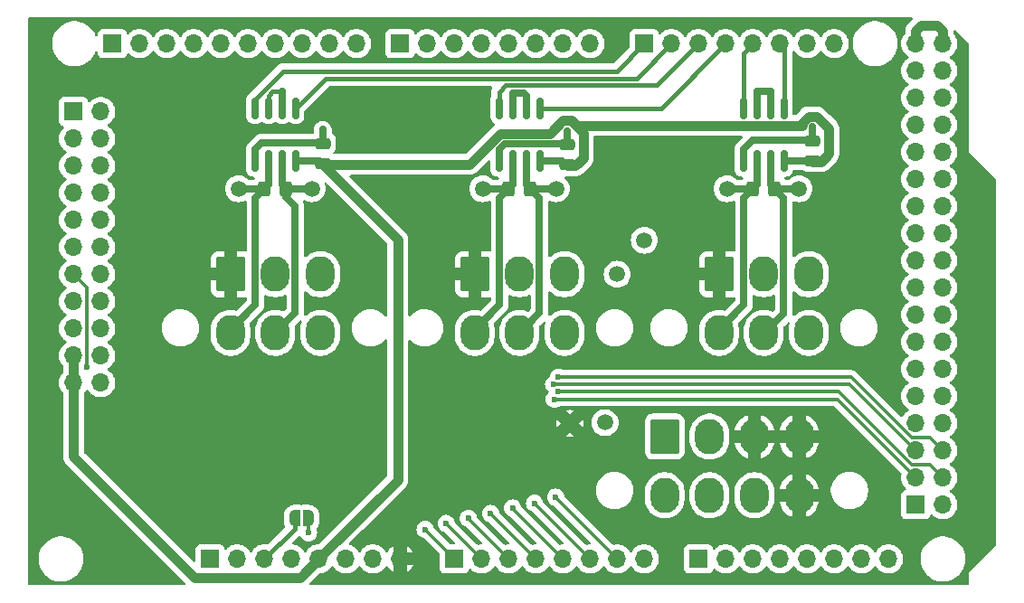
<source format=gbr>
%TF.GenerationSoftware,KiCad,Pcbnew,8.0.5*%
%TF.CreationDate,2024-10-06T15:19:25-06:00*%
%TF.ProjectId,ABSIS_Bus_Master,41425349-535f-4427-9573-5f4d61737465,5.0.0*%
%TF.SameCoordinates,Original*%
%TF.FileFunction,Copper,L1,Top*%
%TF.FilePolarity,Positive*%
%FSLAX46Y46*%
G04 Gerber Fmt 4.6, Leading zero omitted, Abs format (unit mm)*
G04 Created by KiCad (PCBNEW 8.0.5) date 2024-10-06 15:19:25*
%MOMM*%
%LPD*%
G01*
G04 APERTURE LIST*
G04 Aperture macros list*
%AMRoundRect*
0 Rectangle with rounded corners*
0 $1 Rounding radius*
0 $2 $3 $4 $5 $6 $7 $8 $9 X,Y pos of 4 corners*
0 Add a 4 corners polygon primitive as box body*
4,1,4,$2,$3,$4,$5,$6,$7,$8,$9,$2,$3,0*
0 Add four circle primitives for the rounded corners*
1,1,$1+$1,$2,$3*
1,1,$1+$1,$4,$5*
1,1,$1+$1,$6,$7*
1,1,$1+$1,$8,$9*
0 Add four rect primitives between the rounded corners*
20,1,$1+$1,$2,$3,$4,$5,0*
20,1,$1+$1,$4,$5,$6,$7,0*
20,1,$1+$1,$6,$7,$8,$9,0*
20,1,$1+$1,$8,$9,$2,$3,0*%
%AMFreePoly0*
4,1,19,0.500000,-0.750000,0.000000,-0.750000,0.000000,-0.744911,-0.071157,-0.744911,-0.207708,-0.704816,-0.327430,-0.627875,-0.420627,-0.520320,-0.479746,-0.390866,-0.500000,-0.250000,-0.500000,0.250000,-0.479746,0.390866,-0.420627,0.520320,-0.327430,0.627875,-0.207708,0.704816,-0.071157,0.744911,0.000000,0.744911,0.000000,0.750000,0.500000,0.750000,0.500000,-0.750000,0.500000,-0.750000,
$1*%
%AMFreePoly1*
4,1,19,0.000000,0.744911,0.071157,0.744911,0.207708,0.704816,0.327430,0.627875,0.420627,0.520320,0.479746,0.390866,0.500000,0.250000,0.500000,-0.250000,0.479746,-0.390866,0.420627,-0.520320,0.327430,-0.627875,0.207708,-0.704816,0.071157,-0.744911,0.000000,-0.744911,0.000000,-0.750000,-0.500000,-0.750000,-0.500000,0.750000,0.000000,0.750000,0.000000,0.744911,0.000000,0.744911,
$1*%
G04 Aperture macros list end*
%TA.AperFunction,ComponentPad*%
%ADD10C,1.500000*%
%TD*%
%TA.AperFunction,SMDPad,CuDef*%
%ADD11RoundRect,0.150000X-0.150000X0.825000X-0.150000X-0.825000X0.150000X-0.825000X0.150000X0.825000X0*%
%TD*%
%TA.AperFunction,SMDPad,CuDef*%
%ADD12RoundRect,0.250000X0.325000X0.450000X-0.325000X0.450000X-0.325000X-0.450000X0.325000X-0.450000X0*%
%TD*%
%TA.AperFunction,SMDPad,CuDef*%
%ADD13RoundRect,0.250000X0.475000X-0.250000X0.475000X0.250000X-0.475000X0.250000X-0.475000X-0.250000X0*%
%TD*%
%TA.AperFunction,ComponentPad*%
%ADD14RoundRect,0.250001X-1.099999X-1.399999X1.099999X-1.399999X1.099999X1.399999X-1.099999X1.399999X0*%
%TD*%
%TA.AperFunction,ComponentPad*%
%ADD15O,2.700000X3.300000*%
%TD*%
%TA.AperFunction,SMDPad,CuDef*%
%ADD16FreePoly0,180.000000*%
%TD*%
%TA.AperFunction,SMDPad,CuDef*%
%ADD17FreePoly1,180.000000*%
%TD*%
%TA.AperFunction,ComponentPad*%
%ADD18R,1.700000X1.700000*%
%TD*%
%TA.AperFunction,ComponentPad*%
%ADD19O,1.700000X1.700000*%
%TD*%
%TA.AperFunction,ViaPad*%
%ADD20C,0.600000*%
%TD*%
%TA.AperFunction,Conductor*%
%ADD21C,0.635000*%
%TD*%
%TA.AperFunction,Conductor*%
%ADD22C,0.304800*%
%TD*%
%TA.AperFunction,Conductor*%
%ADD23C,0.914400*%
%TD*%
%TA.AperFunction,Conductor*%
%ADD24C,0.457200*%
%TD*%
G04 APERTURE END LIST*
D10*
%TO.P,TP1,1,1*%
%TO.N,/+12V_SUPPLY*%
X50800000Y15240000D03*
%TD*%
%TO.P,TP2,1,1*%
%TO.N,/+5V_SUPPLY*%
X57785000Y32385000D03*
%TD*%
%TO.P,TP3,1,1*%
%TO.N,/+3.3V_SUPPLY*%
X55245000Y29210000D03*
%TD*%
%TO.P,TP4,1,1*%
%TO.N,GND*%
X54102000Y15303500D03*
%TD*%
%TO.P,TP6,1,1*%
%TO.N,/BUS1-A*%
X65532000Y37211000D03*
%TD*%
D11*
%TO.P,U3,1,RO*%
%TO.N,/15(Rx3)*%
X25146000Y44766000D03*
%TO.P,U3,2,~{RE}*%
%TO.N,/4(\u002A\u002A)*%
X23876000Y44766000D03*
%TO.P,U3,3,DE*%
X22606000Y44766000D03*
%TO.P,U3,4,DI*%
%TO.N,/14(Tx3)*%
X21336000Y44766000D03*
%TO.P,U3,5,GND*%
%TO.N,GND*%
X21336000Y39816000D03*
%TO.P,U3,6,A*%
%TO.N,/BUS3-A*%
X22606000Y39816000D03*
%TO.P,U3,7,B*%
%TO.N,/BUS3-B*%
X23876000Y39816000D03*
%TO.P,U3,8,VCC*%
%TO.N,+5V*%
X25146000Y39816000D03*
%TD*%
%TO.P,U2,1,RO*%
%TO.N,/17(Rx2)*%
X48006000Y44766000D03*
%TO.P,U2,2,~{RE}*%
%TO.N,/3(\u002A\u002A)*%
X46736000Y44766000D03*
%TO.P,U2,3,DE*%
X45466000Y44766000D03*
%TO.P,U2,4,DI*%
%TO.N,/16(Tx2)*%
X44196000Y44766000D03*
%TO.P,U2,5,GND*%
%TO.N,GND*%
X44196000Y39816000D03*
%TO.P,U2,6,A*%
%TO.N,/BUS2-A*%
X45466000Y39816000D03*
%TO.P,U2,7,B*%
%TO.N,/BUS2-B*%
X46736000Y39816000D03*
%TO.P,U2,8,VCC*%
%TO.N,+5V*%
X48006000Y39816000D03*
%TD*%
%TO.P,U1,1,RO*%
%TO.N,/19(Rx1)*%
X70866000Y44766000D03*
%TO.P,U1,2,~{RE}*%
%TO.N,/2(\u002A\u002A)*%
X69596000Y44766000D03*
%TO.P,U1,3,DE*%
X68326000Y44766000D03*
%TO.P,U1,4,DI*%
%TO.N,/18(Tx1)*%
X67056000Y44766000D03*
%TO.P,U1,5,GND*%
%TO.N,GND*%
X67056000Y39816000D03*
%TO.P,U1,6,A*%
%TO.N,/BUS1-A*%
X68326000Y39816000D03*
%TO.P,U1,7,B*%
%TO.N,/BUS1-B*%
X69596000Y39816000D03*
%TO.P,U1,8,VCC*%
%TO.N,+5V*%
X70866000Y39816000D03*
%TD*%
D12*
%TO.P,R1,1*%
%TO.N,/BUS1-B*%
X69986000Y37211000D03*
%TO.P,R1,2*%
%TO.N,/BUS1-A*%
X67936000Y37211000D03*
%TD*%
D10*
%TO.P,TP10,1,1*%
%TO.N,/BUS3-A*%
X19812000Y37211000D03*
%TD*%
%TO.P,TP9,1,1*%
%TO.N,/BUS3-B*%
X26670000Y37211000D03*
%TD*%
D12*
%TO.P,R3,1*%
%TO.N,/BUS3-B*%
X24266000Y37211000D03*
%TO.P,R3,2*%
%TO.N,/BUS3-A*%
X22216000Y37211000D03*
%TD*%
D10*
%TO.P,TP8,1,1*%
%TO.N,/BUS2-A*%
X42672000Y37211000D03*
%TD*%
%TO.P,TP7,1,1*%
%TO.N,/BUS2-B*%
X49530000Y37211000D03*
%TD*%
%TO.P,TP5,1,1*%
%TO.N,/BUS1-B*%
X72263000Y37211000D03*
%TD*%
D12*
%TO.P,R2,1*%
%TO.N,/BUS2-B*%
X47126000Y37211000D03*
%TO.P,R2,2*%
%TO.N,/BUS2-A*%
X45076000Y37211000D03*
%TD*%
D13*
%TO.P,C1,1*%
%TO.N,+5V*%
X73533000Y39817000D03*
%TO.P,C1,2*%
%TO.N,GND*%
X73533000Y41717000D03*
%TD*%
%TO.P,C2,1*%
%TO.N,+5V*%
X50546000Y39436000D03*
%TO.P,C2,2*%
%TO.N,GND*%
X50546000Y41336000D03*
%TD*%
%TO.P,C3,1*%
%TO.N,+5V*%
X27686000Y39563000D03*
%TO.P,C3,2*%
%TO.N,GND*%
X27686000Y41463000D03*
%TD*%
D14*
%TO.P,J1,1,Pin_1*%
%TO.N,GND*%
X59690000Y14000000D03*
D15*
%TO.P,J1,2,Pin_2*%
X63890000Y14000000D03*
%TO.P,J1,3,Pin_3*%
%TO.N,/+12V_SUPPLY*%
X68090000Y14000000D03*
%TO.P,J1,4,Pin_4*%
X72290000Y14000000D03*
%TO.P,J1,5,Pin_5*%
%TO.N,/+3.3V_SUPPLY*%
X59690000Y8500000D03*
%TO.P,J1,6,Pin_6*%
%TO.N,/+5V_SUPPLY*%
X63890000Y8500000D03*
%TO.P,J1,7,Pin_7*%
X68090000Y8500000D03*
%TO.P,J1,8,Pin_8*%
%TO.N,/+12V_SUPPLY*%
X72290000Y8500000D03*
%TD*%
D14*
%TO.P,J3,1,Pin_1*%
%TO.N,/+12V_SUPPLY*%
X41910000Y29210000D03*
D15*
%TO.P,J3,2,Pin_2*%
%TO.N,/+5V_SUPPLY*%
X46110000Y29210000D03*
%TO.P,J3,3,Pin_3*%
%TO.N,/+3.3V_SUPPLY*%
X50310000Y29210000D03*
%TO.P,J3,4,Pin_4*%
%TO.N,/BUS2-A*%
X41910000Y23710000D03*
%TO.P,J3,5,Pin_5*%
%TO.N,/BUS2-B*%
X46110000Y23710000D03*
%TO.P,J3,6,Pin_6*%
%TO.N,GND*%
X50310000Y23710000D03*
%TD*%
D14*
%TO.P,J4,1,Pin_1*%
%TO.N,/+12V_SUPPLY*%
X19050000Y29210000D03*
D15*
%TO.P,J4,2,Pin_2*%
%TO.N,/+5V_SUPPLY*%
X23250000Y29210000D03*
%TO.P,J4,3,Pin_3*%
%TO.N,/+3.3V_SUPPLY*%
X27450000Y29210000D03*
%TO.P,J4,4,Pin_4*%
%TO.N,/BUS3-A*%
X19050000Y23710000D03*
%TO.P,J4,5,Pin_5*%
%TO.N,/BUS3-B*%
X23250000Y23710000D03*
%TO.P,J4,6,Pin_6*%
%TO.N,GND*%
X27450000Y23710000D03*
%TD*%
D14*
%TO.P,J2,1,Pin_1*%
%TO.N,/+12V_SUPPLY*%
X64770000Y29210000D03*
D15*
%TO.P,J2,2,Pin_2*%
%TO.N,/+5V_SUPPLY*%
X68970000Y29210000D03*
%TO.P,J2,3,Pin_3*%
%TO.N,/+3.3V_SUPPLY*%
X73170000Y29210000D03*
%TO.P,J2,4,Pin_4*%
%TO.N,/BUS1-A*%
X64770000Y23710000D03*
%TO.P,J2,5,Pin_5*%
%TO.N,/BUS1-B*%
X68970000Y23710000D03*
%TO.P,J2,6,Pin_6*%
%TO.N,GND*%
X73170000Y23710000D03*
%TD*%
D16*
%TO.P,RST1,1,A*%
%TO.N,GND*%
X26350000Y6350000D03*
D17*
%TO.P,RST1,2,B*%
%TO.N,/Reset*%
X25050000Y6350000D03*
%TD*%
D18*
%TO.P,J5,1,Pin_1*%
%TO.N,/A0*%
X4360000Y44440000D03*
D19*
%TO.P,J5,2,Pin_2*%
%TO.N,/SCL*%
X6900000Y44440000D03*
%TO.P,J5,3,Pin_3*%
%TO.N,/A1*%
X4360000Y41900000D03*
%TO.P,J5,4,Pin_4*%
%TO.N,/SDA*%
X6900000Y41900000D03*
%TO.P,J5,5,Pin_5*%
%TO.N,/A2*%
X4360000Y39360000D03*
%TO.P,J5,6,Pin_6*%
%TO.N,/13(\u002A\u002A)*%
X6900000Y39360000D03*
%TO.P,J5,7,Pin_7*%
%TO.N,/A3*%
X4360000Y36820000D03*
%TO.P,J5,8,Pin_8*%
%TO.N,/12(\u002A\u002A)*%
X6900000Y36820000D03*
%TO.P,J5,9,Pin_9*%
%TO.N,/A4*%
X4360000Y34280000D03*
%TO.P,J5,10,Pin_10*%
%TO.N,/11(\u002A\u002A)*%
X6900000Y34280000D03*
%TO.P,J5,11,Pin_11*%
%TO.N,/A5*%
X4360000Y31740000D03*
%TO.P,J5,12,Pin_12*%
%TO.N,/10(\u002A\u002A)*%
X6900000Y31740000D03*
%TO.P,J5,13,Pin_13*%
%TO.N,/A6*%
X4360000Y29200000D03*
%TO.P,J5,14,Pin_14*%
%TO.N,/9(\u002A\u002A)*%
X6900000Y29200000D03*
%TO.P,J5,15,Pin_15*%
%TO.N,/50(MISO)*%
X4360000Y26660000D03*
%TO.P,J5,16,Pin_16*%
%TO.N,/51(MOSI)*%
X6900000Y26660000D03*
%TO.P,J5,17,Pin_17*%
%TO.N,/52(SCK)*%
X4360000Y24120000D03*
%TO.P,J5,18,Pin_18*%
%TO.N,/53(SS)*%
X6900000Y24120000D03*
%TO.P,J5,19,Pin_19*%
%TO.N,+5V*%
X4360000Y21580000D03*
%TO.P,J5,20,Pin_20*%
%TO.N,GND*%
X6900000Y21580000D03*
%TO.P,J5,21,Pin_21*%
%TO.N,+5V*%
X4360000Y19040000D03*
%TO.P,J5,22,Pin_22*%
%TO.N,GND*%
X6900000Y19040000D03*
%TD*%
D18*
%TO.P,P4,1,Pin_1*%
%TO.N,GND*%
X83185000Y7620000D03*
D19*
%TO.P,P4,2,Pin_2*%
X85725000Y7620000D03*
%TO.P,P4,3,Pin_3*%
%TO.N,/52(SCK)*%
X83185000Y10160000D03*
%TO.P,P4,4,Pin_4*%
%TO.N,/53(SS)*%
X85725000Y10160000D03*
%TO.P,P4,5,Pin_5*%
%TO.N,/50(MISO)*%
X83185000Y12700000D03*
%TO.P,P4,6,Pin_6*%
%TO.N,/51(MOSI)*%
X85725000Y12700000D03*
%TO.P,P4,7,Pin_7*%
%TO.N,/48*%
X83185000Y15240000D03*
%TO.P,P4,8,Pin_8*%
%TO.N,/49*%
X85725000Y15240000D03*
%TO.P,P4,9,Pin_9*%
%TO.N,/46*%
X83185000Y17780000D03*
%TO.P,P4,10,Pin_10*%
%TO.N,/47*%
X85725000Y17780000D03*
%TO.P,P4,11,Pin_11*%
%TO.N,/44*%
X83185000Y20320000D03*
%TO.P,P4,12,Pin_12*%
%TO.N,/45*%
X85725000Y20320000D03*
%TO.P,P4,13,Pin_13*%
%TO.N,/42*%
X83185000Y22860000D03*
%TO.P,P4,14,Pin_14*%
%TO.N,/43*%
X85725000Y22860000D03*
%TO.P,P4,15,Pin_15*%
%TO.N,/40*%
X83185000Y25400000D03*
%TO.P,P4,16,Pin_16*%
%TO.N,/41*%
X85725000Y25400000D03*
%TO.P,P4,17,Pin_17*%
%TO.N,/38*%
X83185000Y27940000D03*
%TO.P,P4,18,Pin_18*%
%TO.N,/39*%
X85725000Y27940000D03*
%TO.P,P4,19,Pin_19*%
%TO.N,/36*%
X83185000Y30480000D03*
%TO.P,P4,20,Pin_20*%
%TO.N,/37*%
X85725000Y30480000D03*
%TO.P,P4,21,Pin_21*%
%TO.N,/34*%
X83185000Y33020000D03*
%TO.P,P4,22,Pin_22*%
%TO.N,/35*%
X85725000Y33020000D03*
%TO.P,P4,23,Pin_23*%
%TO.N,/32*%
X83185000Y35560000D03*
%TO.P,P4,24,Pin_24*%
%TO.N,/33*%
X85725000Y35560000D03*
%TO.P,P4,25,Pin_25*%
%TO.N,/30*%
X83185000Y38100000D03*
%TO.P,P4,26,Pin_26*%
%TO.N,/31*%
X85725000Y38100000D03*
%TO.P,P4,27,Pin_27*%
%TO.N,/28*%
X83185000Y40640000D03*
%TO.P,P4,28,Pin_28*%
%TO.N,/29*%
X85725000Y40640000D03*
%TO.P,P4,29,Pin_29*%
%TO.N,/26*%
X83185000Y43180000D03*
%TO.P,P4,30,Pin_30*%
%TO.N,/27*%
X85725000Y43180000D03*
%TO.P,P4,31,Pin_31*%
%TO.N,/24*%
X83185000Y45720000D03*
%TO.P,P4,32,Pin_32*%
%TO.N,/25*%
X85725000Y45720000D03*
%TO.P,P4,33,Pin_33*%
%TO.N,/22*%
X83185000Y48260000D03*
%TO.P,P4,34,Pin_34*%
%TO.N,/23*%
X85725000Y48260000D03*
%TO.P,P4,35,Pin_35*%
%TO.N,+5VD*%
X83185000Y50800000D03*
%TO.P,P4,36,Pin_36*%
X85725000Y50800000D03*
%TD*%
D18*
%TO.P,P1,1,Pin_1*%
%TO.N,unconnected-(P1-Pin_1-Pad1)*%
X17145000Y2540000D03*
D19*
%TO.P,P1,2,Pin_2*%
%TO.N,/IOREF*%
X19685000Y2540000D03*
%TO.P,P1,3,Pin_3*%
%TO.N,/Reset*%
X22225000Y2540000D03*
%TO.P,P1,4,Pin_4*%
%TO.N,+3V3*%
X24765000Y2540000D03*
%TO.P,P1,5,Pin_5*%
%TO.N,+5V*%
X27305000Y2540000D03*
%TO.P,P1,6,Pin_6*%
%TO.N,GND*%
X29845000Y2540000D03*
%TO.P,P1,7,Pin_7*%
X32385000Y2540000D03*
%TO.P,P1,8,Pin_8*%
%TO.N,/+12V_SUPPLY*%
X34925000Y2540000D03*
%TD*%
D18*
%TO.P,P3,1,Pin_1*%
%TO.N,/A8*%
X62865000Y2540000D03*
D19*
%TO.P,P3,2,Pin_2*%
%TO.N,/A9*%
X65405000Y2540000D03*
%TO.P,P3,3,Pin_3*%
%TO.N,/A10*%
X67945000Y2540000D03*
%TO.P,P3,4,Pin_4*%
%TO.N,/A11*%
X70485000Y2540000D03*
%TO.P,P3,5,Pin_5*%
%TO.N,/A12*%
X73025000Y2540000D03*
%TO.P,P3,6,Pin_6*%
%TO.N,/A13*%
X75565000Y2540000D03*
%TO.P,P3,7,Pin_7*%
%TO.N,/A14*%
X78105000Y2540000D03*
%TO.P,P3,8,Pin_8*%
%TO.N,/A15*%
X80645000Y2540000D03*
%TD*%
D18*
%TO.P,P5,1,Pin_1*%
%TO.N,/SCL*%
X8001000Y50800000D03*
D19*
%TO.P,P5,2,Pin_2*%
%TO.N,/SDA*%
X10541000Y50800000D03*
%TO.P,P5,3,Pin_3*%
%TO.N,/AREF*%
X13081000Y50800000D03*
%TO.P,P5,4,Pin_4*%
%TO.N,GND*%
X15621000Y50800000D03*
%TO.P,P5,5,Pin_5*%
%TO.N,/13(\u002A\u002A)*%
X18161000Y50800000D03*
%TO.P,P5,6,Pin_6*%
%TO.N,/12(\u002A\u002A)*%
X20701000Y50800000D03*
%TO.P,P5,7,Pin_7*%
%TO.N,/11(\u002A\u002A)*%
X23241000Y50800000D03*
%TO.P,P5,8,Pin_8*%
%TO.N,/10(\u002A\u002A)*%
X25781000Y50800000D03*
%TO.P,P5,9,Pin_9*%
%TO.N,/9(\u002A\u002A)*%
X28321000Y50800000D03*
%TO.P,P5,10,Pin_10*%
%TO.N,/8(\u002A\u002A)*%
X30861000Y50800000D03*
%TD*%
D18*
%TO.P,P6,1,Pin_1*%
%TO.N,/7(\u002A\u002A)*%
X34925000Y50800000D03*
D19*
%TO.P,P6,2,Pin_2*%
%TO.N,/6(\u002A\u002A)*%
X37465000Y50800000D03*
%TO.P,P6,3,Pin_3*%
%TO.N,/5(\u002A\u002A)*%
X40005000Y50800000D03*
%TO.P,P6,4,Pin_4*%
%TO.N,/4(\u002A\u002A)*%
X42545000Y50800000D03*
%TO.P,P6,5,Pin_5*%
%TO.N,/3(\u002A\u002A)*%
X45085000Y50800000D03*
%TO.P,P6,6,Pin_6*%
%TO.N,/2(\u002A\u002A)*%
X47625000Y50800000D03*
%TO.P,P6,7,Pin_7*%
%TO.N,/1(Tx0)*%
X50165000Y50800000D03*
%TO.P,P6,8,Pin_8*%
%TO.N,/0(Rx0)*%
X52705000Y50800000D03*
%TD*%
D18*
%TO.P,P7,1,Pin_1*%
%TO.N,/14(Tx3)*%
X57785000Y50800000D03*
D19*
%TO.P,P7,2,Pin_2*%
%TO.N,/15(Rx3)*%
X60325000Y50800000D03*
%TO.P,P7,3,Pin_3*%
%TO.N,/16(Tx2)*%
X62865000Y50800000D03*
%TO.P,P7,4,Pin_4*%
%TO.N,/17(Rx2)*%
X65405000Y50800000D03*
%TO.P,P7,5,Pin_5*%
%TO.N,/18(Tx1)*%
X67945000Y50800000D03*
%TO.P,P7,6,Pin_6*%
%TO.N,/19(Rx1)*%
X70485000Y50800000D03*
%TO.P,P7,7,Pin_7*%
%TO.N,/20(SDA)*%
X73025000Y50800000D03*
%TO.P,P7,8,Pin_8*%
%TO.N,/21(SCL)*%
X75565000Y50800000D03*
%TD*%
D18*
%TO.P,P2,1,Pin_1*%
%TO.N,/A0*%
X40001201Y2540000D03*
D19*
%TO.P,P2,2,Pin_2*%
%TO.N,/A1*%
X42541201Y2540000D03*
%TO.P,P2,3,Pin_3*%
%TO.N,/A2*%
X45081201Y2540000D03*
%TO.P,P2,4,Pin_4*%
%TO.N,/A3*%
X47621201Y2540000D03*
%TO.P,P2,5,Pin_5*%
%TO.N,/A4*%
X50161201Y2540000D03*
%TO.P,P2,6,Pin_6*%
%TO.N,/A5*%
X52701201Y2540000D03*
%TO.P,P2,7,Pin_7*%
%TO.N,/A6*%
X55241201Y2540000D03*
%TO.P,P2,8,Pin_8*%
%TO.N,/A7*%
X57781201Y2540000D03*
%TD*%
D20*
%TO.N,GND*%
X27686000Y42735500D03*
X73533000Y42989500D03*
X50546000Y42608500D03*
X26350000Y5000000D03*
%TO.N,/52(SCK)*%
X49348995Y17498012D03*
%TO.N,/53(SS)*%
X49709674Y18211535D03*
%TO.N,/50(MISO)*%
X49300000Y18898100D03*
%TO.N,/51(MOSI)*%
X49754187Y19556065D03*
%TO.N,/A0*%
X37260000Y5300000D03*
%TO.N,/A1*%
X39230000Y5860000D03*
%TO.N,/A2*%
X41320000Y6350000D03*
%TO.N,/A3*%
X43400000Y6790000D03*
%TO.N,/A4*%
X45450000Y7310000D03*
%TO.N,/A5*%
X47510000Y7740000D03*
%TO.N,/A6*%
X49500000Y8320000D03*
X5600000Y20550000D03*
%TO.N,/4(\u002A\u002A)*%
X23876000Y46291500D03*
%TO.N,/3(\u002A\u002A)*%
X45466000Y46148996D03*
%TO.N,/2(\u002A\u002A)*%
X68326000Y46291500D03*
%TD*%
D21*
%TO.N,GND*%
X27686000Y41538000D02*
X27686000Y42735500D01*
X67056000Y40891000D02*
X67056000Y39816000D01*
D22*
X26350000Y6350000D02*
X26350000Y5000000D01*
D21*
X50546000Y41411000D02*
X50546000Y42608500D01*
X73533000Y41792000D02*
X73533000Y42989500D01*
X73533000Y41792000D02*
X67957000Y41792000D01*
X21336000Y40891000D02*
X21336000Y39816000D01*
X50546000Y41411000D02*
X44716000Y41411000D01*
X21983000Y41538000D02*
X21336000Y40891000D01*
X44196000Y40891000D02*
X44196000Y39816000D01*
X44716000Y41411000D02*
X44196000Y40891000D01*
X27686000Y41538000D02*
X21983000Y41538000D01*
X67957000Y41792000D02*
X67056000Y40891000D01*
D23*
%TO.N,+5V*%
X51346000Y39361000D02*
X50546000Y39361000D01*
X34710000Y9945000D02*
X27305000Y2540000D01*
X15700000Y800000D02*
X25565000Y800000D01*
X34710000Y32464000D02*
X34710000Y9945000D01*
X27686000Y39488000D02*
X41414552Y39488000D01*
X73129262Y43964210D02*
X73936738Y43964210D01*
X72558290Y43133790D02*
X72558290Y43393238D01*
D21*
X73459000Y39816000D02*
X73533000Y39742000D01*
D23*
X52060000Y42472948D02*
X52060000Y40075000D01*
X4360000Y21580000D02*
X4360000Y19040000D01*
D21*
X50091000Y39816000D02*
X50546000Y39361000D01*
D23*
X51399158Y43133790D02*
X72558290Y43133790D01*
X4360000Y19040000D02*
X4360000Y12140000D01*
D21*
X25146000Y39816000D02*
X27358000Y39816000D01*
D23*
X50949738Y43583210D02*
X51399158Y43133790D01*
X50142262Y43583210D02*
X50949738Y43583210D01*
X41414552Y39488000D02*
X44312262Y42385710D01*
X50949738Y43583210D02*
X52060000Y42472948D01*
D21*
X70866000Y39816000D02*
X73459000Y39816000D01*
X27358000Y39816000D02*
X27686000Y39488000D01*
D23*
X44312262Y42385710D02*
X48944762Y42385710D01*
X25565000Y800000D02*
X27305000Y2540000D01*
X72558290Y43393238D02*
X73129262Y43964210D01*
X74333000Y39742000D02*
X73533000Y39742000D01*
X75060000Y40469000D02*
X74333000Y39742000D01*
X52060000Y40075000D02*
X51346000Y39361000D01*
X48944762Y42385710D02*
X50142262Y43583210D01*
X75060000Y42840948D02*
X75060000Y40469000D01*
X73936738Y43964210D02*
X75060000Y42840948D01*
D21*
X48006000Y39816000D02*
X50091000Y39816000D01*
D23*
X4360000Y12140000D02*
X15700000Y800000D01*
X27686000Y39488000D02*
X34710000Y32464000D01*
%TO.N,+5VD*%
X83697419Y52514500D02*
X85212581Y52514500D01*
X83185000Y52002081D02*
X83697419Y52514500D01*
X85212581Y52514500D02*
X85725000Y52002081D01*
X85725000Y52002081D02*
X85725000Y50800000D01*
X83185000Y50800000D02*
X83185000Y52002081D01*
D22*
%TO.N,/52(SCK)*%
X75846988Y17498012D02*
X49348995Y17498012D01*
X83185000Y10160000D02*
X75846988Y17498012D01*
%TO.N,/53(SS)*%
X85725000Y10160000D02*
X84485000Y11400000D01*
X82784549Y11400000D02*
X75973014Y18211535D01*
X84485000Y11400000D02*
X82784549Y11400000D01*
X75973014Y18211535D02*
X49709674Y18211535D01*
%TO.N,/50(MISO)*%
X83185000Y12700000D02*
X76986900Y18898100D01*
X76986900Y18898100D02*
X49300000Y18898100D01*
%TO.N,/51(MOSI)*%
X77168484Y19556065D02*
X49754187Y19556065D01*
X85725000Y12700000D02*
X84522600Y13902400D01*
X84522600Y13902400D02*
X82822149Y13902400D01*
X82822149Y13902400D02*
X77168484Y19556065D01*
D24*
%TO.N,/Reset*%
X25050000Y6350000D02*
X25050000Y5365000D01*
X25050000Y5365000D02*
X22225000Y2540000D01*
D22*
%TO.N,/A0*%
X40001201Y2558799D02*
X40001201Y2540000D01*
X37260000Y5300000D02*
X40001201Y2558799D01*
%TO.N,/A1*%
X39230000Y5851201D02*
X42541201Y2540000D01*
X39230000Y5860000D02*
X39230000Y5851201D01*
%TO.N,/A2*%
X41320000Y6301201D02*
X45081201Y2540000D01*
X41320000Y6350000D02*
X41320000Y6301201D01*
%TO.N,/A3*%
X43400000Y6761201D02*
X47621201Y2540000D01*
X43400000Y6790000D02*
X43400000Y6761201D01*
%TO.N,/A4*%
X45450000Y7310000D02*
X45450000Y7251201D01*
X45450000Y7251201D02*
X50161201Y2540000D01*
%TO.N,/A5*%
X47510000Y7731201D02*
X52701201Y2540000D01*
X47510000Y7740000D02*
X47510000Y7731201D01*
%TO.N,/A6*%
X49500000Y8281201D02*
X55241201Y2540000D01*
X49500000Y8320000D02*
X49500000Y8281201D01*
X5600000Y27960000D02*
X5600000Y20550000D01*
X4360000Y29200000D02*
X5600000Y27960000D01*
D24*
%TO.N,/4(\u002A\u002A)*%
X22606000Y45906000D02*
X22606000Y44766000D01*
X23876000Y46291500D02*
X22991500Y46291500D01*
X22991500Y46291500D02*
X22606000Y45906000D01*
D21*
X23876000Y44766000D02*
X23876000Y46291500D01*
%TO.N,/3(\u002A\u002A)*%
X46736000Y45914000D02*
X46501004Y46148996D01*
X45466000Y44766000D02*
X45466000Y46148996D01*
X46501004Y46148996D02*
X45466000Y46148996D01*
X46736000Y44766000D02*
X46736000Y45914000D01*
%TO.N,/2(\u002A\u002A)*%
X69596000Y44766000D02*
X69596000Y46291500D01*
X68326000Y46291500D02*
X68326000Y44766000D01*
X69596000Y46291500D02*
X68326000Y46291500D01*
D24*
%TO.N,/14(Tx3)*%
X23979283Y48207998D02*
X55192998Y48207998D01*
X21336000Y45564715D02*
X23979283Y48207998D01*
X55192998Y48207998D02*
X57785000Y50800000D01*
X21336000Y44766000D02*
X21336000Y45564715D01*
%TO.N,/15(Rx3)*%
X57076297Y47551297D02*
X60325000Y50800000D01*
X27931297Y47551297D02*
X57076297Y47551297D01*
X25146000Y44766000D02*
X27931297Y47551297D01*
%TO.N,/16(Tx2)*%
X44839532Y46894596D02*
X58959596Y46894596D01*
X58959596Y46894596D02*
X62865000Y50800000D01*
X44196000Y44766000D02*
X44196000Y46251064D01*
X44196000Y46251064D02*
X44839532Y46894596D01*
%TO.N,/17(Rx2)*%
X59371000Y44766000D02*
X65405000Y50800000D01*
X48006000Y44766000D02*
X59371000Y44766000D01*
%TO.N,/18(Tx1)*%
X67056000Y49911000D02*
X67945000Y50800000D01*
X67056000Y44766000D02*
X67056000Y49911000D01*
%TO.N,/19(Rx1)*%
X70866000Y44766000D02*
X70866000Y50419000D01*
X70866000Y50419000D02*
X70485000Y50800000D01*
D21*
%TO.N,/BUS1-A*%
X64770000Y24010000D02*
X64770000Y23710000D01*
X67102490Y36377490D02*
X67102490Y26342490D01*
X68326000Y39816000D02*
X68326000Y37601000D01*
X67936000Y37211000D02*
X65532000Y37211000D01*
X67936000Y37211000D02*
X67102490Y36377490D01*
X67102490Y26342490D02*
X64770000Y24010000D01*
X68326000Y37601000D02*
X67936000Y37211000D01*
%TO.N,/BUS1-B*%
X72263000Y37211000D02*
X69986000Y37211000D01*
X69986000Y37211000D02*
X70837510Y36359490D01*
X70837510Y25507510D02*
X69040000Y23710000D01*
X69040000Y23710000D02*
X68970000Y23710000D01*
X70837510Y36359490D02*
X70837510Y25507510D01*
X69596000Y37601000D02*
X69986000Y37211000D01*
X69596000Y39816000D02*
X69596000Y37601000D01*
%TO.N,/BUS2-B*%
X46736000Y37601000D02*
X47126000Y37211000D01*
X46120000Y23710000D02*
X46110000Y23710000D01*
X47126000Y37211000D02*
X49530000Y37211000D01*
X47977510Y36359490D02*
X47977510Y25567510D01*
X47977510Y25567510D02*
X46120000Y23710000D01*
X46736000Y39816000D02*
X46736000Y37601000D01*
X47126000Y37211000D02*
X47977510Y36359490D01*
%TO.N,/BUS2-A*%
X44242490Y36377490D02*
X44242490Y26342490D01*
X45466000Y39816000D02*
X45466000Y37601000D01*
X45466000Y37601000D02*
X45076000Y37211000D01*
X45076000Y37211000D02*
X42672000Y37211000D01*
X41910000Y24010000D02*
X41910000Y23710000D01*
X45076000Y37211000D02*
X44242490Y36377490D01*
X44242490Y26342490D02*
X41910000Y24010000D01*
%TO.N,/BUS3-A*%
X22216000Y37211000D02*
X21382490Y36377490D01*
X21382490Y26342490D02*
X19050000Y24010000D01*
X19050000Y24010000D02*
X19050000Y23710000D01*
X21382490Y36377490D02*
X21382490Y26342490D01*
X22606000Y39816000D02*
X22606000Y37601000D01*
X22606000Y37601000D02*
X22216000Y37211000D01*
X22216000Y37211000D02*
X19812000Y37211000D01*
%TO.N,/BUS3-B*%
X23876000Y39816000D02*
X23876000Y37601000D01*
X24266000Y37211000D02*
X26670000Y37211000D01*
X25117510Y35559490D02*
X25117510Y25607510D01*
X23876000Y37601000D02*
X24266000Y37211000D01*
X24266000Y36411000D02*
X25117510Y35559490D01*
X25117510Y25607510D02*
X23250000Y23740000D01*
X23250000Y23740000D02*
X23250000Y23710000D01*
X24266000Y37211000D02*
X24266000Y36411000D01*
%TD*%
%TA.AperFunction,Conductor*%
%TO.N,/+12V_SUPPLY*%
G36*
X82845644Y53244498D02*
G01*
X82892137Y53190842D01*
X82902241Y53120568D01*
X82872747Y53055988D01*
X82866618Y53049405D01*
X82569402Y52752189D01*
X82505136Y52687923D01*
X82434891Y52617679D01*
X82329209Y52459516D01*
X82312587Y52419386D01*
X82256411Y52283767D01*
X82256410Y52283765D01*
X82220035Y52100890D01*
X82219301Y52097202D01*
X82219300Y52097190D01*
X82219300Y51805950D01*
X82199298Y51737829D01*
X82186001Y51720613D01*
X82109285Y51637278D01*
X82109275Y51637266D01*
X81986141Y51448794D01*
X81895703Y51242614D01*
X81895702Y51242613D01*
X81840437Y51024376D01*
X81840436Y51024370D01*
X81840436Y51024368D01*
X81821844Y50800000D01*
X81833252Y50662324D01*
X81840437Y50575625D01*
X81895702Y50357388D01*
X81895703Y50357387D01*
X81986141Y50151207D01*
X82109275Y49962735D01*
X82109279Y49962730D01*
X82261762Y49797092D01*
X82271099Y49789825D01*
X82439424Y49658811D01*
X82472680Y49640814D01*
X82523071Y49590800D01*
X82538423Y49521484D01*
X82513862Y49454871D01*
X82472680Y49419187D01*
X82439426Y49401190D01*
X82439424Y49401189D01*
X82261762Y49262909D01*
X82109279Y49097271D01*
X82109275Y49097266D01*
X81986141Y48908794D01*
X81895703Y48702614D01*
X81895702Y48702613D01*
X81840437Y48484376D01*
X81821844Y48260000D01*
X81840437Y48035625D01*
X81895702Y47817388D01*
X81895703Y47817387D01*
X81895704Y47817384D01*
X81977154Y47631696D01*
X81986141Y47611207D01*
X82109275Y47422735D01*
X82109279Y47422730D01*
X82261762Y47257092D01*
X82316331Y47214619D01*
X82439424Y47118811D01*
X82472680Y47100814D01*
X82523071Y47050800D01*
X82538423Y46981484D01*
X82513862Y46914871D01*
X82472680Y46879187D01*
X82439426Y46861190D01*
X82439424Y46861189D01*
X82261762Y46722909D01*
X82109279Y46557271D01*
X82109275Y46557266D01*
X81986141Y46368794D01*
X81895703Y46162614D01*
X81895702Y46162613D01*
X81840437Y45944376D01*
X81840436Y45944370D01*
X81840436Y45944368D01*
X81821844Y45720000D01*
X81839817Y45503100D01*
X81840437Y45495625D01*
X81895702Y45277388D01*
X81895703Y45277387D01*
X81895704Y45277384D01*
X81978427Y45088794D01*
X81986141Y45071207D01*
X82109275Y44882735D01*
X82109279Y44882730D01*
X82261762Y44717092D01*
X82316331Y44674619D01*
X82439424Y44578811D01*
X82472680Y44560814D01*
X82523071Y44510800D01*
X82538423Y44441484D01*
X82513862Y44374871D01*
X82472680Y44339187D01*
X82439426Y44321190D01*
X82439424Y44321189D01*
X82261762Y44182909D01*
X82109279Y44017271D01*
X82109275Y44017266D01*
X81986141Y43828794D01*
X81895703Y43622614D01*
X81895702Y43622613D01*
X81840437Y43404376D01*
X81840436Y43404370D01*
X81840436Y43404368D01*
X81821844Y43180000D01*
X81840365Y42956486D01*
X81840437Y42955625D01*
X81895702Y42737388D01*
X81895703Y42737387D01*
X81895704Y42737384D01*
X81978427Y42548794D01*
X81986141Y42531207D01*
X82109275Y42342735D01*
X82109279Y42342730D01*
X82261762Y42177092D01*
X82299026Y42148088D01*
X82439424Y42038811D01*
X82472680Y42020814D01*
X82523071Y41970800D01*
X82538423Y41901484D01*
X82513862Y41834871D01*
X82472680Y41799187D01*
X82439426Y41781190D01*
X82439424Y41781189D01*
X82261762Y41642909D01*
X82109279Y41477271D01*
X82109275Y41477266D01*
X81986141Y41288794D01*
X81895703Y41082614D01*
X81895702Y41082613D01*
X81840437Y40864376D01*
X81840436Y40864370D01*
X81840436Y40864368D01*
X81821844Y40640000D01*
X81834223Y40490605D01*
X81840437Y40415625D01*
X81895702Y40197388D01*
X81895703Y40197387D01*
X81895704Y40197384D01*
X81977209Y40011570D01*
X81986141Y39991207D01*
X82109275Y39802735D01*
X82109279Y39802730D01*
X82261762Y39637092D01*
X82286844Y39617570D01*
X82439424Y39498811D01*
X82472680Y39480814D01*
X82523071Y39430800D01*
X82538423Y39361484D01*
X82513862Y39294871D01*
X82472680Y39259187D01*
X82439426Y39241190D01*
X82439424Y39241189D01*
X82261762Y39102909D01*
X82109279Y38937271D01*
X82109275Y38937266D01*
X81986141Y38748794D01*
X81895703Y38542614D01*
X81895702Y38542613D01*
X81840437Y38324376D01*
X81840436Y38324370D01*
X81840436Y38324368D01*
X81821844Y38100000D01*
X81833346Y37961189D01*
X81840437Y37875625D01*
X81895702Y37657388D01*
X81895703Y37657387D01*
X81895704Y37657384D01*
X81978427Y37468794D01*
X81986141Y37451207D01*
X82109275Y37262735D01*
X82109279Y37262730D01*
X82261762Y37097092D01*
X82316331Y37054619D01*
X82439424Y36958811D01*
X82472680Y36940814D01*
X82523071Y36890800D01*
X82538423Y36821484D01*
X82513862Y36754871D01*
X82472680Y36719187D01*
X82439426Y36701190D01*
X82439424Y36701189D01*
X82261762Y36562909D01*
X82109279Y36397271D01*
X82109275Y36397266D01*
X81986141Y36208794D01*
X81895703Y36002614D01*
X81895702Y36002613D01*
X81840437Y35784376D01*
X81840436Y35784370D01*
X81840436Y35784368D01*
X81821844Y35560000D01*
X81833346Y35421189D01*
X81840437Y35335625D01*
X81895702Y35117388D01*
X81895703Y35117387D01*
X81895704Y35117384D01*
X81978427Y34928794D01*
X81986141Y34911207D01*
X82109275Y34722735D01*
X82109279Y34722730D01*
X82261762Y34557092D01*
X82316331Y34514619D01*
X82439424Y34418811D01*
X82472680Y34400814D01*
X82523071Y34350800D01*
X82538423Y34281484D01*
X82513862Y34214871D01*
X82472680Y34179187D01*
X82439426Y34161190D01*
X82439424Y34161189D01*
X82261762Y34022909D01*
X82109279Y33857271D01*
X82109275Y33857266D01*
X81986141Y33668794D01*
X81895703Y33462614D01*
X81895702Y33462613D01*
X81840437Y33244376D01*
X81840436Y33244370D01*
X81840436Y33244368D01*
X81821844Y33020000D01*
X81838659Y32817074D01*
X81840437Y32795625D01*
X81895702Y32577388D01*
X81895703Y32577387D01*
X81895704Y32577384D01*
X81978427Y32388794D01*
X81986141Y32371207D01*
X82109275Y32182735D01*
X82109279Y32182730D01*
X82261762Y32017092D01*
X82316331Y31974619D01*
X82439424Y31878811D01*
X82472680Y31860814D01*
X82523071Y31810800D01*
X82538423Y31741484D01*
X82513862Y31674871D01*
X82472680Y31639187D01*
X82439426Y31621190D01*
X82439424Y31621189D01*
X82261762Y31482909D01*
X82109279Y31317271D01*
X82109275Y31317266D01*
X81986141Y31128794D01*
X81895703Y30922614D01*
X81895702Y30922613D01*
X81840437Y30704376D01*
X81840436Y30704370D01*
X81840436Y30704368D01*
X81821844Y30480000D01*
X81836423Y30304056D01*
X81840437Y30255625D01*
X81895702Y30037388D01*
X81895703Y30037387D01*
X81895704Y30037384D01*
X81981559Y29841653D01*
X81986141Y29831207D01*
X82109275Y29642735D01*
X82109279Y29642730D01*
X82261762Y29477092D01*
X82316331Y29434619D01*
X82439424Y29338811D01*
X82472680Y29320814D01*
X82523071Y29270800D01*
X82538423Y29201484D01*
X82513862Y29134871D01*
X82472680Y29099187D01*
X82439426Y29081190D01*
X82439424Y29081189D01*
X82261762Y28942909D01*
X82109279Y28777271D01*
X82109275Y28777266D01*
X81986141Y28588794D01*
X81895703Y28382614D01*
X81895702Y28382613D01*
X81840437Y28164376D01*
X81840436Y28164370D01*
X81840436Y28164368D01*
X81821844Y27940000D01*
X81833346Y27801189D01*
X81840437Y27715625D01*
X81895702Y27497388D01*
X81895703Y27497387D01*
X81895704Y27497384D01*
X81966203Y27336661D01*
X81986141Y27291207D01*
X82109275Y27102735D01*
X82109279Y27102730D01*
X82261762Y26937092D01*
X82316331Y26894619D01*
X82439424Y26798811D01*
X82472680Y26780814D01*
X82523071Y26730800D01*
X82538423Y26661484D01*
X82513862Y26594871D01*
X82472680Y26559187D01*
X82439426Y26541190D01*
X82439424Y26541189D01*
X82261762Y26402909D01*
X82109279Y26237271D01*
X82109275Y26237266D01*
X81986141Y26048794D01*
X81895703Y25842614D01*
X81895702Y25842613D01*
X81840437Y25624376D01*
X81840436Y25624370D01*
X81840436Y25624368D01*
X81821844Y25400000D01*
X81837236Y25214244D01*
X81840437Y25175625D01*
X81895702Y24957388D01*
X81895703Y24957387D01*
X81895704Y24957384D01*
X81981867Y24760950D01*
X81986141Y24751207D01*
X82109275Y24562735D01*
X82109279Y24562730D01*
X82222660Y24439567D01*
X82255241Y24404175D01*
X82261762Y24397092D01*
X82316331Y24354619D01*
X82439424Y24258811D01*
X82463729Y24245658D01*
X82472680Y24240814D01*
X82523071Y24190800D01*
X82538423Y24121484D01*
X82513862Y24054871D01*
X82472680Y24019187D01*
X82439426Y24001190D01*
X82439424Y24001189D01*
X82261762Y23862909D01*
X82109279Y23697271D01*
X82109275Y23697266D01*
X81986141Y23508794D01*
X81895703Y23302614D01*
X81895702Y23302613D01*
X81840437Y23084376D01*
X81840436Y23084370D01*
X81840436Y23084368D01*
X81821844Y22860000D01*
X81834158Y22711389D01*
X81840437Y22635625D01*
X81895702Y22417388D01*
X81895703Y22417387D01*
X81895704Y22417384D01*
X81915000Y22373394D01*
X81986141Y22211207D01*
X82109275Y22022735D01*
X82109279Y22022730D01*
X82261762Y21857092D01*
X82316331Y21814619D01*
X82439424Y21718811D01*
X82472680Y21700814D01*
X82523071Y21650800D01*
X82538423Y21581484D01*
X82513862Y21514871D01*
X82472680Y21479187D01*
X82439426Y21461190D01*
X82439424Y21461189D01*
X82261762Y21322909D01*
X82109279Y21157271D01*
X82109275Y21157266D01*
X81986141Y20968794D01*
X81895703Y20762614D01*
X81895702Y20762613D01*
X81840437Y20544376D01*
X81840436Y20544370D01*
X81840436Y20544368D01*
X81821844Y20320000D01*
X81833346Y20181189D01*
X81840437Y20095625D01*
X81895702Y19877388D01*
X81895703Y19877387D01*
X81895704Y19877384D01*
X81895754Y19877271D01*
X81986141Y19671207D01*
X82109275Y19482735D01*
X82109279Y19482730D01*
X82261762Y19317092D01*
X82316331Y19274619D01*
X82439424Y19178811D01*
X82472680Y19160814D01*
X82523071Y19110800D01*
X82538423Y19041484D01*
X82513862Y18974871D01*
X82472680Y18939187D01*
X82439426Y18921190D01*
X82439424Y18921189D01*
X82261762Y18782909D01*
X82109279Y18617271D01*
X82109275Y18617266D01*
X81986141Y18428794D01*
X81895703Y18222614D01*
X81895702Y18222613D01*
X81840437Y18004376D01*
X81840436Y18004370D01*
X81840436Y18004368D01*
X81821844Y17780000D01*
X81830208Y17679059D01*
X81840437Y17555625D01*
X81895702Y17337388D01*
X81895703Y17337387D01*
X81895704Y17337384D01*
X81984781Y17134308D01*
X81986141Y17131207D01*
X82109275Y16942735D01*
X82109279Y16942730D01*
X82261762Y16777092D01*
X82277338Y16764969D01*
X82439424Y16638811D01*
X82472680Y16620814D01*
X82523071Y16570800D01*
X82538423Y16501484D01*
X82513862Y16434871D01*
X82472680Y16399187D01*
X82439426Y16381190D01*
X82439424Y16381189D01*
X82261762Y16242909D01*
X82109279Y16077271D01*
X81985756Y15888204D01*
X81931752Y15842116D01*
X81861404Y15832541D01*
X81797047Y15862519D01*
X81791178Y15868025D01*
X77589785Y20069418D01*
X77589783Y20069420D01*
X77481538Y20141747D01*
X77361261Y20191567D01*
X77322958Y20199186D01*
X77233579Y20216965D01*
X77233577Y20216965D01*
X50258317Y20216965D01*
X50191281Y20236278D01*
X50107204Y20289107D01*
X50107202Y20289108D01*
X49935237Y20349281D01*
X49935236Y20349282D01*
X49935234Y20349282D01*
X49754187Y20369681D01*
X49573140Y20349282D01*
X49573137Y20349282D01*
X49573136Y20349281D01*
X49401171Y20289108D01*
X49401168Y20289107D01*
X49246907Y20192178D01*
X49246905Y20192177D01*
X49118075Y20063347D01*
X49118074Y20063345D01*
X49021145Y19909084D01*
X49021144Y19909081D01*
X48963790Y19745170D01*
X48960970Y19737112D01*
X48955980Y19692822D01*
X48928475Y19627369D01*
X48897808Y19600244D01*
X48792720Y19534213D01*
X48792718Y19534212D01*
X48663888Y19405382D01*
X48663887Y19405380D01*
X48566958Y19251119D01*
X48566957Y19251116D01*
X48517859Y19110800D01*
X48506783Y19079147D01*
X48486384Y18898100D01*
X48506783Y18717053D01*
X48506783Y18717051D01*
X48506784Y18717050D01*
X48566957Y18545085D01*
X48566958Y18545082D01*
X48663887Y18390821D01*
X48663888Y18390819D01*
X48792053Y18262654D01*
X48826079Y18200342D01*
X48821014Y18129527D01*
X48792054Y18084464D01*
X48712881Y18005291D01*
X48615953Y17851031D01*
X48615952Y17851028D01*
X48569599Y17718556D01*
X48555778Y17679059D01*
X48535379Y17498012D01*
X48555778Y17316965D01*
X48555778Y17316963D01*
X48555779Y17316962D01*
X48615952Y17144997D01*
X48615953Y17144994D01*
X48712882Y16990733D01*
X48712883Y16990731D01*
X48841713Y16861901D01*
X48841715Y16861900D01*
X48995976Y16764971D01*
X48995977Y16764971D01*
X48995980Y16764969D01*
X49167948Y16704795D01*
X49348995Y16684396D01*
X49530042Y16704795D01*
X49702010Y16764969D01*
X49786089Y16817799D01*
X49853125Y16837112D01*
X75521044Y16837112D01*
X75589165Y16817110D01*
X75610139Y16800207D01*
X81827302Y10583044D01*
X81861328Y10520732D01*
X81860352Y10463020D01*
X81843684Y10397196D01*
X81840436Y10384368D01*
X81821844Y10160000D01*
X81832806Y10027706D01*
X81840437Y9935625D01*
X81895702Y9717388D01*
X81895703Y9717387D01*
X81895704Y9717384D01*
X81980579Y9523887D01*
X81986141Y9511207D01*
X82109275Y9322735D01*
X82109280Y9322730D01*
X82252475Y9167180D01*
X82283896Y9103515D01*
X82275909Y9032969D01*
X82231051Y8977940D01*
X82203807Y8963787D01*
X82088797Y8920890D01*
X82088792Y8920888D01*
X81971738Y8833262D01*
X81884112Y8716208D01*
X81884110Y8716203D01*
X81833011Y8579205D01*
X81833009Y8579197D01*
X81826500Y8518650D01*
X81826500Y6721351D01*
X81833009Y6660804D01*
X81833011Y6660796D01*
X81884110Y6523798D01*
X81884112Y6523793D01*
X81971738Y6406739D01*
X82088792Y6319113D01*
X82088794Y6319112D01*
X82088796Y6319111D01*
X82143900Y6298558D01*
X82225795Y6268012D01*
X82225803Y6268010D01*
X82286350Y6261501D01*
X82286355Y6261501D01*
X82286362Y6261500D01*
X82286368Y6261500D01*
X84083632Y6261500D01*
X84083638Y6261500D01*
X84083645Y6261501D01*
X84083649Y6261501D01*
X84144196Y6268010D01*
X84144199Y6268011D01*
X84144201Y6268011D01*
X84281204Y6319111D01*
X84311114Y6341501D01*
X84398261Y6406739D01*
X84485886Y6523792D01*
X84485885Y6523792D01*
X84485889Y6523796D01*
X84529999Y6642061D01*
X84572545Y6698893D01*
X84639066Y6723704D01*
X84708440Y6708612D01*
X84740753Y6683365D01*
X84778779Y6642058D01*
X84801762Y6617092D01*
X84853324Y6576960D01*
X84979424Y6478811D01*
X85177426Y6371658D01*
X85177427Y6371658D01*
X85177428Y6371657D01*
X85265270Y6341501D01*
X85390365Y6298556D01*
X85612431Y6261500D01*
X85612435Y6261500D01*
X85837565Y6261500D01*
X85837569Y6261500D01*
X86059635Y6298556D01*
X86272574Y6371658D01*
X86470576Y6478811D01*
X86648240Y6617094D01*
X86800722Y6782732D01*
X86923860Y6971209D01*
X87014296Y7177384D01*
X87069564Y7395632D01*
X87088156Y7620000D01*
X87069564Y7844368D01*
X87014296Y8062616D01*
X86923860Y8268791D01*
X86890404Y8320000D01*
X86800724Y8457266D01*
X86800720Y8457271D01*
X86648237Y8622909D01*
X86528367Y8716208D01*
X86470576Y8761189D01*
X86437319Y8779187D01*
X86386929Y8829198D01*
X86371576Y8898515D01*
X86396136Y8965128D01*
X86437320Y9000814D01*
X86470576Y9018811D01*
X86648240Y9157094D01*
X86800722Y9322732D01*
X86923860Y9511209D01*
X87014296Y9717384D01*
X87069564Y9935632D01*
X87088156Y10160000D01*
X87069564Y10384368D01*
X87060893Y10418609D01*
X87014297Y10602613D01*
X87014296Y10602614D01*
X87014296Y10602616D01*
X86923860Y10808791D01*
X86917140Y10819076D01*
X86800724Y10997266D01*
X86800720Y10997271D01*
X86648237Y11162909D01*
X86566382Y11226619D01*
X86470576Y11301189D01*
X86437319Y11319187D01*
X86386929Y11369198D01*
X86371576Y11438515D01*
X86396136Y11505128D01*
X86437320Y11540814D01*
X86470576Y11558811D01*
X86648240Y11697094D01*
X86800722Y11862732D01*
X86923860Y12051209D01*
X87014296Y12257384D01*
X87069564Y12475632D01*
X87088156Y12700000D01*
X87069564Y12924368D01*
X87014296Y13142616D01*
X86923860Y13348791D01*
X86853638Y13456274D01*
X86800724Y13537266D01*
X86800720Y13537271D01*
X86648237Y13702909D01*
X86528868Y13795818D01*
X86470576Y13841189D01*
X86437319Y13859187D01*
X86386929Y13909198D01*
X86371576Y13978515D01*
X86396136Y14045128D01*
X86437320Y14080814D01*
X86470576Y14098811D01*
X86648240Y14237094D01*
X86800722Y14402732D01*
X86923860Y14591209D01*
X87014296Y14797384D01*
X87069564Y15015632D01*
X87088156Y15240000D01*
X87069564Y15464368D01*
X87046759Y15554422D01*
X87014297Y15682613D01*
X87014296Y15682614D01*
X87014296Y15682616D01*
X86923860Y15888791D01*
X86917140Y15899076D01*
X86800724Y16077266D01*
X86800720Y16077271D01*
X86648237Y16242909D01*
X86566382Y16306619D01*
X86470576Y16381189D01*
X86437319Y16399187D01*
X86386929Y16449198D01*
X86371576Y16518515D01*
X86396136Y16585128D01*
X86437320Y16620814D01*
X86470576Y16638811D01*
X86648240Y16777094D01*
X86800722Y16942732D01*
X86923860Y17131209D01*
X87014296Y17337384D01*
X87069564Y17555632D01*
X87088156Y17780000D01*
X87069564Y18004368D01*
X87056559Y18055725D01*
X87014297Y18222613D01*
X87014296Y18222614D01*
X87014296Y18222616D01*
X86923860Y18428791D01*
X86917140Y18439076D01*
X86800724Y18617266D01*
X86800720Y18617271D01*
X86648237Y18782909D01*
X86500240Y18898100D01*
X86470576Y18921189D01*
X86437319Y18939187D01*
X86386929Y18989198D01*
X86371576Y19058515D01*
X86396136Y19125128D01*
X86437320Y19160814D01*
X86470576Y19178811D01*
X86648240Y19317094D01*
X86800722Y19482732D01*
X86923860Y19671209D01*
X87014296Y19877384D01*
X87069564Y20095632D01*
X87088156Y20320000D01*
X87069564Y20544368D01*
X87056559Y20595725D01*
X87014297Y20762613D01*
X87014296Y20762614D01*
X87014296Y20762616D01*
X86923860Y20968791D01*
X86917140Y20979076D01*
X86800724Y21157266D01*
X86800720Y21157271D01*
X86648237Y21322909D01*
X86566382Y21386619D01*
X86470576Y21461189D01*
X86437319Y21479187D01*
X86386929Y21529198D01*
X86371576Y21598515D01*
X86396136Y21665128D01*
X86437320Y21700814D01*
X86470576Y21718811D01*
X86648240Y21857094D01*
X86800722Y22022732D01*
X86923860Y22211209D01*
X87014296Y22417384D01*
X87069564Y22635632D01*
X87088156Y22860000D01*
X87069564Y23084368D01*
X87061277Y23117094D01*
X87014297Y23302613D01*
X87014296Y23302614D01*
X87014296Y23302616D01*
X86923860Y23508791D01*
X86917140Y23519076D01*
X86800724Y23697266D01*
X86800720Y23697271D01*
X86648237Y23862909D01*
X86566382Y23926619D01*
X86470576Y24001189D01*
X86437319Y24019187D01*
X86386929Y24069198D01*
X86371576Y24138515D01*
X86396136Y24205128D01*
X86437320Y24240814D01*
X86446271Y24245658D01*
X86470576Y24258811D01*
X86648240Y24397094D01*
X86800722Y24562732D01*
X86923860Y24751209D01*
X87014296Y24957384D01*
X87069564Y25175632D01*
X87088156Y25400000D01*
X87069564Y25624368D01*
X87063361Y25648863D01*
X87014297Y25842613D01*
X87014296Y25842614D01*
X87014296Y25842616D01*
X86923860Y26048791D01*
X86917140Y26059076D01*
X86800724Y26237266D01*
X86800720Y26237271D01*
X86648237Y26402909D01*
X86566382Y26466619D01*
X86470576Y26541189D01*
X86437319Y26559187D01*
X86386929Y26609198D01*
X86371576Y26678515D01*
X86396136Y26745128D01*
X86437320Y26780814D01*
X86470576Y26798811D01*
X86648240Y26937094D01*
X86800722Y27102732D01*
X86923860Y27291209D01*
X87014296Y27497384D01*
X87069564Y27715632D01*
X87088156Y27940000D01*
X87069564Y28164368D01*
X87019332Y28362730D01*
X87014297Y28382613D01*
X87014296Y28382614D01*
X87014296Y28382616D01*
X86923860Y28588791D01*
X86916210Y28600500D01*
X86800724Y28777266D01*
X86800720Y28777271D01*
X86648237Y28942909D01*
X86566382Y29006619D01*
X86470576Y29081189D01*
X86437319Y29099187D01*
X86386929Y29149198D01*
X86371576Y29218515D01*
X86396136Y29285128D01*
X86437320Y29320814D01*
X86470576Y29338811D01*
X86648240Y29477094D01*
X86800722Y29642732D01*
X86923860Y29831209D01*
X87014296Y30037384D01*
X87069564Y30255632D01*
X87088156Y30480000D01*
X87069564Y30704368D01*
X87019332Y30902730D01*
X87014297Y30922613D01*
X87014296Y30922614D01*
X87014296Y30922616D01*
X86923860Y31128791D01*
X86911169Y31148216D01*
X86800724Y31317266D01*
X86800720Y31317271D01*
X86648237Y31482909D01*
X86532537Y31572962D01*
X86470576Y31621189D01*
X86437319Y31639187D01*
X86386929Y31689198D01*
X86371576Y31758515D01*
X86396136Y31825128D01*
X86437320Y31860814D01*
X86470576Y31878811D01*
X86648240Y32017094D01*
X86800722Y32182732D01*
X86923860Y32371209D01*
X87014296Y32577384D01*
X87069564Y32795632D01*
X87088156Y33020000D01*
X87069564Y33244368D01*
X87042118Y33352750D01*
X87014297Y33462613D01*
X87014296Y33462614D01*
X87014296Y33462616D01*
X86923860Y33668791D01*
X86917140Y33679076D01*
X86800724Y33857266D01*
X86800720Y33857271D01*
X86648237Y34022909D01*
X86566382Y34086619D01*
X86470576Y34161189D01*
X86437319Y34179187D01*
X86386929Y34229198D01*
X86371576Y34298515D01*
X86396136Y34365128D01*
X86437320Y34400814D01*
X86470576Y34418811D01*
X86648240Y34557094D01*
X86800722Y34722732D01*
X86923860Y34911209D01*
X87014296Y35117384D01*
X87069564Y35335632D01*
X87088156Y35560000D01*
X87069564Y35784368D01*
X87046233Y35876501D01*
X87014297Y36002613D01*
X87014296Y36002614D01*
X87014296Y36002616D01*
X86923860Y36208791D01*
X86917140Y36219076D01*
X86800724Y36397266D01*
X86800720Y36397271D01*
X86648237Y36562909D01*
X86566382Y36626619D01*
X86470576Y36701189D01*
X86437319Y36719187D01*
X86386929Y36769198D01*
X86371576Y36838515D01*
X86396136Y36905128D01*
X86437320Y36940814D01*
X86470576Y36958811D01*
X86648240Y37097094D01*
X86800722Y37262732D01*
X86923860Y37451209D01*
X87014296Y37657384D01*
X87069564Y37875632D01*
X87088156Y38100000D01*
X87069564Y38324368D01*
X87050888Y38398119D01*
X87014297Y38542613D01*
X87014296Y38542614D01*
X87014296Y38542616D01*
X86923860Y38748791D01*
X86917140Y38759076D01*
X86800724Y38937266D01*
X86800720Y38937271D01*
X86648237Y39102909D01*
X86566382Y39166619D01*
X86470576Y39241189D01*
X86437319Y39259187D01*
X86386929Y39309198D01*
X86371576Y39378515D01*
X86396136Y39445128D01*
X86437320Y39480814D01*
X86470576Y39498811D01*
X86648240Y39637094D01*
X86800722Y39802732D01*
X86923860Y39991209D01*
X87014296Y40197384D01*
X87069564Y40415632D01*
X87088156Y40640000D01*
X87069564Y40864368D01*
X87063007Y40890262D01*
X87014297Y41082613D01*
X87014296Y41082614D01*
X87014296Y41082616D01*
X86923860Y41288791D01*
X86917140Y41299076D01*
X86800724Y41477266D01*
X86800720Y41477271D01*
X86648237Y41642909D01*
X86566382Y41706619D01*
X86470576Y41781189D01*
X86437319Y41799187D01*
X86386929Y41849198D01*
X86371576Y41918515D01*
X86396136Y41985128D01*
X86437320Y42020814D01*
X86470576Y42038811D01*
X86648240Y42177094D01*
X86800722Y42342732D01*
X86923860Y42531209D01*
X87014296Y42737384D01*
X87069564Y42955632D01*
X87088156Y43180000D01*
X87069564Y43404368D01*
X87038101Y43528612D01*
X87014297Y43622613D01*
X87014296Y43622614D01*
X87014296Y43622616D01*
X86923860Y43828791D01*
X86917140Y43839076D01*
X86800724Y44017266D01*
X86800720Y44017271D01*
X86648237Y44182909D01*
X86487518Y44308002D01*
X86470576Y44321189D01*
X86437319Y44339187D01*
X86386929Y44389198D01*
X86371576Y44458515D01*
X86396136Y44525128D01*
X86437320Y44560814D01*
X86470576Y44578811D01*
X86648240Y44717094D01*
X86800722Y44882732D01*
X86923860Y45071209D01*
X87014296Y45277384D01*
X87069564Y45495632D01*
X87088156Y45720000D01*
X87069564Y45944368D01*
X87026240Y46115451D01*
X87014297Y46162613D01*
X87014296Y46162614D01*
X87014296Y46162616D01*
X86923860Y46368791D01*
X86917140Y46379076D01*
X86800724Y46557266D01*
X86800720Y46557271D01*
X86684570Y46683441D01*
X86648240Y46722906D01*
X86648239Y46722907D01*
X86648237Y46722909D01*
X86556649Y46794195D01*
X86470576Y46861189D01*
X86437319Y46879187D01*
X86386929Y46929198D01*
X86371576Y46998515D01*
X86396136Y47065128D01*
X86437320Y47100814D01*
X86470576Y47118811D01*
X86648240Y47257094D01*
X86800722Y47422732D01*
X86923860Y47611209D01*
X87014296Y47817384D01*
X87069564Y48035632D01*
X87088156Y48260000D01*
X87069564Y48484368D01*
X87014296Y48702616D01*
X86923860Y48908791D01*
X86917140Y48919076D01*
X86800724Y49097266D01*
X86800720Y49097271D01*
X86648237Y49262909D01*
X86566382Y49326619D01*
X86470576Y49401189D01*
X86437319Y49419187D01*
X86386929Y49469198D01*
X86371576Y49538515D01*
X86396136Y49605128D01*
X86437320Y49640814D01*
X86470576Y49658811D01*
X86648240Y49797094D01*
X86800722Y49962732D01*
X86923860Y50151209D01*
X87014296Y50357384D01*
X87069564Y50575632D01*
X87088156Y50800000D01*
X87069564Y51024368D01*
X87069562Y51024376D01*
X87014297Y51242613D01*
X87014296Y51242614D01*
X87014296Y51242616D01*
X86923860Y51448791D01*
X86906500Y51475363D01*
X86800724Y51637266D01*
X86800714Y51637278D01*
X86723999Y51720613D01*
X86692578Y51784278D01*
X86690700Y51805950D01*
X86690700Y51963337D01*
X86710702Y52031458D01*
X86764358Y52077951D01*
X86834632Y52088055D01*
X86899212Y52058561D01*
X86905795Y52052432D01*
X88152595Y50805632D01*
X88186621Y50743320D01*
X88189500Y50716537D01*
X88189500Y40624982D01*
X88200993Y40597234D01*
X88200996Y40597230D01*
X90692595Y38105632D01*
X90726620Y38043320D01*
X90729500Y38016537D01*
X90729500Y3893464D01*
X90709498Y3825343D01*
X90692594Y3804369D01*
X88222233Y1334006D01*
X88214966Y1326739D01*
X88200993Y1312767D01*
X88189500Y1285019D01*
X88189500Y201500D01*
X88169498Y133379D01*
X88115842Y86886D01*
X88063500Y75500D01*
X26510396Y75500D01*
X26442275Y95502D01*
X26395782Y149158D01*
X26385678Y219432D01*
X26415172Y284012D01*
X26421301Y290595D01*
X27275301Y1144595D01*
X27337613Y1178621D01*
X27364396Y1181500D01*
X27417565Y1181500D01*
X27417569Y1181500D01*
X27639635Y1218556D01*
X27852574Y1291658D01*
X28050576Y1398811D01*
X28228240Y1537094D01*
X28380722Y1702732D01*
X28469518Y1838646D01*
X28523520Y1884732D01*
X28593868Y1894308D01*
X28658225Y1864331D01*
X28680480Y1838647D01*
X28713607Y1787942D01*
X28769275Y1702735D01*
X28769279Y1702730D01*
X28921762Y1537092D01*
X28976331Y1494619D01*
X29099424Y1398811D01*
X29297426Y1291658D01*
X29297427Y1291658D01*
X29297428Y1291657D01*
X29409227Y1253277D01*
X29510365Y1218556D01*
X29732431Y1181500D01*
X29732435Y1181500D01*
X29957565Y1181500D01*
X29957569Y1181500D01*
X30179635Y1218556D01*
X30392574Y1291658D01*
X30590576Y1398811D01*
X30768240Y1537094D01*
X30920722Y1702732D01*
X31009518Y1838646D01*
X31063520Y1884732D01*
X31133868Y1894308D01*
X31198225Y1864331D01*
X31220480Y1838647D01*
X31253607Y1787942D01*
X31309275Y1702735D01*
X31309279Y1702730D01*
X31461762Y1537092D01*
X31516331Y1494619D01*
X31639424Y1398811D01*
X31837426Y1291658D01*
X31837427Y1291658D01*
X31837428Y1291657D01*
X31949227Y1253277D01*
X32050365Y1218556D01*
X32272431Y1181500D01*
X32272435Y1181500D01*
X32497565Y1181500D01*
X32497569Y1181500D01*
X32719635Y1218556D01*
X32932574Y1291658D01*
X33130576Y1398811D01*
X33308240Y1537094D01*
X33460722Y1702732D01*
X33549816Y1839102D01*
X33603819Y1885190D01*
X33674167Y1894765D01*
X33738524Y1864788D01*
X33760782Y1839102D01*
X33849674Y1703042D01*
X34002097Y1537466D01*
X34179700Y1399232D01*
X34179701Y1399231D01*
X34315499Y1325742D01*
X34315500Y1325742D01*
X35534500Y1325742D01*
X35670298Y1399231D01*
X35670299Y1399232D01*
X35847902Y1537466D01*
X36000325Y1703042D01*
X36123419Y1891451D01*
X36123422Y1891457D01*
X36140548Y1930500D01*
X35534500Y1930500D01*
X35534500Y1325742D01*
X34315500Y1325742D01*
X34315500Y2605826D01*
X34425000Y2605826D01*
X34425000Y2474174D01*
X34459075Y2347007D01*
X34524901Y2232993D01*
X34617993Y2139901D01*
X34732007Y2074075D01*
X34859174Y2040000D01*
X34990826Y2040000D01*
X35117993Y2074075D01*
X35232007Y2139901D01*
X35325099Y2232993D01*
X35390925Y2347007D01*
X35425000Y2474174D01*
X35425000Y2605826D01*
X35390925Y2732993D01*
X35325099Y2847007D01*
X35232007Y2940099D01*
X35117993Y3005925D01*
X34990826Y3040000D01*
X34859174Y3040000D01*
X34732007Y3005925D01*
X34617993Y2940099D01*
X34524901Y2847007D01*
X34459075Y2732993D01*
X34425000Y2605826D01*
X34315500Y2605826D01*
X34315500Y3149500D01*
X35534500Y3149500D01*
X36140548Y3149500D01*
X36140548Y3149501D01*
X36123422Y3188544D01*
X36123419Y3188550D01*
X36000325Y3376959D01*
X35847902Y3542535D01*
X35670301Y3680768D01*
X35670300Y3680769D01*
X35534500Y3754260D01*
X35534500Y3149500D01*
X34315500Y3149500D01*
X34315500Y3754260D01*
X34179699Y3680769D01*
X34179698Y3680768D01*
X34002097Y3542535D01*
X33849670Y3376955D01*
X33760780Y3240899D01*
X33706776Y3194811D01*
X33636428Y3185236D01*
X33572071Y3215214D01*
X33549816Y3240899D01*
X33510884Y3300489D01*
X33460724Y3377266D01*
X33460720Y3377271D01*
X33331220Y3517943D01*
X33308240Y3542906D01*
X33308239Y3542907D01*
X33308237Y3542909D01*
X33188367Y3636208D01*
X33130576Y3681189D01*
X32932574Y3788342D01*
X32932572Y3788343D01*
X32932571Y3788344D01*
X32719639Y3861443D01*
X32719630Y3861445D01*
X32658737Y3871606D01*
X32497569Y3898500D01*
X32272431Y3898500D01*
X32124211Y3873767D01*
X32050369Y3861445D01*
X32050360Y3861443D01*
X31837428Y3788344D01*
X31837426Y3788342D01*
X31691700Y3709479D01*
X31639426Y3681190D01*
X31639424Y3681189D01*
X31461762Y3542909D01*
X31309279Y3377271D01*
X31220483Y3241357D01*
X31166479Y3195269D01*
X31096131Y3185694D01*
X31031774Y3215671D01*
X31009517Y3241357D01*
X30920720Y3377271D01*
X30791220Y3517943D01*
X30768240Y3542906D01*
X30768239Y3542907D01*
X30768237Y3542909D01*
X30648367Y3636208D01*
X30590576Y3681189D01*
X30392574Y3788342D01*
X30392572Y3788343D01*
X30392571Y3788344D01*
X30270236Y3830341D01*
X30230973Y3843820D01*
X30173039Y3884856D01*
X30146487Y3950700D01*
X30159748Y4020448D01*
X30182788Y4052084D01*
X31430704Y5300000D01*
X36446384Y5300000D01*
X36466783Y5118953D01*
X36466783Y5118951D01*
X36466784Y5118950D01*
X36526957Y4946985D01*
X36526958Y4946982D01*
X36623887Y4792721D01*
X36623888Y4792719D01*
X36752718Y4663889D01*
X36752720Y4663888D01*
X36906981Y4566959D01*
X36906982Y4566959D01*
X36906985Y4566957D01*
X37078948Y4506785D01*
X37078949Y4506784D01*
X37078950Y4506784D01*
X37078953Y4506783D01*
X37079775Y4506691D01*
X37080270Y4506483D01*
X37085850Y4505209D01*
X37085627Y4504232D01*
X37145228Y4479191D01*
X37154769Y4470577D01*
X38605796Y3019550D01*
X38639822Y2957238D01*
X38642701Y2930455D01*
X38642701Y1641351D01*
X38649210Y1580804D01*
X38649212Y1580796D01*
X38700311Y1443798D01*
X38700313Y1443793D01*
X38787939Y1326739D01*
X38904993Y1239113D01*
X38904995Y1239112D01*
X38904997Y1239111D01*
X38960101Y1218558D01*
X39041996Y1188012D01*
X39042004Y1188010D01*
X39102551Y1181501D01*
X39102556Y1181501D01*
X39102563Y1181500D01*
X39102569Y1181500D01*
X40899833Y1181500D01*
X40899839Y1181500D01*
X40899846Y1181501D01*
X40899850Y1181501D01*
X40960397Y1188010D01*
X40960400Y1188011D01*
X40960402Y1188011D01*
X41097405Y1239111D01*
X41158730Y1285018D01*
X41214462Y1326739D01*
X41302087Y1443792D01*
X41302086Y1443792D01*
X41302090Y1443796D01*
X41346200Y1562061D01*
X41388746Y1618893D01*
X41455267Y1643704D01*
X41524641Y1628612D01*
X41556954Y1603365D01*
X41577730Y1580796D01*
X41617963Y1537092D01*
X41672532Y1494619D01*
X41795625Y1398811D01*
X41993627Y1291658D01*
X41993628Y1291658D01*
X41993629Y1291657D01*
X42105428Y1253277D01*
X42206566Y1218556D01*
X42428632Y1181500D01*
X42428636Y1181500D01*
X42653766Y1181500D01*
X42653770Y1181500D01*
X42875836Y1218556D01*
X43088775Y1291658D01*
X43286777Y1398811D01*
X43464441Y1537094D01*
X43616923Y1702732D01*
X43705719Y1838646D01*
X43759721Y1884732D01*
X43830069Y1894308D01*
X43894426Y1864331D01*
X43916681Y1838647D01*
X43949808Y1787942D01*
X44005476Y1702735D01*
X44005480Y1702730D01*
X44157963Y1537092D01*
X44212532Y1494619D01*
X44335625Y1398811D01*
X44533627Y1291658D01*
X44533628Y1291658D01*
X44533629Y1291657D01*
X44645428Y1253277D01*
X44746566Y1218556D01*
X44968632Y1181500D01*
X44968636Y1181500D01*
X45193766Y1181500D01*
X45193770Y1181500D01*
X45415836Y1218556D01*
X45628775Y1291658D01*
X45826777Y1398811D01*
X46004441Y1537094D01*
X46156923Y1702732D01*
X46245719Y1838646D01*
X46299721Y1884732D01*
X46370069Y1894308D01*
X46434426Y1864331D01*
X46456681Y1838647D01*
X46489808Y1787942D01*
X46545476Y1702735D01*
X46545480Y1702730D01*
X46697963Y1537092D01*
X46752532Y1494619D01*
X46875625Y1398811D01*
X47073627Y1291658D01*
X47073628Y1291658D01*
X47073629Y1291657D01*
X47185428Y1253277D01*
X47286566Y1218556D01*
X47508632Y1181500D01*
X47508636Y1181500D01*
X47733766Y1181500D01*
X47733770Y1181500D01*
X47955836Y1218556D01*
X48168775Y1291658D01*
X48366777Y1398811D01*
X48544441Y1537094D01*
X48696923Y1702732D01*
X48785719Y1838646D01*
X48839721Y1884732D01*
X48910069Y1894308D01*
X48974426Y1864331D01*
X48996681Y1838647D01*
X49029808Y1787942D01*
X49085476Y1702735D01*
X49085480Y1702730D01*
X49237963Y1537092D01*
X49292532Y1494619D01*
X49415625Y1398811D01*
X49613627Y1291658D01*
X49613628Y1291658D01*
X49613629Y1291657D01*
X49725428Y1253277D01*
X49826566Y1218556D01*
X50048632Y1181500D01*
X50048636Y1181500D01*
X50273766Y1181500D01*
X50273770Y1181500D01*
X50495836Y1218556D01*
X50708775Y1291658D01*
X50906777Y1398811D01*
X51084441Y1537094D01*
X51236923Y1702732D01*
X51325719Y1838646D01*
X51379721Y1884732D01*
X51450069Y1894308D01*
X51514426Y1864331D01*
X51536681Y1838647D01*
X51569808Y1787942D01*
X51625476Y1702735D01*
X51625480Y1702730D01*
X51777963Y1537092D01*
X51832532Y1494619D01*
X51955625Y1398811D01*
X52153627Y1291658D01*
X52153628Y1291658D01*
X52153629Y1291657D01*
X52265428Y1253277D01*
X52366566Y1218556D01*
X52588632Y1181500D01*
X52588636Y1181500D01*
X52813766Y1181500D01*
X52813770Y1181500D01*
X53035836Y1218556D01*
X53248775Y1291658D01*
X53446777Y1398811D01*
X53624441Y1537094D01*
X53776923Y1702732D01*
X53865719Y1838646D01*
X53919721Y1884732D01*
X53990069Y1894308D01*
X54054426Y1864331D01*
X54076681Y1838647D01*
X54109808Y1787942D01*
X54165476Y1702735D01*
X54165480Y1702730D01*
X54317963Y1537092D01*
X54372532Y1494619D01*
X54495625Y1398811D01*
X54693627Y1291658D01*
X54693628Y1291658D01*
X54693629Y1291657D01*
X54805428Y1253277D01*
X54906566Y1218556D01*
X55128632Y1181500D01*
X55128636Y1181500D01*
X55353766Y1181500D01*
X55353770Y1181500D01*
X55575836Y1218556D01*
X55788775Y1291658D01*
X55986777Y1398811D01*
X56164441Y1537094D01*
X56316923Y1702732D01*
X56405719Y1838646D01*
X56459721Y1884732D01*
X56530069Y1894308D01*
X56594426Y1864331D01*
X56616681Y1838647D01*
X56649808Y1787942D01*
X56705476Y1702735D01*
X56705480Y1702730D01*
X56857963Y1537092D01*
X56912532Y1494619D01*
X57035625Y1398811D01*
X57233627Y1291658D01*
X57233628Y1291658D01*
X57233629Y1291657D01*
X57345428Y1253277D01*
X57446566Y1218556D01*
X57668632Y1181500D01*
X57668636Y1181500D01*
X57893766Y1181500D01*
X57893770Y1181500D01*
X58115836Y1218556D01*
X58328775Y1291658D01*
X58526777Y1398811D01*
X58704441Y1537094D01*
X58856923Y1702732D01*
X58980061Y1891209D01*
X59070497Y2097384D01*
X59125765Y2315632D01*
X59144357Y2540000D01*
X59125765Y2764368D01*
X59081264Y2940099D01*
X59070498Y2982613D01*
X59070497Y2982614D01*
X59070497Y2982616D01*
X58980061Y3188791D01*
X58962701Y3215363D01*
X58856925Y3377266D01*
X58856921Y3377271D01*
X58800417Y3438650D01*
X61506500Y3438650D01*
X61506500Y1641351D01*
X61513009Y1580804D01*
X61513011Y1580796D01*
X61564110Y1443798D01*
X61564112Y1443793D01*
X61651738Y1326739D01*
X61768792Y1239113D01*
X61768794Y1239112D01*
X61768796Y1239111D01*
X61823900Y1218558D01*
X61905795Y1188012D01*
X61905803Y1188010D01*
X61966350Y1181501D01*
X61966355Y1181501D01*
X61966362Y1181500D01*
X61966368Y1181500D01*
X63763632Y1181500D01*
X63763638Y1181500D01*
X63763645Y1181501D01*
X63763649Y1181501D01*
X63824196Y1188010D01*
X63824199Y1188011D01*
X63824201Y1188011D01*
X63961204Y1239111D01*
X64022529Y1285018D01*
X64078261Y1326739D01*
X64165886Y1443792D01*
X64165885Y1443792D01*
X64165889Y1443796D01*
X64209999Y1562061D01*
X64252545Y1618893D01*
X64319066Y1643704D01*
X64388440Y1628612D01*
X64420753Y1603365D01*
X64441529Y1580796D01*
X64481762Y1537092D01*
X64536331Y1494619D01*
X64659424Y1398811D01*
X64857426Y1291658D01*
X64857427Y1291658D01*
X64857428Y1291657D01*
X64969227Y1253277D01*
X65070365Y1218556D01*
X65292431Y1181500D01*
X65292435Y1181500D01*
X65517565Y1181500D01*
X65517569Y1181500D01*
X65739635Y1218556D01*
X65952574Y1291658D01*
X66150576Y1398811D01*
X66328240Y1537094D01*
X66480722Y1702732D01*
X66569518Y1838646D01*
X66623520Y1884732D01*
X66693868Y1894308D01*
X66758225Y1864331D01*
X66780480Y1838647D01*
X66813607Y1787942D01*
X66869275Y1702735D01*
X66869279Y1702730D01*
X67021762Y1537092D01*
X67076331Y1494619D01*
X67199424Y1398811D01*
X67397426Y1291658D01*
X67397427Y1291658D01*
X67397428Y1291657D01*
X67509227Y1253277D01*
X67610365Y1218556D01*
X67832431Y1181500D01*
X67832435Y1181500D01*
X68057565Y1181500D01*
X68057569Y1181500D01*
X68279635Y1218556D01*
X68492574Y1291658D01*
X68690576Y1398811D01*
X68868240Y1537094D01*
X69020722Y1702732D01*
X69109518Y1838646D01*
X69163520Y1884732D01*
X69233868Y1894308D01*
X69298225Y1864331D01*
X69320480Y1838647D01*
X69353607Y1787942D01*
X69409275Y1702735D01*
X69409279Y1702730D01*
X69561762Y1537092D01*
X69616331Y1494619D01*
X69739424Y1398811D01*
X69937426Y1291658D01*
X69937427Y1291658D01*
X69937428Y1291657D01*
X70049227Y1253277D01*
X70150365Y1218556D01*
X70372431Y1181500D01*
X70372435Y1181500D01*
X70597565Y1181500D01*
X70597569Y1181500D01*
X70819635Y1218556D01*
X71032574Y1291658D01*
X71230576Y1398811D01*
X71408240Y1537094D01*
X71560722Y1702732D01*
X71649518Y1838646D01*
X71703520Y1884732D01*
X71773868Y1894308D01*
X71838225Y1864331D01*
X71860480Y1838647D01*
X71893607Y1787942D01*
X71949275Y1702735D01*
X71949279Y1702730D01*
X72101762Y1537092D01*
X72156331Y1494619D01*
X72279424Y1398811D01*
X72477426Y1291658D01*
X72477427Y1291658D01*
X72477428Y1291657D01*
X72589227Y1253277D01*
X72690365Y1218556D01*
X72912431Y1181500D01*
X72912435Y1181500D01*
X73137565Y1181500D01*
X73137569Y1181500D01*
X73359635Y1218556D01*
X73572574Y1291658D01*
X73770576Y1398811D01*
X73948240Y1537094D01*
X74100722Y1702732D01*
X74189518Y1838646D01*
X74243520Y1884732D01*
X74313868Y1894308D01*
X74378225Y1864331D01*
X74400480Y1838647D01*
X74433607Y1787942D01*
X74489275Y1702735D01*
X74489279Y1702730D01*
X74641762Y1537092D01*
X74696331Y1494619D01*
X74819424Y1398811D01*
X75017426Y1291658D01*
X75017427Y1291658D01*
X75017428Y1291657D01*
X75129227Y1253277D01*
X75230365Y1218556D01*
X75452431Y1181500D01*
X75452435Y1181500D01*
X75677565Y1181500D01*
X75677569Y1181500D01*
X75899635Y1218556D01*
X76112574Y1291658D01*
X76310576Y1398811D01*
X76488240Y1537094D01*
X76640722Y1702732D01*
X76729518Y1838646D01*
X76783520Y1884732D01*
X76853868Y1894308D01*
X76918225Y1864331D01*
X76940480Y1838647D01*
X76973607Y1787942D01*
X77029275Y1702735D01*
X77029279Y1702730D01*
X77181762Y1537092D01*
X77236331Y1494619D01*
X77359424Y1398811D01*
X77557426Y1291658D01*
X77557427Y1291658D01*
X77557428Y1291657D01*
X77669227Y1253277D01*
X77770365Y1218556D01*
X77992431Y1181500D01*
X77992435Y1181500D01*
X78217565Y1181500D01*
X78217569Y1181500D01*
X78439635Y1218556D01*
X78652574Y1291658D01*
X78850576Y1398811D01*
X79028240Y1537094D01*
X79180722Y1702732D01*
X79269518Y1838646D01*
X79323520Y1884732D01*
X79393868Y1894308D01*
X79458225Y1864331D01*
X79480480Y1838647D01*
X79513607Y1787942D01*
X79569275Y1702735D01*
X79569279Y1702730D01*
X79721762Y1537092D01*
X79776331Y1494619D01*
X79899424Y1398811D01*
X80097426Y1291658D01*
X80097427Y1291658D01*
X80097428Y1291657D01*
X80209227Y1253277D01*
X80310365Y1218556D01*
X80532431Y1181500D01*
X80532435Y1181500D01*
X80757565Y1181500D01*
X80757569Y1181500D01*
X80979635Y1218556D01*
X81192574Y1291658D01*
X81390576Y1398811D01*
X81568240Y1537094D01*
X81720722Y1702732D01*
X81843860Y1891209D01*
X81934296Y2097384D01*
X81989564Y2315632D01*
X82008156Y2540000D01*
X81996748Y2677677D01*
X83624500Y2677677D01*
X83624500Y2402324D01*
X83660438Y2129341D01*
X83680788Y2053394D01*
X83731705Y1863368D01*
X83741757Y1839101D01*
X83837077Y1608978D01*
X83837083Y1608967D01*
X83974748Y1370525D01*
X84142372Y1152072D01*
X84142381Y1152062D01*
X84337061Y957382D01*
X84337071Y957373D01*
X84555524Y789749D01*
X84793966Y652084D01*
X84793977Y652078D01*
X84793979Y652077D01*
X85048368Y546705D01*
X85314334Y475440D01*
X85314338Y475440D01*
X85314340Y475439D01*
X85384696Y466177D01*
X85587326Y439500D01*
X85587333Y439500D01*
X85862667Y439500D01*
X85862674Y439500D01*
X86109391Y471981D01*
X86135659Y475439D01*
X86135659Y475440D01*
X86135666Y475440D01*
X86401632Y546705D01*
X86656021Y652077D01*
X86894479Y789751D01*
X87112928Y957372D01*
X87307628Y1152072D01*
X87475249Y1370521D01*
X87612923Y1608979D01*
X87718295Y1863368D01*
X87789560Y2129334D01*
X87825500Y2402326D01*
X87825500Y2677674D01*
X87789560Y2950666D01*
X87718295Y3216632D01*
X87612923Y3471021D01*
X87612922Y3471023D01*
X87612916Y3471034D01*
X87475251Y3709476D01*
X87430933Y3767232D01*
X87307628Y3927928D01*
X87307627Y3927929D01*
X87307618Y3927939D01*
X87112938Y4122619D01*
X87112928Y4122628D01*
X87029838Y4186385D01*
X86894479Y4290249D01*
X86894478Y4290250D01*
X86894475Y4290252D01*
X86656033Y4427917D01*
X86656022Y4427923D01*
X86528826Y4480609D01*
X86401632Y4533295D01*
X86135666Y4604560D01*
X86135659Y4604562D01*
X85862676Y4640500D01*
X85862674Y4640500D01*
X85587326Y4640500D01*
X85587323Y4640500D01*
X85314340Y4604562D01*
X85048368Y4533295D01*
X84793977Y4427923D01*
X84793966Y4427917D01*
X84555524Y4290252D01*
X84337071Y4122628D01*
X84337061Y4122619D01*
X84142381Y3927939D01*
X84142372Y3927929D01*
X83974748Y3709476D01*
X83837083Y3471034D01*
X83837077Y3471023D01*
X83731705Y3216632D01*
X83660438Y2950660D01*
X83624500Y2677677D01*
X81996748Y2677677D01*
X81989564Y2764368D01*
X81945063Y2940099D01*
X81934297Y2982613D01*
X81934296Y2982614D01*
X81934296Y2982616D01*
X81843860Y3188791D01*
X81826500Y3215363D01*
X81720724Y3377266D01*
X81720720Y3377271D01*
X81591220Y3517943D01*
X81568240Y3542906D01*
X81568239Y3542907D01*
X81568237Y3542909D01*
X81448367Y3636208D01*
X81390576Y3681189D01*
X81192574Y3788342D01*
X81192572Y3788343D01*
X81192571Y3788344D01*
X80979639Y3861443D01*
X80979630Y3861445D01*
X80918737Y3871606D01*
X80757569Y3898500D01*
X80532431Y3898500D01*
X80384211Y3873767D01*
X80310369Y3861445D01*
X80310360Y3861443D01*
X80097428Y3788344D01*
X80097426Y3788342D01*
X79951700Y3709479D01*
X79899426Y3681190D01*
X79899424Y3681189D01*
X79721762Y3542909D01*
X79569279Y3377271D01*
X79480483Y3241357D01*
X79426479Y3195269D01*
X79356131Y3185694D01*
X79291774Y3215671D01*
X79269517Y3241357D01*
X79180720Y3377271D01*
X79051220Y3517943D01*
X79028240Y3542906D01*
X79028239Y3542907D01*
X79028237Y3542909D01*
X78908367Y3636208D01*
X78850576Y3681189D01*
X78652574Y3788342D01*
X78652572Y3788343D01*
X78652571Y3788344D01*
X78439639Y3861443D01*
X78439630Y3861445D01*
X78378737Y3871606D01*
X78217569Y3898500D01*
X77992431Y3898500D01*
X77844211Y3873767D01*
X77770369Y3861445D01*
X77770360Y3861443D01*
X77557428Y3788344D01*
X77557426Y3788342D01*
X77411700Y3709479D01*
X77359426Y3681190D01*
X77359424Y3681189D01*
X77181762Y3542909D01*
X77029279Y3377271D01*
X76940483Y3241357D01*
X76886479Y3195269D01*
X76816131Y3185694D01*
X76751774Y3215671D01*
X76729517Y3241357D01*
X76640720Y3377271D01*
X76511220Y3517943D01*
X76488240Y3542906D01*
X76488239Y3542907D01*
X76488237Y3542909D01*
X76368367Y3636208D01*
X76310576Y3681189D01*
X76112574Y3788342D01*
X76112572Y3788343D01*
X76112571Y3788344D01*
X75899639Y3861443D01*
X75899630Y3861445D01*
X75838737Y3871606D01*
X75677569Y3898500D01*
X75452431Y3898500D01*
X75304211Y3873767D01*
X75230369Y3861445D01*
X75230360Y3861443D01*
X75017428Y3788344D01*
X75017426Y3788342D01*
X74871700Y3709479D01*
X74819426Y3681190D01*
X74819424Y3681189D01*
X74641762Y3542909D01*
X74489279Y3377271D01*
X74400483Y3241357D01*
X74346479Y3195269D01*
X74276131Y3185694D01*
X74211774Y3215671D01*
X74189517Y3241357D01*
X74100720Y3377271D01*
X73971220Y3517943D01*
X73948240Y3542906D01*
X73948239Y3542907D01*
X73948237Y3542909D01*
X73828367Y3636208D01*
X73770576Y3681189D01*
X73572574Y3788342D01*
X73572572Y3788343D01*
X73572571Y3788344D01*
X73359639Y3861443D01*
X73359630Y3861445D01*
X73298737Y3871606D01*
X73137569Y3898500D01*
X72912431Y3898500D01*
X72764211Y3873767D01*
X72690369Y3861445D01*
X72690360Y3861443D01*
X72477428Y3788344D01*
X72477426Y3788342D01*
X72331700Y3709479D01*
X72279426Y3681190D01*
X72279424Y3681189D01*
X72101762Y3542909D01*
X71949279Y3377271D01*
X71860483Y3241357D01*
X71806479Y3195269D01*
X71736131Y3185694D01*
X71671774Y3215671D01*
X71649517Y3241357D01*
X71560720Y3377271D01*
X71431220Y3517943D01*
X71408240Y3542906D01*
X71408239Y3542907D01*
X71408237Y3542909D01*
X71288367Y3636208D01*
X71230576Y3681189D01*
X71032574Y3788342D01*
X71032572Y3788343D01*
X71032571Y3788344D01*
X70819639Y3861443D01*
X70819630Y3861445D01*
X70758737Y3871606D01*
X70597569Y3898500D01*
X70372431Y3898500D01*
X70224211Y3873767D01*
X70150369Y3861445D01*
X70150360Y3861443D01*
X69937428Y3788344D01*
X69937426Y3788342D01*
X69791700Y3709479D01*
X69739426Y3681190D01*
X69739424Y3681189D01*
X69561762Y3542909D01*
X69409279Y3377271D01*
X69320483Y3241357D01*
X69266479Y3195269D01*
X69196131Y3185694D01*
X69131774Y3215671D01*
X69109517Y3241357D01*
X69020720Y3377271D01*
X68891220Y3517943D01*
X68868240Y3542906D01*
X68868239Y3542907D01*
X68868237Y3542909D01*
X68748367Y3636208D01*
X68690576Y3681189D01*
X68492574Y3788342D01*
X68492572Y3788343D01*
X68492571Y3788344D01*
X68279639Y3861443D01*
X68279630Y3861445D01*
X68218737Y3871606D01*
X68057569Y3898500D01*
X67832431Y3898500D01*
X67684211Y3873767D01*
X67610369Y3861445D01*
X67610360Y3861443D01*
X67397428Y3788344D01*
X67397426Y3788342D01*
X67251700Y3709479D01*
X67199426Y3681190D01*
X67199424Y3681189D01*
X67021762Y3542909D01*
X66869279Y3377271D01*
X66780483Y3241357D01*
X66726479Y3195269D01*
X66656131Y3185694D01*
X66591774Y3215671D01*
X66569517Y3241357D01*
X66480720Y3377271D01*
X66351220Y3517943D01*
X66328240Y3542906D01*
X66328239Y3542907D01*
X66328237Y3542909D01*
X66208367Y3636208D01*
X66150576Y3681189D01*
X65952574Y3788342D01*
X65952572Y3788343D01*
X65952571Y3788344D01*
X65739639Y3861443D01*
X65739630Y3861445D01*
X65678737Y3871606D01*
X65517569Y3898500D01*
X65292431Y3898500D01*
X65144211Y3873767D01*
X65070369Y3861445D01*
X65070360Y3861443D01*
X64857428Y3788344D01*
X64857426Y3788342D01*
X64711700Y3709479D01*
X64659426Y3681190D01*
X64659424Y3681189D01*
X64481762Y3542909D01*
X64420754Y3476637D01*
X64359901Y3440067D01*
X64288936Y3442202D01*
X64230391Y3482364D01*
X64209999Y3517943D01*
X64165889Y3636203D01*
X64165887Y3636208D01*
X64078261Y3753262D01*
X63961207Y3840888D01*
X63961202Y3840890D01*
X63824204Y3891989D01*
X63824196Y3891991D01*
X63763649Y3898500D01*
X63763638Y3898500D01*
X61966362Y3898500D01*
X61966350Y3898500D01*
X61905803Y3891991D01*
X61905795Y3891989D01*
X61768797Y3840890D01*
X61768792Y3840888D01*
X61651738Y3753262D01*
X61564112Y3636208D01*
X61564110Y3636203D01*
X61513011Y3499205D01*
X61513009Y3499197D01*
X61506500Y3438650D01*
X58800417Y3438650D01*
X58727421Y3517943D01*
X58704441Y3542906D01*
X58704440Y3542907D01*
X58704438Y3542909D01*
X58584568Y3636208D01*
X58526777Y3681189D01*
X58328775Y3788342D01*
X58328773Y3788343D01*
X58328772Y3788344D01*
X58115840Y3861443D01*
X58115831Y3861445D01*
X58054938Y3871606D01*
X57893770Y3898500D01*
X57668632Y3898500D01*
X57520412Y3873767D01*
X57446570Y3861445D01*
X57446561Y3861443D01*
X57233629Y3788344D01*
X57233627Y3788342D01*
X57087901Y3709479D01*
X57035627Y3681190D01*
X57035625Y3681189D01*
X56857963Y3542909D01*
X56705480Y3377271D01*
X56616684Y3241357D01*
X56562680Y3195269D01*
X56492332Y3185694D01*
X56427975Y3215671D01*
X56405718Y3241357D01*
X56316921Y3377271D01*
X56187421Y3517943D01*
X56164441Y3542906D01*
X56164440Y3542907D01*
X56164438Y3542909D01*
X56044568Y3636208D01*
X55986777Y3681189D01*
X55788775Y3788342D01*
X55788773Y3788343D01*
X55788772Y3788344D01*
X55575840Y3861443D01*
X55575831Y3861445D01*
X55514938Y3871606D01*
X55353770Y3898500D01*
X55128632Y3898500D01*
X55043784Y3884342D01*
X54925839Y3864661D01*
X54855355Y3873179D01*
X54816006Y3899848D01*
X52580090Y6135764D01*
X50334349Y8381506D01*
X50300323Y8443818D01*
X50298237Y8456487D01*
X50293217Y8501047D01*
X50233043Y8673015D01*
X50233041Y8673018D01*
X50233041Y8673019D01*
X50136112Y8827280D01*
X50136111Y8827282D01*
X50007281Y8956112D01*
X50007279Y8956113D01*
X49853018Y9053042D01*
X49853015Y9053043D01*
X49791017Y9074737D01*
X53239500Y9074737D01*
X53239500Y8845264D01*
X53269450Y8617769D01*
X53269452Y8617762D01*
X53328842Y8396113D01*
X53416656Y8184112D01*
X53416657Y8184111D01*
X53416662Y8184100D01*
X53531386Y7985392D01*
X53531391Y7985385D01*
X53671073Y7803348D01*
X53671092Y7803327D01*
X53833326Y7641093D01*
X53833347Y7641074D01*
X54015384Y7501392D01*
X54015391Y7501387D01*
X54214099Y7386663D01*
X54214103Y7386662D01*
X54214112Y7386656D01*
X54426113Y7298842D01*
X54647762Y7239452D01*
X54647766Y7239452D01*
X54647768Y7239451D01*
X54698888Y7232721D01*
X54875266Y7209500D01*
X54875273Y7209500D01*
X55104727Y7209500D01*
X55104734Y7209500D01*
X55310345Y7236570D01*
X55332231Y7239451D01*
X55332231Y7239452D01*
X55332238Y7239452D01*
X55553887Y7298842D01*
X55765888Y7386656D01*
X55964612Y7501389D01*
X56146661Y7641081D01*
X56308919Y7803339D01*
X56448611Y7985388D01*
X56563344Y8184112D01*
X56651158Y8396113D01*
X56710548Y8617762D01*
X56740500Y8845266D01*
X56740500Y8921816D01*
X57831500Y8921816D01*
X57831500Y8078185D01*
X57863297Y7836654D01*
X57883284Y7762059D01*
X57926354Y7601323D01*
X58019585Y7376243D01*
X58019586Y7376242D01*
X58019591Y7376232D01*
X58141395Y7165261D01*
X58141397Y7165258D01*
X58141398Y7165257D01*
X58262865Y7006957D01*
X58289707Y6971976D01*
X58289716Y6971966D01*
X58461965Y6799717D01*
X58461975Y6799708D01*
X58461976Y6799707D01*
X58654717Y6651812D01*
X58655260Y6651396D01*
X58756332Y6593042D01*
X58866243Y6529585D01*
X59091323Y6436354D01*
X59326647Y6373299D01*
X59326651Y6373299D01*
X59326653Y6373298D01*
X59372366Y6367280D01*
X59568187Y6341500D01*
X59568194Y6341500D01*
X59811806Y6341500D01*
X59811813Y6341500D01*
X60040881Y6371657D01*
X60053346Y6373298D01*
X60053346Y6373299D01*
X60053353Y6373299D01*
X60288677Y6436354D01*
X60513757Y6529585D01*
X60724743Y6651398D01*
X60918024Y6799707D01*
X61090293Y6971976D01*
X61238602Y7165257D01*
X61360415Y7376243D01*
X61453646Y7601323D01*
X61516701Y7836647D01*
X61517718Y7844368D01*
X61524729Y7897627D01*
X61548500Y8078187D01*
X61548500Y8921813D01*
X61548500Y8921816D01*
X62031500Y8921816D01*
X62031500Y8078185D01*
X62063297Y7836654D01*
X62083284Y7762059D01*
X62126354Y7601323D01*
X62219585Y7376243D01*
X62219586Y7376242D01*
X62219591Y7376232D01*
X62341395Y7165261D01*
X62341397Y7165258D01*
X62341398Y7165257D01*
X62462865Y7006957D01*
X62489707Y6971976D01*
X62489716Y6971966D01*
X62661965Y6799717D01*
X62661975Y6799708D01*
X62661976Y6799707D01*
X62854717Y6651812D01*
X62855260Y6651396D01*
X62956332Y6593042D01*
X63066243Y6529585D01*
X63291323Y6436354D01*
X63526647Y6373299D01*
X63526651Y6373299D01*
X63526653Y6373298D01*
X63572366Y6367280D01*
X63768187Y6341500D01*
X63768194Y6341500D01*
X64011806Y6341500D01*
X64011813Y6341500D01*
X64240881Y6371657D01*
X64253346Y6373298D01*
X64253346Y6373299D01*
X64253353Y6373299D01*
X64488677Y6436354D01*
X64713757Y6529585D01*
X64924743Y6651398D01*
X65118024Y6799707D01*
X65290293Y6971976D01*
X65438602Y7165257D01*
X65560415Y7376243D01*
X65653646Y7601323D01*
X65716701Y7836647D01*
X65717718Y7844368D01*
X65724729Y7897627D01*
X65748500Y8078187D01*
X65748500Y8921813D01*
X65748500Y8921816D01*
X66231500Y8921816D01*
X66231500Y8078185D01*
X66263297Y7836654D01*
X66283284Y7762059D01*
X66326354Y7601323D01*
X66419585Y7376243D01*
X66419586Y7376242D01*
X66419591Y7376232D01*
X66541395Y7165261D01*
X66541397Y7165258D01*
X66541398Y7165257D01*
X66662865Y7006957D01*
X66689707Y6971976D01*
X66689716Y6971966D01*
X66861965Y6799717D01*
X66861975Y6799708D01*
X66861976Y6799707D01*
X67054717Y6651812D01*
X67055260Y6651396D01*
X67156332Y6593042D01*
X67266243Y6529585D01*
X67491323Y6436354D01*
X67726647Y6373299D01*
X67726651Y6373299D01*
X67726653Y6373298D01*
X67772366Y6367280D01*
X67968187Y6341500D01*
X67968194Y6341500D01*
X68211806Y6341500D01*
X68211813Y6341500D01*
X68440881Y6371657D01*
X68453346Y6373298D01*
X68453346Y6373299D01*
X68453353Y6373299D01*
X68688677Y6436354D01*
X68913757Y6529585D01*
X69124743Y6651398D01*
X69318024Y6799707D01*
X69490293Y6971976D01*
X69638602Y7165257D01*
X69760415Y7376243D01*
X69853646Y7601323D01*
X69916701Y7836647D01*
X69917718Y7844368D01*
X69923791Y7890500D01*
X70456714Y7890500D01*
X70463789Y7836751D01*
X70526828Y7601485D01*
X70620035Y7376463D01*
X70620041Y7376452D01*
X70741811Y7165539D01*
X70741816Y7165532D01*
X70890076Y6972316D01*
X70890095Y6972295D01*
X71062294Y6800096D01*
X71062315Y6800077D01*
X71255531Y6651817D01*
X71255538Y6651812D01*
X71466451Y6530042D01*
X71466462Y6530036D01*
X71680500Y6441379D01*
X72899500Y6441379D01*
X73113537Y6530036D01*
X73113548Y6530042D01*
X73324461Y6651812D01*
X73324468Y6651817D01*
X73517684Y6800077D01*
X73517705Y6800096D01*
X73689904Y6972295D01*
X73689923Y6972316D01*
X73838183Y7165532D01*
X73838188Y7165539D01*
X73959958Y7376452D01*
X73959964Y7376463D01*
X74053171Y7601485D01*
X74116210Y7836751D01*
X74123286Y7890500D01*
X72899500Y7890500D01*
X72899500Y6441379D01*
X71680500Y6441379D01*
X71680500Y7890500D01*
X70456714Y7890500D01*
X69923791Y7890500D01*
X69924729Y7897627D01*
X69948500Y8078187D01*
X69948500Y8568944D01*
X71590000Y8568944D01*
X71590000Y8431056D01*
X71616901Y8295818D01*
X71669668Y8168426D01*
X71746274Y8053776D01*
X71843776Y7956274D01*
X71958426Y7879668D01*
X72085818Y7826901D01*
X72221056Y7800000D01*
X72358944Y7800000D01*
X72494182Y7826901D01*
X72621574Y7879668D01*
X72736224Y7956274D01*
X72833726Y8053776D01*
X72910332Y8168426D01*
X72963099Y8295818D01*
X72990000Y8431056D01*
X72990000Y8568944D01*
X72963099Y8704182D01*
X72910332Y8831574D01*
X72833726Y8946224D01*
X72736224Y9043726D01*
X72689812Y9074737D01*
X75239500Y9074737D01*
X75239500Y8845264D01*
X75269450Y8617769D01*
X75269452Y8617762D01*
X75328842Y8396113D01*
X75416656Y8184112D01*
X75416657Y8184111D01*
X75416662Y8184100D01*
X75531386Y7985392D01*
X75531391Y7985385D01*
X75671073Y7803348D01*
X75671092Y7803327D01*
X75833326Y7641093D01*
X75833347Y7641074D01*
X76015384Y7501392D01*
X76015391Y7501387D01*
X76214099Y7386663D01*
X76214103Y7386662D01*
X76214112Y7386656D01*
X76426113Y7298842D01*
X76647762Y7239452D01*
X76647766Y7239452D01*
X76647768Y7239451D01*
X76698888Y7232721D01*
X76875266Y7209500D01*
X76875273Y7209500D01*
X77104727Y7209500D01*
X77104734Y7209500D01*
X77310345Y7236570D01*
X77332231Y7239451D01*
X77332231Y7239452D01*
X77332238Y7239452D01*
X77553887Y7298842D01*
X77765888Y7386656D01*
X77964612Y7501389D01*
X78146661Y7641081D01*
X78308919Y7803339D01*
X78448611Y7985388D01*
X78563344Y8184112D01*
X78651158Y8396113D01*
X78710548Y8617762D01*
X78740500Y8845266D01*
X78740500Y9074734D01*
X78710548Y9302238D01*
X78651158Y9523887D01*
X78563344Y9735888D01*
X78563338Y9735897D01*
X78563337Y9735901D01*
X78448613Y9934609D01*
X78448608Y9934616D01*
X78308926Y10116653D01*
X78308907Y10116674D01*
X78146673Y10278908D01*
X78146652Y10278927D01*
X77964615Y10418609D01*
X77964608Y10418614D01*
X77765900Y10533338D01*
X77765892Y10533342D01*
X77765888Y10533344D01*
X77553887Y10621158D01*
X77332238Y10680548D01*
X77332231Y10680550D01*
X77104736Y10710500D01*
X77104734Y10710500D01*
X76875266Y10710500D01*
X76875263Y10710500D01*
X76647768Y10680550D01*
X76446807Y10626703D01*
X76426113Y10621158D01*
X76287268Y10563646D01*
X76214110Y10533343D01*
X76214099Y10533338D01*
X76015391Y10418614D01*
X76015384Y10418609D01*
X75833347Y10278927D01*
X75833326Y10278908D01*
X75671092Y10116674D01*
X75671073Y10116653D01*
X75531391Y9934616D01*
X75531386Y9934609D01*
X75416662Y9735901D01*
X75416657Y9735890D01*
X75416656Y9735888D01*
X75370119Y9623538D01*
X75328842Y9523887D01*
X75269450Y9302232D01*
X75239500Y9074737D01*
X72689812Y9074737D01*
X72637785Y9109500D01*
X72899500Y9109500D01*
X74123286Y9109500D01*
X74123286Y9109501D01*
X74116210Y9163250D01*
X74053171Y9398516D01*
X73959964Y9623538D01*
X73959958Y9623549D01*
X73838188Y9834462D01*
X73838183Y9834469D01*
X73689923Y10027685D01*
X73689904Y10027706D01*
X73517705Y10199905D01*
X73517684Y10199924D01*
X73324468Y10348184D01*
X73324461Y10348189D01*
X73113548Y10469959D01*
X73113542Y10469962D01*
X72899500Y10558623D01*
X72899500Y9109500D01*
X72637785Y9109500D01*
X72621574Y9120332D01*
X72494182Y9173099D01*
X72358944Y9200000D01*
X72221056Y9200000D01*
X72085818Y9173099D01*
X71958426Y9120332D01*
X71843776Y9043726D01*
X71746274Y8946224D01*
X71669668Y8831574D01*
X71616901Y8704182D01*
X71590000Y8568944D01*
X69948500Y8568944D01*
X69948500Y8921813D01*
X69923791Y9109501D01*
X70456713Y9109501D01*
X70456714Y9109500D01*
X71680500Y9109500D01*
X71680500Y10558623D01*
X71466457Y10469962D01*
X71466451Y10469959D01*
X71255538Y10348189D01*
X71255531Y10348184D01*
X71062315Y10199924D01*
X71062294Y10199905D01*
X70890095Y10027706D01*
X70890076Y10027685D01*
X70741816Y9834469D01*
X70741811Y9834462D01*
X70620041Y9623549D01*
X70620035Y9623538D01*
X70526828Y9398516D01*
X70463789Y9163250D01*
X70456713Y9109501D01*
X69923791Y9109501D01*
X69916701Y9163353D01*
X69853646Y9398677D01*
X69760415Y9623757D01*
X69695669Y9735901D01*
X69638604Y9834740D01*
X69626981Y9849887D01*
X69490293Y10028024D01*
X69490292Y10028025D01*
X69490283Y10028035D01*
X69318034Y10200284D01*
X69318024Y10200293D01*
X69124739Y10348605D01*
X68913768Y10470409D01*
X68913763Y10470412D01*
X68913757Y10470415D01*
X68688677Y10563646D01*
X68453353Y10626701D01*
X68453346Y10626703D01*
X68211815Y10658500D01*
X68211813Y10658500D01*
X67968187Y10658500D01*
X67968184Y10658500D01*
X67726653Y10626703D01*
X67491323Y10563646D01*
X67266241Y10470414D01*
X67266231Y10470409D01*
X67055260Y10348605D01*
X66861975Y10200293D01*
X66861965Y10200284D01*
X66689716Y10028035D01*
X66689707Y10028025D01*
X66541395Y9834740D01*
X66419591Y9623769D01*
X66419586Y9623759D01*
X66326354Y9398677D01*
X66263297Y9163347D01*
X66231500Y8921816D01*
X65748500Y8921816D01*
X65716701Y9163353D01*
X65653646Y9398677D01*
X65560415Y9623757D01*
X65495669Y9735901D01*
X65438604Y9834740D01*
X65426981Y9849887D01*
X65290293Y10028024D01*
X65290292Y10028025D01*
X65290283Y10028035D01*
X65118034Y10200284D01*
X65118024Y10200293D01*
X64924739Y10348605D01*
X64713768Y10470409D01*
X64713763Y10470412D01*
X64713757Y10470415D01*
X64488677Y10563646D01*
X64253353Y10626701D01*
X64253346Y10626703D01*
X64011815Y10658500D01*
X64011813Y10658500D01*
X63768187Y10658500D01*
X63768184Y10658500D01*
X63526653Y10626703D01*
X63291323Y10563646D01*
X63066241Y10470414D01*
X63066231Y10470409D01*
X62855260Y10348605D01*
X62661975Y10200293D01*
X62661965Y10200284D01*
X62489716Y10028035D01*
X62489707Y10028025D01*
X62341395Y9834740D01*
X62219591Y9623769D01*
X62219586Y9623759D01*
X62126354Y9398677D01*
X62063297Y9163347D01*
X62031500Y8921816D01*
X61548500Y8921816D01*
X61516701Y9163353D01*
X61453646Y9398677D01*
X61360415Y9623757D01*
X61295669Y9735901D01*
X61238604Y9834740D01*
X61226981Y9849887D01*
X61090293Y10028024D01*
X61090292Y10028025D01*
X61090283Y10028035D01*
X60918034Y10200284D01*
X60918024Y10200293D01*
X60724739Y10348605D01*
X60513768Y10470409D01*
X60513763Y10470412D01*
X60513757Y10470415D01*
X60288677Y10563646D01*
X60053353Y10626701D01*
X60053346Y10626703D01*
X59811815Y10658500D01*
X59811813Y10658500D01*
X59568187Y10658500D01*
X59568184Y10658500D01*
X59326653Y10626703D01*
X59091323Y10563646D01*
X58866241Y10470414D01*
X58866231Y10470409D01*
X58655260Y10348605D01*
X58461975Y10200293D01*
X58461965Y10200284D01*
X58289716Y10028035D01*
X58289707Y10028025D01*
X58141395Y9834740D01*
X58019591Y9623769D01*
X58019586Y9623759D01*
X57926354Y9398677D01*
X57863297Y9163347D01*
X57831500Y8921816D01*
X56740500Y8921816D01*
X56740500Y9074734D01*
X56710548Y9302238D01*
X56651158Y9523887D01*
X56563344Y9735888D01*
X56563338Y9735897D01*
X56563337Y9735901D01*
X56448613Y9934609D01*
X56448608Y9934616D01*
X56308926Y10116653D01*
X56308907Y10116674D01*
X56146673Y10278908D01*
X56146652Y10278927D01*
X55964615Y10418609D01*
X55964608Y10418614D01*
X55765900Y10533338D01*
X55765892Y10533342D01*
X55765888Y10533344D01*
X55553887Y10621158D01*
X55332238Y10680548D01*
X55332231Y10680550D01*
X55104736Y10710500D01*
X55104734Y10710500D01*
X54875266Y10710500D01*
X54875263Y10710500D01*
X54647768Y10680550D01*
X54446807Y10626703D01*
X54426113Y10621158D01*
X54287268Y10563646D01*
X54214110Y10533343D01*
X54214099Y10533338D01*
X54015391Y10418614D01*
X54015384Y10418609D01*
X53833347Y10278927D01*
X53833326Y10278908D01*
X53671092Y10116674D01*
X53671073Y10116653D01*
X53531391Y9934616D01*
X53531386Y9934609D01*
X53416662Y9735901D01*
X53416657Y9735890D01*
X53416656Y9735888D01*
X53370119Y9623538D01*
X53328842Y9523887D01*
X53269450Y9302232D01*
X53239500Y9074737D01*
X49791017Y9074737D01*
X49681050Y9113216D01*
X49681049Y9113217D01*
X49681047Y9113217D01*
X49500000Y9133616D01*
X49318953Y9113217D01*
X49318950Y9113217D01*
X49318949Y9113216D01*
X49146984Y9053043D01*
X49146981Y9053042D01*
X48992720Y8956113D01*
X48992718Y8956112D01*
X48863888Y8827282D01*
X48863887Y8827280D01*
X48766958Y8673019D01*
X48766957Y8673016D01*
X48712943Y8518650D01*
X48706783Y8501047D01*
X48686384Y8320000D01*
X48706783Y8138953D01*
X48706783Y8138951D01*
X48706784Y8138950D01*
X48766957Y7966985D01*
X48766958Y7966982D01*
X48863887Y7812721D01*
X48863888Y7812719D01*
X48992718Y7683889D01*
X48992720Y7683888D01*
X49146979Y7586960D01*
X49146981Y7586960D01*
X49146985Y7586957D01*
X49293062Y7535843D01*
X49340537Y7506011D01*
X52732953Y4113595D01*
X52766979Y4051283D01*
X52761914Y3980468D01*
X52719367Y3923632D01*
X52652847Y3898821D01*
X52643858Y3898500D01*
X52588632Y3898500D01*
X52493872Y3882688D01*
X52385840Y3864661D01*
X52315356Y3873179D01*
X52276007Y3899848D01*
X48340540Y7835315D01*
X48306514Y7897627D01*
X48304427Y7910308D01*
X48303217Y7921043D01*
X48303217Y7921047D01*
X48243043Y8093015D01*
X48243041Y8093018D01*
X48243041Y8093019D01*
X48146112Y8247280D01*
X48146111Y8247282D01*
X48017281Y8376112D01*
X48017279Y8376113D01*
X47863018Y8473042D01*
X47863015Y8473043D01*
X47691050Y8533216D01*
X47691049Y8533217D01*
X47691047Y8533217D01*
X47510000Y8553616D01*
X47328953Y8533217D01*
X47328950Y8533217D01*
X47328949Y8533216D01*
X47156984Y8473043D01*
X47156981Y8473042D01*
X47002720Y8376113D01*
X47002718Y8376112D01*
X46873888Y8247282D01*
X46873887Y8247280D01*
X46776958Y8093019D01*
X46776957Y8093016D01*
X46716785Y7921052D01*
X46716783Y7921047D01*
X46696384Y7740000D01*
X46716783Y7558953D01*
X46716783Y7558951D01*
X46716784Y7558950D01*
X46776957Y7386985D01*
X46776958Y7386982D01*
X46873887Y7232721D01*
X46873888Y7232719D01*
X47002718Y7103889D01*
X47002720Y7103888D01*
X47156981Y7006959D01*
X47156982Y7006959D01*
X47156985Y7006957D01*
X47328953Y6946783D01*
X47328964Y6946782D01*
X47333493Y6945747D01*
X47394545Y6912002D01*
X50192952Y4113595D01*
X50226978Y4051283D01*
X50221913Y3980468D01*
X50179366Y3923632D01*
X50112846Y3898821D01*
X50103857Y3898500D01*
X50048632Y3898500D01*
X49963784Y3884342D01*
X49845839Y3864661D01*
X49775355Y3873179D01*
X49736006Y3899848D01*
X46286889Y7348965D01*
X46252863Y7411277D01*
X46250776Y7423954D01*
X46243218Y7491040D01*
X46243217Y7491042D01*
X46243217Y7491047D01*
X46183043Y7663015D01*
X46183041Y7663018D01*
X46183041Y7663019D01*
X46086112Y7817280D01*
X46086111Y7817282D01*
X45957281Y7946112D01*
X45957279Y7946113D01*
X45803018Y8043042D01*
X45803015Y8043043D01*
X45631050Y8103216D01*
X45631049Y8103217D01*
X45631047Y8103217D01*
X45450000Y8123616D01*
X45268953Y8103217D01*
X45268950Y8103217D01*
X45268949Y8103216D01*
X45096984Y8043043D01*
X45096981Y8043042D01*
X44942720Y7946113D01*
X44942718Y7946112D01*
X44813888Y7817282D01*
X44813887Y7817280D01*
X44716958Y7663019D01*
X44716957Y7663016D01*
X44656785Y7491052D01*
X44656783Y7491047D01*
X44636384Y7310000D01*
X44656783Y7128953D01*
X44656783Y7128951D01*
X44656784Y7128950D01*
X44716957Y6956985D01*
X44716958Y6956982D01*
X44813887Y6802721D01*
X44813888Y6802719D01*
X44942718Y6673889D01*
X44942720Y6673888D01*
X45071384Y6593043D01*
X45096985Y6576957D01*
X45212295Y6536609D01*
X45259768Y6506779D01*
X46585498Y5181050D01*
X47652953Y4113595D01*
X47686979Y4051283D01*
X47681914Y3980468D01*
X47639367Y3923632D01*
X47572847Y3898821D01*
X47563858Y3898500D01*
X47508632Y3898500D01*
X47413872Y3882688D01*
X47305840Y3864661D01*
X47235356Y3873179D01*
X47196007Y3899848D01*
X44233080Y6862775D01*
X44199054Y6925087D01*
X44196967Y6937764D01*
X44193218Y6971040D01*
X44193217Y6971042D01*
X44193217Y6971047D01*
X44133043Y7143015D01*
X44133041Y7143018D01*
X44133041Y7143019D01*
X44036112Y7297280D01*
X44036111Y7297282D01*
X43907281Y7426112D01*
X43907279Y7426113D01*
X43753018Y7523042D01*
X43753015Y7523043D01*
X43581050Y7583216D01*
X43581049Y7583217D01*
X43581047Y7583217D01*
X43400000Y7603616D01*
X43218953Y7583217D01*
X43218950Y7583217D01*
X43218949Y7583216D01*
X43046984Y7523043D01*
X43046981Y7523042D01*
X42892720Y7426113D01*
X42892718Y7426112D01*
X42763888Y7297282D01*
X42763887Y7297280D01*
X42666958Y7143019D01*
X42666957Y7143016D01*
X42606785Y6971052D01*
X42606783Y6971047D01*
X42586384Y6790000D01*
X42606783Y6608953D01*
X42606783Y6608951D01*
X42606784Y6608950D01*
X42666957Y6436985D01*
X42666958Y6436982D01*
X42763887Y6282721D01*
X42763888Y6282719D01*
X42892718Y6153889D01*
X42892720Y6153888D01*
X43046981Y6056959D01*
X43046982Y6056959D01*
X43046985Y6056957D01*
X43132838Y6026916D01*
X43208439Y6000462D01*
X43255919Y5970628D01*
X45112952Y4113595D01*
X45146978Y4051283D01*
X45141913Y3980468D01*
X45099366Y3923632D01*
X45032846Y3898821D01*
X45023857Y3898500D01*
X44968632Y3898500D01*
X44883784Y3884342D01*
X44765839Y3864661D01*
X44695355Y3873179D01*
X44656006Y3899848D01*
X42155619Y6400236D01*
X42121593Y6462548D01*
X42119506Y6475226D01*
X42115951Y6506777D01*
X42113217Y6531047D01*
X42053043Y6703015D01*
X42053041Y6703018D01*
X42053041Y6703019D01*
X41956112Y6857280D01*
X41956111Y6857282D01*
X41827281Y6986112D01*
X41827279Y6986113D01*
X41673018Y7083042D01*
X41673015Y7083043D01*
X41501050Y7143216D01*
X41501049Y7143217D01*
X41501047Y7143217D01*
X41320000Y7163616D01*
X41138953Y7143217D01*
X41138950Y7143217D01*
X41138949Y7143216D01*
X40966984Y7083043D01*
X40966981Y7083042D01*
X40812720Y6986113D01*
X40812718Y6986112D01*
X40683888Y6857282D01*
X40683887Y6857280D01*
X40586958Y6703019D01*
X40586957Y6703016D01*
X40542848Y6576957D01*
X40526783Y6531047D01*
X40506384Y6350000D01*
X40526783Y6168953D01*
X40526783Y6168951D01*
X40526784Y6168950D01*
X40586957Y5996985D01*
X40586958Y5996982D01*
X40683887Y5842721D01*
X40683888Y5842719D01*
X40812718Y5713889D01*
X40812720Y5713888D01*
X40966981Y5616959D01*
X40966982Y5616959D01*
X40966985Y5616957D01*
X41037909Y5592140D01*
X41097675Y5571227D01*
X41145155Y5541393D01*
X42572953Y4113595D01*
X42606979Y4051283D01*
X42601914Y3980468D01*
X42559367Y3923632D01*
X42492847Y3898821D01*
X42483858Y3898500D01*
X42428632Y3898500D01*
X42343784Y3884342D01*
X42225839Y3864661D01*
X42155355Y3873179D01*
X42116006Y3899848D01*
X40060540Y5955314D01*
X40026514Y6017626D01*
X40024427Y6030307D01*
X40023217Y6041047D01*
X40023216Y6041050D01*
X40008265Y6083778D01*
X39963043Y6213015D01*
X39963041Y6213018D01*
X39963041Y6213019D01*
X39866112Y6367280D01*
X39866111Y6367282D01*
X39737281Y6496112D01*
X39737279Y6496113D01*
X39583018Y6593042D01*
X39583015Y6593043D01*
X39411050Y6653216D01*
X39411049Y6653217D01*
X39411047Y6653217D01*
X39230000Y6673616D01*
X39048953Y6653217D01*
X39048950Y6653217D01*
X39048949Y6653216D01*
X38876984Y6593043D01*
X38876981Y6593042D01*
X38722720Y6496113D01*
X38722718Y6496112D01*
X38593888Y6367282D01*
X38593887Y6367280D01*
X38496958Y6213019D01*
X38496957Y6213016D01*
X38442351Y6056959D01*
X38436783Y6041047D01*
X38416384Y5860000D01*
X38436783Y5678953D01*
X38436783Y5678951D01*
X38436784Y5678950D01*
X38496957Y5506985D01*
X38496958Y5506982D01*
X38593887Y5352721D01*
X38593888Y5352719D01*
X38722718Y5223889D01*
X38722720Y5223888D01*
X38876981Y5126959D01*
X38876982Y5126959D01*
X38876985Y5126957D01*
X39048953Y5066783D01*
X39048964Y5066782D01*
X39053493Y5065747D01*
X39114545Y5032002D01*
X40032952Y4113595D01*
X40066978Y4051283D01*
X40061913Y3980468D01*
X40019366Y3923632D01*
X39952846Y3898821D01*
X39943857Y3898500D01*
X39648344Y3898500D01*
X39580223Y3918502D01*
X39559249Y3935405D01*
X38089423Y5405231D01*
X38055397Y5467543D01*
X38053309Y5480226D01*
X38053217Y5481047D01*
X37993043Y5653015D01*
X37993041Y5653018D01*
X37993041Y5653019D01*
X37896112Y5807280D01*
X37896111Y5807282D01*
X37767281Y5936112D01*
X37767279Y5936113D01*
X37613018Y6033042D01*
X37613015Y6033043D01*
X37441050Y6093216D01*
X37441049Y6093217D01*
X37441047Y6093217D01*
X37260000Y6113616D01*
X37078953Y6093217D01*
X37078950Y6093217D01*
X37078949Y6093216D01*
X36906984Y6033043D01*
X36906981Y6033042D01*
X36752720Y5936113D01*
X36752718Y5936112D01*
X36623888Y5807282D01*
X36623887Y5807280D01*
X36526958Y5653019D01*
X36526957Y5653016D01*
X36466785Y5481052D01*
X36466783Y5481047D01*
X36446384Y5300000D01*
X31430704Y5300000D01*
X35460108Y9329402D01*
X35491676Y9376647D01*
X35565793Y9487569D01*
X35638589Y9663316D01*
X35640594Y9673394D01*
X35642366Y9682298D01*
X35675699Y9849882D01*
X35675700Y9849889D01*
X35675700Y12549448D01*
X57831499Y12549448D01*
X57842112Y12445579D01*
X57842112Y12445577D01*
X57842113Y12445575D01*
X57897885Y12277262D01*
X57975521Y12151396D01*
X57990970Y12126349D01*
X57990975Y12126343D01*
X58116342Y12000976D01*
X58116348Y12000971D01*
X58116349Y12000970D01*
X58267262Y11907885D01*
X58435575Y11852113D01*
X58463906Y11849219D01*
X58539448Y11841500D01*
X58539456Y11841500D01*
X60840552Y11841500D01*
X60909798Y11848576D01*
X60944425Y11852113D01*
X61112738Y11907885D01*
X61263651Y12000970D01*
X61389030Y12126349D01*
X61482115Y12277262D01*
X61537887Y12445575D01*
X61547535Y12540006D01*
X61548500Y12549448D01*
X61548500Y14421816D01*
X62031500Y14421816D01*
X62031500Y13578185D01*
X62063297Y13336654D01*
X62083284Y13262059D01*
X62126354Y13101323D01*
X62219585Y12876243D01*
X62219586Y12876242D01*
X62219591Y12876232D01*
X62341395Y12665261D01*
X62489707Y12471976D01*
X62489716Y12471966D01*
X62661965Y12299717D01*
X62661975Y12299708D01*
X62661976Y12299707D01*
X62855257Y12151398D01*
X63066243Y12029585D01*
X63291323Y11936354D01*
X63526647Y11873299D01*
X63526651Y11873299D01*
X63526653Y11873298D01*
X63588904Y11865103D01*
X63768187Y11841500D01*
X63768194Y11841500D01*
X64011806Y11841500D01*
X64011813Y11841500D01*
X64230103Y11870239D01*
X64253346Y11873298D01*
X64253346Y11873299D01*
X64253353Y11873299D01*
X64488677Y11936354D01*
X64713757Y12029585D01*
X64924743Y12151398D01*
X65118024Y12299707D01*
X65290293Y12471976D01*
X65438602Y12665257D01*
X65560415Y12876243D01*
X65653646Y13101323D01*
X65716701Y13336647D01*
X65723791Y13390500D01*
X66256714Y13390500D01*
X66263789Y13336751D01*
X66326828Y13101485D01*
X66420035Y12876463D01*
X66420041Y12876452D01*
X66541811Y12665539D01*
X66541816Y12665532D01*
X66690076Y12472316D01*
X66690095Y12472295D01*
X66862294Y12300096D01*
X66862315Y12300077D01*
X67055531Y12151817D01*
X67055538Y12151812D01*
X67266451Y12030042D01*
X67266462Y12030036D01*
X67480500Y11941379D01*
X68699500Y11941379D01*
X68913537Y12030036D01*
X68913548Y12030042D01*
X69124461Y12151812D01*
X69124468Y12151817D01*
X69317684Y12300077D01*
X69317705Y12300096D01*
X69489904Y12472295D01*
X69489923Y12472316D01*
X69638183Y12665532D01*
X69638188Y12665539D01*
X69759958Y12876452D01*
X69759964Y12876463D01*
X69853171Y13101485D01*
X69916210Y13336751D01*
X69923286Y13390500D01*
X70456714Y13390500D01*
X70463789Y13336751D01*
X70526828Y13101485D01*
X70620035Y12876463D01*
X70620041Y12876452D01*
X70741811Y12665539D01*
X70741816Y12665532D01*
X70890076Y12472316D01*
X70890095Y12472295D01*
X71062294Y12300096D01*
X71062315Y12300077D01*
X71255531Y12151817D01*
X71255538Y12151812D01*
X71466451Y12030042D01*
X71466462Y12030036D01*
X71680500Y11941379D01*
X72899500Y11941379D01*
X73113537Y12030036D01*
X73113548Y12030042D01*
X73324461Y12151812D01*
X73324468Y12151817D01*
X73517684Y12300077D01*
X73517705Y12300096D01*
X73689904Y12472295D01*
X73689923Y12472316D01*
X73838183Y12665532D01*
X73838188Y12665539D01*
X73959958Y12876452D01*
X73959964Y12876463D01*
X74053171Y13101485D01*
X74116210Y13336751D01*
X74123286Y13390500D01*
X72899500Y13390500D01*
X72899500Y11941379D01*
X71680500Y11941379D01*
X71680500Y13390500D01*
X70456714Y13390500D01*
X69923286Y13390500D01*
X68699500Y13390500D01*
X68699500Y11941379D01*
X67480500Y11941379D01*
X67480500Y13390500D01*
X66256714Y13390500D01*
X65723791Y13390500D01*
X65748500Y13578187D01*
X65748500Y14068944D01*
X67390000Y14068944D01*
X67390000Y13931056D01*
X67416901Y13795818D01*
X67469668Y13668426D01*
X67546274Y13553776D01*
X67643776Y13456274D01*
X67758426Y13379668D01*
X67885818Y13326901D01*
X68021056Y13300000D01*
X68158944Y13300000D01*
X68294182Y13326901D01*
X68421574Y13379668D01*
X68536224Y13456274D01*
X68633726Y13553776D01*
X68710332Y13668426D01*
X68763099Y13795818D01*
X68790000Y13931056D01*
X68790000Y14068944D01*
X71590000Y14068944D01*
X71590000Y13931056D01*
X71616901Y13795818D01*
X71669668Y13668426D01*
X71746274Y13553776D01*
X71843776Y13456274D01*
X71958426Y13379668D01*
X72085818Y13326901D01*
X72221056Y13300000D01*
X72358944Y13300000D01*
X72494182Y13326901D01*
X72621574Y13379668D01*
X72736224Y13456274D01*
X72833726Y13553776D01*
X72910332Y13668426D01*
X72963099Y13795818D01*
X72990000Y13931056D01*
X72990000Y14068944D01*
X72963099Y14204182D01*
X72910332Y14331574D01*
X72833726Y14446224D01*
X72736224Y14543726D01*
X72637785Y14609500D01*
X72899500Y14609500D01*
X74123286Y14609500D01*
X74123286Y14609501D01*
X74116210Y14663250D01*
X74053171Y14898516D01*
X73959964Y15123538D01*
X73959958Y15123549D01*
X73838188Y15334462D01*
X73838183Y15334469D01*
X73689923Y15527685D01*
X73689904Y15527706D01*
X73517705Y15699905D01*
X73517684Y15699924D01*
X73324468Y15848184D01*
X73324461Y15848189D01*
X73113548Y15969959D01*
X73113542Y15969962D01*
X72899500Y16058623D01*
X72899500Y14609500D01*
X72637785Y14609500D01*
X72621574Y14620332D01*
X72494182Y14673099D01*
X72358944Y14700000D01*
X72221056Y14700000D01*
X72085818Y14673099D01*
X71958426Y14620332D01*
X71843776Y14543726D01*
X71746274Y14446224D01*
X71669668Y14331574D01*
X71616901Y14204182D01*
X71590000Y14068944D01*
X68790000Y14068944D01*
X68763099Y14204182D01*
X68710332Y14331574D01*
X68633726Y14446224D01*
X68536224Y14543726D01*
X68437785Y14609500D01*
X68699500Y14609500D01*
X69923286Y14609500D01*
X69923286Y14609501D01*
X70456713Y14609501D01*
X70456714Y14609500D01*
X71680500Y14609500D01*
X71680500Y16058623D01*
X71466457Y15969962D01*
X71466451Y15969959D01*
X71255538Y15848189D01*
X71255531Y15848184D01*
X71062315Y15699924D01*
X71062294Y15699905D01*
X70890095Y15527706D01*
X70890076Y15527685D01*
X70741816Y15334469D01*
X70741811Y15334462D01*
X70620041Y15123549D01*
X70620035Y15123538D01*
X70526828Y14898516D01*
X70463789Y14663250D01*
X70456713Y14609501D01*
X69923286Y14609501D01*
X69916210Y14663250D01*
X69853171Y14898516D01*
X69759964Y15123538D01*
X69759958Y15123549D01*
X69638188Y15334462D01*
X69638183Y15334469D01*
X69489923Y15527685D01*
X69489904Y15527706D01*
X69317705Y15699905D01*
X69317684Y15699924D01*
X69124468Y15848184D01*
X69124461Y15848189D01*
X68913548Y15969959D01*
X68913542Y15969962D01*
X68699500Y16058623D01*
X68699500Y14609500D01*
X68437785Y14609500D01*
X68421574Y14620332D01*
X68294182Y14673099D01*
X68158944Y14700000D01*
X68021056Y14700000D01*
X67885818Y14673099D01*
X67758426Y14620332D01*
X67643776Y14543726D01*
X67546274Y14446224D01*
X67469668Y14331574D01*
X67416901Y14204182D01*
X67390000Y14068944D01*
X65748500Y14068944D01*
X65748500Y14421813D01*
X65723791Y14609501D01*
X66256713Y14609501D01*
X66256714Y14609500D01*
X67480500Y14609500D01*
X67480500Y16058623D01*
X67266457Y15969962D01*
X67266451Y15969959D01*
X67055538Y15848189D01*
X67055531Y15848184D01*
X66862315Y15699924D01*
X66862294Y15699905D01*
X66690095Y15527706D01*
X66690076Y15527685D01*
X66541816Y15334469D01*
X66541811Y15334462D01*
X66420041Y15123549D01*
X66420035Y15123538D01*
X66326828Y14898516D01*
X66263789Y14663250D01*
X66256713Y14609501D01*
X65723791Y14609501D01*
X65716701Y14663353D01*
X65653646Y14898677D01*
X65560415Y15123757D01*
X65493302Y15240000D01*
X65438604Y15334740D01*
X65343035Y15459288D01*
X65290293Y15528024D01*
X65290292Y15528025D01*
X65290283Y15528035D01*
X65118034Y15700284D01*
X65118024Y15700293D01*
X64924739Y15848605D01*
X64713768Y15970409D01*
X64713763Y15970412D01*
X64713757Y15970415D01*
X64488677Y16063646D01*
X64253353Y16126701D01*
X64253346Y16126703D01*
X64011815Y16158500D01*
X64011813Y16158500D01*
X63768187Y16158500D01*
X63768184Y16158500D01*
X63526653Y16126703D01*
X63291323Y16063646D01*
X63066241Y15970414D01*
X63066231Y15970409D01*
X62855260Y15848605D01*
X62661975Y15700293D01*
X62661965Y15700284D01*
X62489716Y15528035D01*
X62489707Y15528025D01*
X62341395Y15334740D01*
X62219591Y15123769D01*
X62219586Y15123759D01*
X62126354Y14898677D01*
X62063297Y14663347D01*
X62031500Y14421816D01*
X61548500Y14421816D01*
X61548500Y15450553D01*
X61537887Y15554422D01*
X61537887Y15554425D01*
X61482115Y15722738D01*
X61389030Y15873651D01*
X61389029Y15873652D01*
X61389024Y15873658D01*
X61263657Y15999025D01*
X61263651Y15999030D01*
X61112738Y16092115D01*
X60944425Y16147887D01*
X60944423Y16147888D01*
X60944421Y16147888D01*
X60840552Y16158500D01*
X60840544Y16158500D01*
X58539456Y16158500D01*
X58539448Y16158500D01*
X58435578Y16147888D01*
X58267262Y16092115D01*
X58267260Y16092114D01*
X58116348Y15999030D01*
X58116342Y15999025D01*
X57990975Y15873658D01*
X57990970Y15873652D01*
X57897886Y15722740D01*
X57897885Y15722738D01*
X57842112Y15554422D01*
X57831500Y15450553D01*
X57831500Y12549448D01*
X57831499Y12549448D01*
X35675700Y12549448D01*
X35675700Y14030694D01*
X50452655Y14030694D01*
X50580712Y13996381D01*
X50800000Y13977196D01*
X51019287Y13996381D01*
X51147343Y14030694D01*
X50800000Y14378037D01*
X50799999Y14378037D01*
X50452655Y14030694D01*
X35675700Y14030694D01*
X35675700Y15240000D01*
X49537195Y15240000D01*
X49556380Y15020713D01*
X49590692Y14892658D01*
X49938036Y15240001D01*
X49891959Y15286078D01*
X50450000Y15286078D01*
X50450000Y15193922D01*
X50473852Y15104905D01*
X50519930Y15025095D01*
X50585095Y14959930D01*
X50664905Y14913852D01*
X50753922Y14890000D01*
X50846078Y14890000D01*
X50935095Y14913852D01*
X51014905Y14959930D01*
X51080070Y15025095D01*
X51126148Y15104905D01*
X51150000Y15193922D01*
X51150000Y15240001D01*
X51661963Y15240001D01*
X52009306Y14892658D01*
X52043619Y15020713D01*
X52062804Y15240000D01*
X52057249Y15303500D01*
X52838693Y15303500D01*
X52857885Y15084130D01*
X52914879Y14871427D01*
X52914881Y14871421D01*
X52949405Y14797384D01*
X53007944Y14671846D01*
X53097655Y14543726D01*
X53134251Y14491462D01*
X53134254Y14491458D01*
X53289957Y14335755D01*
X53289961Y14335752D01*
X53289962Y14335751D01*
X53470346Y14209444D01*
X53669924Y14116380D01*
X53882629Y14059385D01*
X54102000Y14040193D01*
X54321371Y14059385D01*
X54534076Y14116380D01*
X54733654Y14209444D01*
X54914038Y14335751D01*
X55069749Y14491462D01*
X55196056Y14671846D01*
X55289120Y14871424D01*
X55346115Y15084129D01*
X55365307Y15303500D01*
X55346115Y15522871D01*
X55289120Y15735576D01*
X55196056Y15935153D01*
X55069749Y16115538D01*
X54914038Y16271249D01*
X54733654Y16397556D01*
X54733650Y16397558D01*
X54534079Y16490619D01*
X54534073Y16490621D01*
X54380922Y16531658D01*
X54321371Y16547615D01*
X54102000Y16566807D01*
X53882629Y16547615D01*
X53669926Y16490621D01*
X53669920Y16490619D01*
X53470346Y16397556D01*
X53289965Y16271252D01*
X53289959Y16271247D01*
X53134253Y16115541D01*
X53134248Y16115535D01*
X53007944Y15935154D01*
X52914881Y15735580D01*
X52914879Y15735574D01*
X52857885Y15522871D01*
X52838693Y15303500D01*
X52057249Y15303500D01*
X52043619Y15459288D01*
X52009306Y15587345D01*
X51661963Y15240001D01*
X51150000Y15240001D01*
X51150000Y15286078D01*
X51126148Y15375095D01*
X51080070Y15454905D01*
X51014905Y15520070D01*
X50935095Y15566148D01*
X50846078Y15590000D01*
X50753922Y15590000D01*
X50664905Y15566148D01*
X50585095Y15520070D01*
X50519930Y15454905D01*
X50473852Y15375095D01*
X50450000Y15286078D01*
X49891959Y15286078D01*
X49590693Y15587344D01*
X49590691Y15587344D01*
X49556380Y15459289D01*
X49537195Y15240000D01*
X35675700Y15240000D01*
X35675700Y16449309D01*
X50452656Y16449309D01*
X50452656Y16449307D01*
X50799999Y16101964D01*
X50800000Y16101964D01*
X51147342Y16449308D01*
X51019287Y16483620D01*
X50800000Y16502805D01*
X50580711Y16483620D01*
X50452656Y16449309D01*
X35675700Y16449309D01*
X35675700Y22924529D01*
X35695702Y22992650D01*
X35749358Y23039143D01*
X35819632Y23049247D01*
X35884212Y23019753D01*
X35890795Y23013624D01*
X36053326Y22851093D01*
X36053347Y22851074D01*
X36235384Y22711392D01*
X36235391Y22711387D01*
X36434099Y22596663D01*
X36434103Y22596662D01*
X36434112Y22596656D01*
X36646113Y22508842D01*
X36867762Y22449452D01*
X36867766Y22449452D01*
X36867768Y22449451D01*
X36926398Y22441733D01*
X37095266Y22419500D01*
X37095273Y22419500D01*
X37324727Y22419500D01*
X37324734Y22419500D01*
X37530345Y22446570D01*
X37552231Y22449451D01*
X37552231Y22449452D01*
X37552238Y22449452D01*
X37773887Y22508842D01*
X37985888Y22596656D01*
X38184612Y22711389D01*
X38366661Y22851081D01*
X38528919Y23013339D01*
X38668611Y23195388D01*
X38783344Y23394112D01*
X38871158Y23606113D01*
X38930548Y23827762D01*
X38960500Y24055266D01*
X38960500Y24284734D01*
X38930548Y24512238D01*
X38871158Y24733887D01*
X38783344Y24945888D01*
X38783338Y24945897D01*
X38783337Y24945901D01*
X38668613Y25144609D01*
X38668608Y25144616D01*
X38528926Y25326653D01*
X38528907Y25326674D01*
X38366673Y25488908D01*
X38366652Y25488927D01*
X38184615Y25628609D01*
X38184608Y25628614D01*
X37985900Y25743338D01*
X37985892Y25743342D01*
X37985888Y25743344D01*
X37773887Y25831158D01*
X37618677Y25872746D01*
X37552231Y25890550D01*
X37324736Y25920500D01*
X37324734Y25920500D01*
X37095266Y25920500D01*
X37095263Y25920500D01*
X36867768Y25890550D01*
X36688875Y25842616D01*
X36646113Y25831158D01*
X36507263Y25773644D01*
X36434110Y25743343D01*
X36434099Y25743338D01*
X36235391Y25628614D01*
X36235384Y25628609D01*
X36053347Y25488927D01*
X36053326Y25488908D01*
X35890795Y25326376D01*
X35828483Y25292350D01*
X35757668Y25297415D01*
X35700832Y25339962D01*
X35676021Y25406482D01*
X35675700Y25415471D01*
X35675700Y27759493D01*
X40052001Y27759493D01*
X40062605Y27655682D01*
X40118342Y27487475D01*
X40211366Y27336661D01*
X40211371Y27336655D01*
X40336654Y27211372D01*
X40336660Y27211367D01*
X40487474Y27118343D01*
X40655678Y27062607D01*
X40655681Y27062606D01*
X40759484Y27052001D01*
X41300500Y27052001D01*
X41300500Y28600500D01*
X40052001Y28600500D01*
X40052001Y27759493D01*
X35675700Y27759493D01*
X35675700Y30660516D01*
X40052000Y30660516D01*
X40052000Y29819500D01*
X41300500Y29819500D01*
X41300500Y31368000D01*
X40759492Y31368000D01*
X40655681Y31357395D01*
X40487474Y31301658D01*
X40336660Y31208634D01*
X40336654Y31208629D01*
X40211371Y31083346D01*
X40211366Y31083340D01*
X40118342Y30932526D01*
X40062606Y30764322D01*
X40062605Y30764319D01*
X40052000Y30660516D01*
X35675700Y30660516D01*
X35675700Y32559112D01*
X35675699Y32559119D01*
X35660523Y32635415D01*
X35638590Y32745685D01*
X35617903Y32795625D01*
X35595945Y32848636D01*
X35595944Y32848638D01*
X35582461Y32881190D01*
X35565793Y32921431D01*
X35460108Y33079598D01*
X35325598Y33214108D01*
X30232501Y38307205D01*
X30198475Y38369517D01*
X30203540Y38440332D01*
X30246087Y38497168D01*
X30312607Y38521979D01*
X30321596Y38522300D01*
X41509664Y38522300D01*
X41509665Y38522300D01*
X41696236Y38559410D01*
X41784109Y38595809D01*
X41871983Y38632207D01*
X42030150Y38737892D01*
X42164660Y38872402D01*
X43154905Y39862647D01*
X43217217Y39896673D01*
X43288032Y39891608D01*
X43344868Y39849061D01*
X43369679Y39782541D01*
X43370000Y39773552D01*
X43370000Y39734644D01*
X43385079Y39658839D01*
X43387500Y39634257D01*
X43387500Y38924489D01*
X43390437Y38887172D01*
X43390437Y38887171D01*
X43436856Y38727395D01*
X43521544Y38584197D01*
X43521549Y38584190D01*
X43639189Y38466550D01*
X43639196Y38466545D01*
X43782394Y38381857D01*
X43782397Y38381857D01*
X43782399Y38381855D01*
X43942169Y38335438D01*
X43979488Y38332501D01*
X43979489Y38332500D01*
X43979498Y38332500D01*
X44048246Y38332500D01*
X44116367Y38312498D01*
X44162860Y38258842D01*
X44172964Y38188568D01*
X44155486Y38140352D01*
X44128654Y38096852D01*
X44075867Y38049374D01*
X44021414Y38037000D01*
X43677977Y38037000D01*
X43609856Y38057002D01*
X43588886Y38073901D01*
X43484038Y38178749D01*
X43478838Y38182390D01*
X43389848Y38244702D01*
X43303654Y38305056D01*
X43303650Y38305058D01*
X43104079Y38398119D01*
X43104073Y38398121D01*
X42946541Y38440332D01*
X42891371Y38455115D01*
X42672000Y38474307D01*
X42452629Y38455115D01*
X42239926Y38398121D01*
X42239920Y38398119D01*
X42040346Y38305056D01*
X41859965Y38178752D01*
X41859959Y38178747D01*
X41704253Y38023041D01*
X41704248Y38023035D01*
X41577944Y37842654D01*
X41484881Y37643080D01*
X41484879Y37643074D01*
X41438180Y37468791D01*
X41427885Y37430371D01*
X41408693Y37211000D01*
X41427885Y36991629D01*
X41460791Y36868822D01*
X41484879Y36778927D01*
X41484881Y36778921D01*
X41521128Y36701189D01*
X41577944Y36579346D01*
X41676733Y36438262D01*
X41704251Y36398962D01*
X41704254Y36398958D01*
X41859957Y36243255D01*
X41859961Y36243252D01*
X41859962Y36243251D01*
X42040346Y36116944D01*
X42239924Y36023880D01*
X42452629Y35966885D01*
X42672000Y35947693D01*
X42891371Y35966885D01*
X43104076Y36023880D01*
X43237240Y36085976D01*
X43307432Y36096636D01*
X43372245Y36067656D01*
X43411101Y36008236D01*
X43416490Y35971780D01*
X43416490Y31448325D01*
X43396488Y31380204D01*
X43342832Y31333711D01*
X43272558Y31323607D01*
X43250858Y31328720D01*
X43164325Y31357394D01*
X43164318Y31357395D01*
X43060515Y31368000D01*
X42519500Y31368000D01*
X42519500Y29557786D01*
X42453726Y29656224D01*
X42356224Y29753726D01*
X42241574Y29830332D01*
X42114182Y29883099D01*
X41978944Y29910000D01*
X41841056Y29910000D01*
X41705818Y29883099D01*
X41578426Y29830332D01*
X41463776Y29753726D01*
X41366274Y29656224D01*
X41289668Y29541574D01*
X41236901Y29414182D01*
X41210000Y29278944D01*
X41210000Y29141056D01*
X41236901Y29005818D01*
X41289668Y28878426D01*
X41366274Y28763776D01*
X41463776Y28666274D01*
X41578426Y28589668D01*
X41705818Y28536901D01*
X41841056Y28510000D01*
X41978944Y28510000D01*
X42114182Y28536901D01*
X42241574Y28589668D01*
X42356224Y28666274D01*
X42453726Y28763776D01*
X42519500Y28862215D01*
X42519500Y27052001D01*
X43060507Y27052001D01*
X43164318Y27062606D01*
X43250857Y27091281D01*
X43321812Y27093721D01*
X43382822Y27057413D01*
X43414517Y26993884D01*
X43416490Y26971676D01*
X43416490Y26736822D01*
X43396488Y26668701D01*
X43379585Y26647726D01*
X42557614Y25825756D01*
X42495302Y25791731D01*
X42435908Y25793145D01*
X42273346Y25836703D01*
X42031815Y25868500D01*
X42031813Y25868500D01*
X41788187Y25868500D01*
X41788184Y25868500D01*
X41546653Y25836703D01*
X41384094Y25793145D01*
X41311323Y25773646D01*
X41129719Y25698423D01*
X41086241Y25680414D01*
X41086231Y25680409D01*
X40875260Y25558605D01*
X40681975Y25410293D01*
X40681965Y25410284D01*
X40509716Y25238035D01*
X40509707Y25238025D01*
X40361395Y25044740D01*
X40239591Y24833769D01*
X40239586Y24833759D01*
X40239585Y24833757D01*
X40181874Y24694430D01*
X40146354Y24608677D01*
X40083297Y24373347D01*
X40051500Y24131816D01*
X40051500Y23288185D01*
X40083297Y23046654D01*
X40092221Y23013348D01*
X40146354Y22811323D01*
X40239585Y22586243D01*
X40239586Y22586242D01*
X40239591Y22586232D01*
X40361395Y22375261D01*
X40509707Y22181976D01*
X40509716Y22181966D01*
X40681965Y22009717D01*
X40681975Y22009708D01*
X40875260Y21861396D01*
X40882715Y21857092D01*
X41086243Y21739585D01*
X41311323Y21646354D01*
X41546647Y21583299D01*
X41546651Y21583299D01*
X41546653Y21583298D01*
X41608904Y21575103D01*
X41788187Y21551500D01*
X41788194Y21551500D01*
X42031806Y21551500D01*
X42031813Y21551500D01*
X42259567Y21581484D01*
X42273346Y21583298D01*
X42273346Y21583299D01*
X42273353Y21583299D01*
X42508677Y21646354D01*
X42733757Y21739585D01*
X42944743Y21861398D01*
X43138024Y22009707D01*
X43310293Y22181976D01*
X43458602Y22375257D01*
X43580415Y22586243D01*
X43673646Y22811323D01*
X43736701Y23046647D01*
X43768500Y23288187D01*
X43768500Y24131813D01*
X43736701Y24373353D01*
X43693143Y24535914D01*
X43694833Y24606887D01*
X43725753Y24657615D01*
X44761849Y25693711D01*
X44761857Y25693717D01*
X44769032Y25700893D01*
X44769035Y25700894D01*
X44884086Y25815945D01*
X44974482Y25951232D01*
X45036748Y26101555D01*
X45068490Y26261136D01*
X45068490Y27147066D01*
X45088492Y27215187D01*
X45142148Y27261680D01*
X45212422Y27271784D01*
X45257490Y27256185D01*
X45268718Y27249703D01*
X45286243Y27239585D01*
X45511323Y27146354D01*
X45746647Y27083299D01*
X45746651Y27083299D01*
X45746653Y27083298D01*
X45808904Y27075103D01*
X45988187Y27051500D01*
X45988194Y27051500D01*
X46231806Y27051500D01*
X46231813Y27051500D01*
X46450103Y27080239D01*
X46473346Y27083298D01*
X46473346Y27083299D01*
X46473353Y27083299D01*
X46708677Y27146354D01*
X46933757Y27239585D01*
X46951282Y27249703D01*
X46962510Y27256185D01*
X47031505Y27272923D01*
X47098597Y27249703D01*
X47142484Y27193896D01*
X47151510Y27147066D01*
X47151510Y25961842D01*
X47131508Y25893721D01*
X47114605Y25872746D01*
X46985168Y25743310D01*
X46922856Y25709285D01*
X46852040Y25714351D01*
X46847856Y25715997D01*
X46708682Y25773644D01*
X46708681Y25773645D01*
X46708677Y25773646D01*
X46494040Y25831158D01*
X46473346Y25836703D01*
X46231815Y25868500D01*
X46231813Y25868500D01*
X45988187Y25868500D01*
X45988184Y25868500D01*
X45746653Y25836703D01*
X45584094Y25793145D01*
X45511323Y25773646D01*
X45329719Y25698423D01*
X45286241Y25680414D01*
X45286231Y25680409D01*
X45075260Y25558605D01*
X44881975Y25410293D01*
X44881965Y25410284D01*
X44709716Y25238035D01*
X44709707Y25238025D01*
X44561395Y25044740D01*
X44439591Y24833769D01*
X44439586Y24833759D01*
X44439585Y24833757D01*
X44381874Y24694430D01*
X44346354Y24608677D01*
X44283297Y24373347D01*
X44251500Y24131816D01*
X44251500Y23288185D01*
X44283297Y23046654D01*
X44292221Y23013348D01*
X44346354Y22811323D01*
X44439585Y22586243D01*
X44439586Y22586242D01*
X44439591Y22586232D01*
X44561395Y22375261D01*
X44709707Y22181976D01*
X44709716Y22181966D01*
X44881965Y22009717D01*
X44881975Y22009708D01*
X45075260Y21861396D01*
X45082715Y21857092D01*
X45286243Y21739585D01*
X45511323Y21646354D01*
X45746647Y21583299D01*
X45746651Y21583299D01*
X45746653Y21583298D01*
X45808904Y21575103D01*
X45988187Y21551500D01*
X45988194Y21551500D01*
X46231806Y21551500D01*
X46231813Y21551500D01*
X46459567Y21581484D01*
X46473346Y21583298D01*
X46473346Y21583299D01*
X46473353Y21583299D01*
X46708677Y21646354D01*
X46933757Y21739585D01*
X47144743Y21861398D01*
X47338024Y22009707D01*
X47510293Y22181976D01*
X47658602Y22375257D01*
X47780415Y22586243D01*
X47873646Y22811323D01*
X47936701Y23046647D01*
X47968500Y23288187D01*
X47968500Y24131813D01*
X47946531Y24298680D01*
X47957470Y24368827D01*
X47982355Y24404217D01*
X48352676Y24774538D01*
X48414986Y24808562D01*
X48485801Y24803497D01*
X48542637Y24760950D01*
X48567448Y24694430D01*
X48558179Y24637226D01*
X48546354Y24608677D01*
X48534011Y24562613D01*
X48483297Y24373347D01*
X48451500Y24131816D01*
X48451500Y23288185D01*
X48483297Y23046654D01*
X48492221Y23013348D01*
X48546354Y22811323D01*
X48639585Y22586243D01*
X48639586Y22586242D01*
X48639591Y22586232D01*
X48761395Y22375261D01*
X48909707Y22181976D01*
X48909716Y22181966D01*
X49081965Y22009717D01*
X49081975Y22009708D01*
X49275260Y21861396D01*
X49282715Y21857092D01*
X49486243Y21739585D01*
X49711323Y21646354D01*
X49946647Y21583299D01*
X49946651Y21583299D01*
X49946653Y21583298D01*
X50008904Y21575103D01*
X50188187Y21551500D01*
X50188194Y21551500D01*
X50431806Y21551500D01*
X50431813Y21551500D01*
X50659567Y21581484D01*
X50673346Y21583298D01*
X50673346Y21583299D01*
X50673353Y21583299D01*
X50908677Y21646354D01*
X51133757Y21739585D01*
X51344743Y21861398D01*
X51538024Y22009707D01*
X51710293Y22181976D01*
X51858602Y22375257D01*
X51980415Y22586243D01*
X52073646Y22811323D01*
X52136701Y23046647D01*
X52168500Y23288187D01*
X52168500Y24131813D01*
X52148367Y24284737D01*
X53259500Y24284737D01*
X53259500Y24055264D01*
X53289450Y23827769D01*
X53289452Y23827762D01*
X53348842Y23606113D01*
X53436656Y23394112D01*
X53436657Y23394111D01*
X53436662Y23394100D01*
X53551386Y23195392D01*
X53551391Y23195385D01*
X53691073Y23013348D01*
X53691092Y23013327D01*
X53853326Y22851093D01*
X53853347Y22851074D01*
X54035384Y22711392D01*
X54035391Y22711387D01*
X54234099Y22596663D01*
X54234103Y22596662D01*
X54234112Y22596656D01*
X54446113Y22508842D01*
X54667762Y22449452D01*
X54667766Y22449452D01*
X54667768Y22449451D01*
X54726398Y22441733D01*
X54895266Y22419500D01*
X54895273Y22419500D01*
X55124727Y22419500D01*
X55124734Y22419500D01*
X55330345Y22446570D01*
X55352231Y22449451D01*
X55352231Y22449452D01*
X55352238Y22449452D01*
X55573887Y22508842D01*
X55785888Y22596656D01*
X55984612Y22711389D01*
X56166661Y22851081D01*
X56328919Y23013339D01*
X56468611Y23195388D01*
X56583344Y23394112D01*
X56671158Y23606113D01*
X56730548Y23827762D01*
X56760500Y24055266D01*
X56760500Y24284734D01*
X56760500Y24284737D01*
X58319500Y24284737D01*
X58319500Y24055264D01*
X58349450Y23827769D01*
X58349452Y23827762D01*
X58408842Y23606113D01*
X58496656Y23394112D01*
X58496657Y23394111D01*
X58496662Y23394100D01*
X58611386Y23195392D01*
X58611391Y23195385D01*
X58751073Y23013348D01*
X58751092Y23013327D01*
X58913326Y22851093D01*
X58913347Y22851074D01*
X59095384Y22711392D01*
X59095391Y22711387D01*
X59294099Y22596663D01*
X59294103Y22596662D01*
X59294112Y22596656D01*
X59506113Y22508842D01*
X59727762Y22449452D01*
X59727766Y22449452D01*
X59727768Y22449451D01*
X59786398Y22441733D01*
X59955266Y22419500D01*
X59955273Y22419500D01*
X60184727Y22419500D01*
X60184734Y22419500D01*
X60390345Y22446570D01*
X60412231Y22449451D01*
X60412231Y22449452D01*
X60412238Y22449452D01*
X60633887Y22508842D01*
X60845888Y22596656D01*
X61044612Y22711389D01*
X61226661Y22851081D01*
X61388919Y23013339D01*
X61528611Y23195388D01*
X61643344Y23394112D01*
X61731158Y23606113D01*
X61790548Y23827762D01*
X61820500Y24055266D01*
X61820500Y24284734D01*
X61790548Y24512238D01*
X61731158Y24733887D01*
X61643344Y24945888D01*
X61643338Y24945897D01*
X61643337Y24945901D01*
X61528613Y25144609D01*
X61528608Y25144616D01*
X61388926Y25326653D01*
X61388907Y25326674D01*
X61226673Y25488908D01*
X61226652Y25488927D01*
X61044615Y25628609D01*
X61044608Y25628614D01*
X60845900Y25743338D01*
X60845892Y25743342D01*
X60845888Y25743344D01*
X60633887Y25831158D01*
X60478677Y25872746D01*
X60412231Y25890550D01*
X60184736Y25920500D01*
X60184734Y25920500D01*
X59955266Y25920500D01*
X59955263Y25920500D01*
X59727768Y25890550D01*
X59548875Y25842616D01*
X59506113Y25831158D01*
X59367263Y25773644D01*
X59294110Y25743343D01*
X59294099Y25743338D01*
X59095391Y25628614D01*
X59095384Y25628609D01*
X58913347Y25488927D01*
X58913326Y25488908D01*
X58751092Y25326674D01*
X58751073Y25326653D01*
X58611391Y25144616D01*
X58611386Y25144609D01*
X58496662Y24945901D01*
X58496657Y24945890D01*
X58496656Y24945888D01*
X58450210Y24833757D01*
X58408842Y24733887D01*
X58349450Y24512232D01*
X58319500Y24284737D01*
X56760500Y24284737D01*
X56730548Y24512238D01*
X56671158Y24733887D01*
X56583344Y24945888D01*
X56583338Y24945897D01*
X56583337Y24945901D01*
X56468613Y25144609D01*
X56468608Y25144616D01*
X56328926Y25326653D01*
X56328907Y25326674D01*
X56166673Y25488908D01*
X56166652Y25488927D01*
X55984615Y25628609D01*
X55984608Y25628614D01*
X55785900Y25743338D01*
X55785892Y25743342D01*
X55785888Y25743344D01*
X55573887Y25831158D01*
X55418677Y25872746D01*
X55352231Y25890550D01*
X55124736Y25920500D01*
X55124734Y25920500D01*
X54895266Y25920500D01*
X54895263Y25920500D01*
X54667768Y25890550D01*
X54488875Y25842616D01*
X54446113Y25831158D01*
X54307263Y25773644D01*
X54234110Y25743343D01*
X54234099Y25743338D01*
X54035391Y25628614D01*
X54035384Y25628609D01*
X53853347Y25488927D01*
X53853326Y25488908D01*
X53691092Y25326674D01*
X53691073Y25326653D01*
X53551391Y25144616D01*
X53551386Y25144609D01*
X53436662Y24945901D01*
X53436657Y24945890D01*
X53436656Y24945888D01*
X53390210Y24833757D01*
X53348842Y24733887D01*
X53289450Y24512232D01*
X53259500Y24284737D01*
X52148367Y24284737D01*
X52144277Y24315807D01*
X52136702Y24373347D01*
X52136701Y24373349D01*
X52136701Y24373353D01*
X52073646Y24608677D01*
X51980415Y24833757D01*
X51944885Y24895296D01*
X51858604Y25044740D01*
X51798625Y25122906D01*
X51710293Y25238024D01*
X51710292Y25238025D01*
X51710283Y25238035D01*
X51538034Y25410284D01*
X51538024Y25410293D01*
X51344739Y25558605D01*
X51133768Y25680409D01*
X51133763Y25680412D01*
X51133757Y25680415D01*
X50908677Y25773646D01*
X50747941Y25816716D01*
X50673346Y25836703D01*
X50431815Y25868500D01*
X50431813Y25868500D01*
X50188187Y25868500D01*
X50188184Y25868500D01*
X49946653Y25836703D01*
X49784094Y25793145D01*
X49711323Y25773646D01*
X49529719Y25698423D01*
X49486241Y25680414D01*
X49486231Y25680409D01*
X49275260Y25558605D01*
X49081975Y25410293D01*
X49009238Y25337556D01*
X48946925Y25303531D01*
X48876110Y25308597D01*
X48819274Y25351144D01*
X48794464Y25417664D01*
X48796565Y25451236D01*
X48803510Y25486149D01*
X48803511Y25486157D01*
X48803511Y25654055D01*
X48803510Y25654081D01*
X48803510Y27483982D01*
X48823512Y27552103D01*
X48877168Y27598596D01*
X48947442Y27608700D01*
X49012022Y27579206D01*
X49018605Y27573077D01*
X49081965Y27509717D01*
X49081975Y27509708D01*
X49081976Y27509707D01*
X49268489Y27366591D01*
X49275260Y27361396D01*
X49366375Y27308791D01*
X49486243Y27239585D01*
X49711323Y27146354D01*
X49946647Y27083299D01*
X49946651Y27083299D01*
X49946653Y27083298D01*
X50008904Y27075103D01*
X50188187Y27051500D01*
X50188194Y27051500D01*
X50431806Y27051500D01*
X50431813Y27051500D01*
X50650103Y27080239D01*
X50673346Y27083298D01*
X50673346Y27083299D01*
X50673353Y27083299D01*
X50908677Y27146354D01*
X51133757Y27239585D01*
X51344743Y27361398D01*
X51538024Y27509707D01*
X51710293Y27681976D01*
X51769774Y27759493D01*
X62912001Y27759493D01*
X62922605Y27655682D01*
X62978342Y27487475D01*
X63071366Y27336661D01*
X63071371Y27336655D01*
X63196654Y27211372D01*
X63196660Y27211367D01*
X63347474Y27118343D01*
X63515678Y27062607D01*
X63515681Y27062606D01*
X63619484Y27052001D01*
X64160500Y27052001D01*
X64160500Y28600500D01*
X62912001Y28600500D01*
X62912001Y27759493D01*
X51769774Y27759493D01*
X51858602Y27875257D01*
X51980415Y28086243D01*
X52073646Y28311323D01*
X52136701Y28546647D01*
X52168500Y28788187D01*
X52168500Y29210000D01*
X53981693Y29210000D01*
X54000885Y28990629D01*
X54013672Y28942909D01*
X54057879Y28777927D01*
X54057881Y28777921D01*
X54150942Y28578350D01*
X54150944Y28578346D01*
X54277251Y28397962D01*
X54277254Y28397958D01*
X54432957Y28242255D01*
X54432961Y28242252D01*
X54432962Y28242251D01*
X54613346Y28115944D01*
X54812924Y28022880D01*
X55025629Y27965885D01*
X55245000Y27946693D01*
X55464371Y27965885D01*
X55677076Y28022880D01*
X55876654Y28115944D01*
X56057038Y28242251D01*
X56212749Y28397962D01*
X56339056Y28578346D01*
X56432120Y28777924D01*
X56489115Y28990629D01*
X56508307Y29210000D01*
X56489115Y29429371D01*
X56432120Y29642076D01*
X56339056Y29841653D01*
X56212749Y30022038D01*
X56057038Y30177749D01*
X55876654Y30304056D01*
X55876650Y30304058D01*
X55677079Y30397119D01*
X55677073Y30397121D01*
X55587178Y30421209D01*
X55464371Y30454115D01*
X55245000Y30473307D01*
X55025629Y30454115D01*
X54812926Y30397121D01*
X54812920Y30397119D01*
X54613346Y30304056D01*
X54432965Y30177752D01*
X54432959Y30177747D01*
X54277253Y30022041D01*
X54277248Y30022035D01*
X54150944Y29841654D01*
X54057881Y29642080D01*
X54057879Y29642074D01*
X54013672Y29477092D01*
X54000885Y29429371D01*
X53981693Y29210000D01*
X52168500Y29210000D01*
X52168500Y29631813D01*
X52136701Y29873353D01*
X52073646Y30108677D01*
X51980415Y30333757D01*
X51896839Y30478515D01*
X51858604Y30544740D01*
X51858306Y30545128D01*
X51769766Y30660516D01*
X62912000Y30660516D01*
X62912000Y29819500D01*
X64160500Y29819500D01*
X64160500Y31368000D01*
X63619492Y31368000D01*
X63515681Y31357395D01*
X63347474Y31301658D01*
X63196660Y31208634D01*
X63196654Y31208629D01*
X63071371Y31083346D01*
X63071366Y31083340D01*
X62978342Y30932526D01*
X62922606Y30764322D01*
X62922605Y30764319D01*
X62912000Y30660516D01*
X51769766Y30660516D01*
X51710293Y30738024D01*
X51710292Y30738025D01*
X51710283Y30738035D01*
X51538034Y30910284D01*
X51538024Y30910293D01*
X51344739Y31058605D01*
X51133768Y31180409D01*
X51133763Y31180412D01*
X51133757Y31180415D01*
X50908677Y31273646D01*
X50745867Y31317271D01*
X50673346Y31336703D01*
X50431815Y31368500D01*
X50431813Y31368500D01*
X50188187Y31368500D01*
X50188184Y31368500D01*
X49946653Y31336703D01*
X49775876Y31290943D01*
X49711323Y31273646D01*
X49488518Y31181357D01*
X49486241Y31180414D01*
X49486231Y31180409D01*
X49275260Y31058605D01*
X49081975Y30910293D01*
X49081965Y30910284D01*
X49018605Y30846923D01*
X48956293Y30812897D01*
X48885478Y30817962D01*
X48828642Y30860509D01*
X48803831Y30927029D01*
X48803510Y30936018D01*
X48803510Y32385000D01*
X56521693Y32385000D01*
X56539388Y32182735D01*
X56540885Y32165630D01*
X56597879Y31952927D01*
X56597881Y31952921D01*
X56640831Y31860814D01*
X56690944Y31753346D01*
X56770880Y31639186D01*
X56817251Y31572962D01*
X56817254Y31572958D01*
X56972957Y31417255D01*
X56972961Y31417252D01*
X56972962Y31417251D01*
X57153346Y31290944D01*
X57352924Y31197880D01*
X57565629Y31140885D01*
X57785000Y31121693D01*
X58004371Y31140885D01*
X58217076Y31197880D01*
X58416654Y31290944D01*
X58597038Y31417251D01*
X58752749Y31572962D01*
X58879056Y31753346D01*
X58972120Y31952924D01*
X59029115Y32165629D01*
X59048307Y32385000D01*
X59029115Y32604371D01*
X58972120Y32817076D01*
X58879056Y33016653D01*
X58752749Y33197038D01*
X58597038Y33352749D01*
X58416654Y33479056D01*
X58416650Y33479058D01*
X58217079Y33572119D01*
X58217073Y33572121D01*
X58127178Y33596209D01*
X58004371Y33629115D01*
X57785000Y33648307D01*
X57565629Y33629115D01*
X57352926Y33572121D01*
X57352920Y33572119D01*
X57153346Y33479056D01*
X56972965Y33352752D01*
X56972959Y33352747D01*
X56817253Y33197041D01*
X56817248Y33197035D01*
X56690944Y33016654D01*
X56597881Y32817080D01*
X56597879Y32817074D01*
X56578006Y32742906D01*
X56540885Y32604371D01*
X56521693Y32385000D01*
X48803510Y32385000D01*
X48803510Y35963387D01*
X48823512Y36031508D01*
X48877168Y36078001D01*
X48947442Y36088105D01*
X48982756Y36077584D01*
X49097924Y36023880D01*
X49310629Y35966885D01*
X49530000Y35947693D01*
X49749371Y35966885D01*
X49962076Y36023880D01*
X50161654Y36116944D01*
X50342038Y36243251D01*
X50497749Y36398962D01*
X50624056Y36579346D01*
X50717120Y36778924D01*
X50774115Y36991629D01*
X50793307Y37211000D01*
X50774115Y37430371D01*
X50717120Y37643076D01*
X50624056Y37842653D01*
X50497749Y38023038D01*
X50342038Y38178749D01*
X50342037Y38178750D01*
X50338397Y38182390D01*
X50304372Y38244702D01*
X50309437Y38315518D01*
X50351984Y38372353D01*
X50418505Y38397164D01*
X50444683Y38395525D01*
X50444721Y38395907D01*
X50450887Y38395300D01*
X51441112Y38395300D01*
X51441113Y38395300D01*
X51627684Y38432410D01*
X51728831Y38474307D01*
X51803431Y38505207D01*
X51961598Y38610892D01*
X52096108Y38745402D01*
X52810108Y39459402D01*
X52810719Y39460316D01*
X52915793Y39617569D01*
X52971583Y39752259D01*
X52988589Y39793315D01*
X53025700Y39979887D01*
X53025700Y40170113D01*
X53025700Y42042090D01*
X53045702Y42110211D01*
X53099358Y42156704D01*
X53151700Y42168090D01*
X66860759Y42168090D01*
X66928880Y42148088D01*
X66975373Y42094432D01*
X66985477Y42024158D01*
X66955983Y41959578D01*
X66949854Y41952995D01*
X66414406Y41417548D01*
X66414401Y41417541D01*
X66324008Y41282258D01*
X66261744Y41131941D01*
X66261742Y41131934D01*
X66230000Y40972360D01*
X66230000Y39734644D01*
X66245079Y39658839D01*
X66247500Y39634257D01*
X66247500Y38924489D01*
X66250437Y38887172D01*
X66250437Y38887171D01*
X66296856Y38727395D01*
X66381544Y38584197D01*
X66381549Y38584190D01*
X66499189Y38466550D01*
X66499196Y38466545D01*
X66642394Y38381857D01*
X66642397Y38381857D01*
X66642399Y38381855D01*
X66802169Y38335438D01*
X66839488Y38332501D01*
X66839489Y38332500D01*
X66839498Y38332500D01*
X66908246Y38332500D01*
X66976367Y38312498D01*
X67022860Y38258842D01*
X67032964Y38188568D01*
X67015486Y38140352D01*
X66988654Y38096852D01*
X66935867Y38049374D01*
X66881414Y38037000D01*
X66537977Y38037000D01*
X66469856Y38057002D01*
X66448886Y38073901D01*
X66344038Y38178749D01*
X66338838Y38182390D01*
X66249848Y38244702D01*
X66163654Y38305056D01*
X66163650Y38305058D01*
X65964079Y38398119D01*
X65964073Y38398121D01*
X65806541Y38440332D01*
X65751371Y38455115D01*
X65532000Y38474307D01*
X65312629Y38455115D01*
X65099926Y38398121D01*
X65099920Y38398119D01*
X64900346Y38305056D01*
X64719965Y38178752D01*
X64719959Y38178747D01*
X64564253Y38023041D01*
X64564248Y38023035D01*
X64437944Y37842654D01*
X64344881Y37643080D01*
X64344879Y37643074D01*
X64298180Y37468791D01*
X64287885Y37430371D01*
X64268693Y37211000D01*
X64287885Y36991629D01*
X64320791Y36868822D01*
X64344879Y36778927D01*
X64344881Y36778921D01*
X64381128Y36701189D01*
X64437944Y36579346D01*
X64536733Y36438262D01*
X64564251Y36398962D01*
X64564254Y36398958D01*
X64719957Y36243255D01*
X64719961Y36243252D01*
X64719962Y36243251D01*
X64900346Y36116944D01*
X65099924Y36023880D01*
X65312629Y35966885D01*
X65532000Y35947693D01*
X65751371Y35966885D01*
X65964076Y36023880D01*
X66097240Y36085976D01*
X66167432Y36096636D01*
X66232245Y36067656D01*
X66271101Y36008236D01*
X66276490Y35971780D01*
X66276490Y31448325D01*
X66256488Y31380204D01*
X66202832Y31333711D01*
X66132558Y31323607D01*
X66110858Y31328720D01*
X66024325Y31357394D01*
X66024318Y31357395D01*
X65920515Y31368000D01*
X65379500Y31368000D01*
X65379500Y29557786D01*
X65313726Y29656224D01*
X65216224Y29753726D01*
X65101574Y29830332D01*
X64974182Y29883099D01*
X64838944Y29910000D01*
X64701056Y29910000D01*
X64565818Y29883099D01*
X64438426Y29830332D01*
X64323776Y29753726D01*
X64226274Y29656224D01*
X64149668Y29541574D01*
X64096901Y29414182D01*
X64070000Y29278944D01*
X64070000Y29141056D01*
X64096901Y29005818D01*
X64149668Y28878426D01*
X64226274Y28763776D01*
X64323776Y28666274D01*
X64438426Y28589668D01*
X64565818Y28536901D01*
X64701056Y28510000D01*
X64838944Y28510000D01*
X64974182Y28536901D01*
X65101574Y28589668D01*
X65216224Y28666274D01*
X65313726Y28763776D01*
X65379500Y28862215D01*
X65379500Y27052001D01*
X65920507Y27052001D01*
X66024318Y27062606D01*
X66110857Y27091281D01*
X66181812Y27093721D01*
X66242822Y27057413D01*
X66274517Y26993884D01*
X66276490Y26971676D01*
X66276490Y26736822D01*
X66256488Y26668701D01*
X66239585Y26647726D01*
X65417614Y25825756D01*
X65355302Y25791731D01*
X65295908Y25793145D01*
X65133346Y25836703D01*
X64891815Y25868500D01*
X64891813Y25868500D01*
X64648187Y25868500D01*
X64648184Y25868500D01*
X64406653Y25836703D01*
X64244094Y25793145D01*
X64171323Y25773646D01*
X63989719Y25698423D01*
X63946241Y25680414D01*
X63946231Y25680409D01*
X63735260Y25558605D01*
X63541975Y25410293D01*
X63541965Y25410284D01*
X63369716Y25238035D01*
X63369707Y25238025D01*
X63221395Y25044740D01*
X63099591Y24833769D01*
X63099586Y24833759D01*
X63099585Y24833757D01*
X63041874Y24694430D01*
X63006354Y24608677D01*
X62943297Y24373347D01*
X62911500Y24131816D01*
X62911500Y23288185D01*
X62943297Y23046654D01*
X62952221Y23013348D01*
X63006354Y22811323D01*
X63099585Y22586243D01*
X63099586Y22586242D01*
X63099591Y22586232D01*
X63221395Y22375261D01*
X63369707Y22181976D01*
X63369716Y22181966D01*
X63541965Y22009717D01*
X63541975Y22009708D01*
X63735260Y21861396D01*
X63742715Y21857092D01*
X63946243Y21739585D01*
X64171323Y21646354D01*
X64406647Y21583299D01*
X64406651Y21583299D01*
X64406653Y21583298D01*
X64468904Y21575103D01*
X64648187Y21551500D01*
X64648194Y21551500D01*
X64891806Y21551500D01*
X64891813Y21551500D01*
X65119567Y21581484D01*
X65133346Y21583298D01*
X65133346Y21583299D01*
X65133353Y21583299D01*
X65368677Y21646354D01*
X65593757Y21739585D01*
X65804743Y21861398D01*
X65998024Y22009707D01*
X66170293Y22181976D01*
X66318602Y22375257D01*
X66440415Y22586243D01*
X66533646Y22811323D01*
X66596701Y23046647D01*
X66628500Y23288187D01*
X66628500Y24131813D01*
X66596701Y24373353D01*
X66553143Y24535914D01*
X66554833Y24606887D01*
X66585753Y24657615D01*
X67621849Y25693711D01*
X67621857Y25693717D01*
X67629032Y25700893D01*
X67629035Y25700894D01*
X67744086Y25815945D01*
X67834482Y25951232D01*
X67896748Y26101555D01*
X67928490Y26261136D01*
X67928490Y27147066D01*
X67948492Y27215187D01*
X68002148Y27261680D01*
X68072422Y27271784D01*
X68117490Y27256185D01*
X68128718Y27249703D01*
X68146243Y27239585D01*
X68371323Y27146354D01*
X68606647Y27083299D01*
X68606651Y27083299D01*
X68606653Y27083298D01*
X68668904Y27075103D01*
X68848187Y27051500D01*
X68848194Y27051500D01*
X69091806Y27051500D01*
X69091813Y27051500D01*
X69310103Y27080239D01*
X69333346Y27083298D01*
X69333346Y27083299D01*
X69333353Y27083299D01*
X69568677Y27146354D01*
X69793757Y27239585D01*
X69811282Y27249703D01*
X69822510Y27256185D01*
X69891505Y27272923D01*
X69958597Y27249703D01*
X70002484Y27193896D01*
X70011510Y27147066D01*
X70011510Y25901842D01*
X69991508Y25833721D01*
X69974605Y25812747D01*
X69887595Y25725737D01*
X69825283Y25691711D01*
X69754468Y25696776D01*
X69750282Y25698423D01*
X69683548Y25726065D01*
X69568677Y25773646D01*
X69407941Y25816716D01*
X69333346Y25836703D01*
X69091815Y25868500D01*
X69091813Y25868500D01*
X68848187Y25868500D01*
X68848184Y25868500D01*
X68606653Y25836703D01*
X68444094Y25793145D01*
X68371323Y25773646D01*
X68189719Y25698423D01*
X68146241Y25680414D01*
X68146231Y25680409D01*
X67935260Y25558605D01*
X67741975Y25410293D01*
X67741965Y25410284D01*
X67569716Y25238035D01*
X67569707Y25238025D01*
X67421395Y25044740D01*
X67299591Y24833769D01*
X67299586Y24833759D01*
X67299585Y24833757D01*
X67241874Y24694430D01*
X67206354Y24608677D01*
X67143297Y24373347D01*
X67111500Y24131816D01*
X67111500Y23288185D01*
X67143297Y23046654D01*
X67152221Y23013348D01*
X67206354Y22811323D01*
X67299585Y22586243D01*
X67299586Y22586242D01*
X67299591Y22586232D01*
X67421395Y22375261D01*
X67569707Y22181976D01*
X67569716Y22181966D01*
X67741965Y22009717D01*
X67741975Y22009708D01*
X67935260Y21861396D01*
X67942715Y21857092D01*
X68146243Y21739585D01*
X68371323Y21646354D01*
X68606647Y21583299D01*
X68606651Y21583299D01*
X68606653Y21583298D01*
X68668904Y21575103D01*
X68848187Y21551500D01*
X68848194Y21551500D01*
X69091806Y21551500D01*
X69091813Y21551500D01*
X69319567Y21581484D01*
X69333346Y21583298D01*
X69333346Y21583299D01*
X69333353Y21583299D01*
X69568677Y21646354D01*
X69793757Y21739585D01*
X70004743Y21861398D01*
X70198024Y22009707D01*
X70370293Y22181976D01*
X70518602Y22375257D01*
X70640415Y22586243D01*
X70733646Y22811323D01*
X70796701Y23046647D01*
X70828500Y23288187D01*
X70828500Y24131813D01*
X70813511Y24245660D01*
X70824450Y24315807D01*
X70849335Y24351197D01*
X71183486Y24685348D01*
X71245796Y24719372D01*
X71316611Y24714307D01*
X71373447Y24671760D01*
X71398258Y24605240D01*
X71394286Y24563640D01*
X71343297Y24373347D01*
X71311500Y24131816D01*
X71311500Y23288185D01*
X71343297Y23046654D01*
X71352221Y23013348D01*
X71406354Y22811323D01*
X71499585Y22586243D01*
X71499586Y22586242D01*
X71499591Y22586232D01*
X71621395Y22375261D01*
X71769707Y22181976D01*
X71769716Y22181966D01*
X71941965Y22009717D01*
X71941975Y22009708D01*
X72135260Y21861396D01*
X72142715Y21857092D01*
X72346243Y21739585D01*
X72571323Y21646354D01*
X72806647Y21583299D01*
X72806651Y21583299D01*
X72806653Y21583298D01*
X72868904Y21575103D01*
X73048187Y21551500D01*
X73048194Y21551500D01*
X73291806Y21551500D01*
X73291813Y21551500D01*
X73519567Y21581484D01*
X73533346Y21583298D01*
X73533346Y21583299D01*
X73533353Y21583299D01*
X73768677Y21646354D01*
X73993757Y21739585D01*
X74204743Y21861398D01*
X74398024Y22009707D01*
X74570293Y22181976D01*
X74718602Y22375257D01*
X74840415Y22586243D01*
X74933646Y22811323D01*
X74996701Y23046647D01*
X75028500Y23288187D01*
X75028500Y24131813D01*
X75008367Y24284737D01*
X76119500Y24284737D01*
X76119500Y24055264D01*
X76149450Y23827769D01*
X76149452Y23827762D01*
X76208842Y23606113D01*
X76296656Y23394112D01*
X76296657Y23394111D01*
X76296662Y23394100D01*
X76411386Y23195392D01*
X76411391Y23195385D01*
X76551073Y23013348D01*
X76551092Y23013327D01*
X76713326Y22851093D01*
X76713347Y22851074D01*
X76895384Y22711392D01*
X76895391Y22711387D01*
X77094099Y22596663D01*
X77094103Y22596662D01*
X77094112Y22596656D01*
X77306113Y22508842D01*
X77527762Y22449452D01*
X77527766Y22449452D01*
X77527768Y22449451D01*
X77586398Y22441733D01*
X77755266Y22419500D01*
X77755273Y22419500D01*
X77984727Y22419500D01*
X77984734Y22419500D01*
X78190345Y22446570D01*
X78212231Y22449451D01*
X78212231Y22449452D01*
X78212238Y22449452D01*
X78433887Y22508842D01*
X78645888Y22596656D01*
X78844612Y22711389D01*
X79026661Y22851081D01*
X79188919Y23013339D01*
X79328611Y23195388D01*
X79443344Y23394112D01*
X79531158Y23606113D01*
X79590548Y23827762D01*
X79620500Y24055266D01*
X79620500Y24284734D01*
X79590548Y24512238D01*
X79531158Y24733887D01*
X79443344Y24945888D01*
X79443338Y24945897D01*
X79443337Y24945901D01*
X79328613Y25144609D01*
X79328608Y25144616D01*
X79188926Y25326653D01*
X79188907Y25326674D01*
X79026673Y25488908D01*
X79026652Y25488927D01*
X78844615Y25628609D01*
X78844608Y25628614D01*
X78645900Y25743338D01*
X78645892Y25743342D01*
X78645888Y25743344D01*
X78433887Y25831158D01*
X78278677Y25872746D01*
X78212231Y25890550D01*
X77984736Y25920500D01*
X77984734Y25920500D01*
X77755266Y25920500D01*
X77755263Y25920500D01*
X77527768Y25890550D01*
X77348875Y25842616D01*
X77306113Y25831158D01*
X77167263Y25773644D01*
X77094110Y25743343D01*
X77094099Y25743338D01*
X76895391Y25628614D01*
X76895384Y25628609D01*
X76713347Y25488927D01*
X76713326Y25488908D01*
X76551092Y25326674D01*
X76551073Y25326653D01*
X76411391Y25144616D01*
X76411386Y25144609D01*
X76296662Y24945901D01*
X76296657Y24945890D01*
X76296656Y24945888D01*
X76250210Y24833757D01*
X76208842Y24733887D01*
X76149450Y24512232D01*
X76119500Y24284737D01*
X75008367Y24284737D01*
X75004277Y24315807D01*
X74996702Y24373347D01*
X74996701Y24373349D01*
X74996701Y24373353D01*
X74933646Y24608677D01*
X74840415Y24833757D01*
X74804885Y24895296D01*
X74718604Y25044740D01*
X74658625Y25122906D01*
X74570293Y25238024D01*
X74570292Y25238025D01*
X74570283Y25238035D01*
X74398034Y25410284D01*
X74398024Y25410293D01*
X74204739Y25558605D01*
X73993768Y25680409D01*
X73993763Y25680412D01*
X73993757Y25680415D01*
X73768677Y25773646D01*
X73607941Y25816716D01*
X73533346Y25836703D01*
X73291815Y25868500D01*
X73291813Y25868500D01*
X73048187Y25868500D01*
X73048184Y25868500D01*
X72806653Y25836703D01*
X72644094Y25793145D01*
X72571323Y25773646D01*
X72389719Y25698423D01*
X72346241Y25680414D01*
X72346231Y25680409D01*
X72135260Y25558605D01*
X71941975Y25410293D01*
X71941965Y25410284D01*
X71878605Y25346923D01*
X71816293Y25312897D01*
X71745478Y25317962D01*
X71688642Y25360509D01*
X71663831Y25427029D01*
X71663510Y25436018D01*
X71663510Y27483982D01*
X71683512Y27552103D01*
X71737168Y27598596D01*
X71807442Y27608700D01*
X71872022Y27579206D01*
X71878605Y27573077D01*
X71941965Y27509717D01*
X71941975Y27509708D01*
X71941976Y27509707D01*
X72128489Y27366591D01*
X72135260Y27361396D01*
X72226375Y27308791D01*
X72346243Y27239585D01*
X72571323Y27146354D01*
X72806647Y27083299D01*
X72806651Y27083299D01*
X72806653Y27083298D01*
X72868904Y27075103D01*
X73048187Y27051500D01*
X73048194Y27051500D01*
X73291806Y27051500D01*
X73291813Y27051500D01*
X73510103Y27080239D01*
X73533346Y27083298D01*
X73533346Y27083299D01*
X73533353Y27083299D01*
X73768677Y27146354D01*
X73993757Y27239585D01*
X74204743Y27361398D01*
X74398024Y27509707D01*
X74570293Y27681976D01*
X74718602Y27875257D01*
X74840415Y28086243D01*
X74933646Y28311323D01*
X74996701Y28546647D01*
X75028500Y28788187D01*
X75028500Y29631813D01*
X74996701Y29873353D01*
X74933646Y30108677D01*
X74840415Y30333757D01*
X74756839Y30478515D01*
X74718604Y30544740D01*
X74718306Y30545128D01*
X74570293Y30738024D01*
X74570292Y30738025D01*
X74570283Y30738035D01*
X74398034Y30910284D01*
X74398024Y30910293D01*
X74204739Y31058605D01*
X73993768Y31180409D01*
X73993763Y31180412D01*
X73993757Y31180415D01*
X73768677Y31273646D01*
X73605867Y31317271D01*
X73533346Y31336703D01*
X73291815Y31368500D01*
X73291813Y31368500D01*
X73048187Y31368500D01*
X73048184Y31368500D01*
X72806653Y31336703D01*
X72635876Y31290943D01*
X72571323Y31273646D01*
X72348518Y31181357D01*
X72346241Y31180414D01*
X72346231Y31180409D01*
X72135260Y31058605D01*
X71941975Y30910293D01*
X71941965Y30910284D01*
X71878605Y30846923D01*
X71816293Y30812897D01*
X71745478Y30817962D01*
X71688642Y30860509D01*
X71663831Y30927029D01*
X71663510Y30936018D01*
X71663510Y35904867D01*
X71683512Y35972988D01*
X71737168Y36019481D01*
X71807442Y36029585D01*
X71825539Y36025042D01*
X71825610Y36025304D01*
X71830923Y36023881D01*
X71830924Y36023880D01*
X72043629Y35966885D01*
X72263000Y35947693D01*
X72482371Y35966885D01*
X72695076Y36023880D01*
X72894654Y36116944D01*
X73075038Y36243251D01*
X73230749Y36398962D01*
X73357056Y36579346D01*
X73450120Y36778924D01*
X73507115Y36991629D01*
X73526307Y37211000D01*
X73507115Y37430371D01*
X73450120Y37643076D01*
X73357056Y37842653D01*
X73230749Y38023038D01*
X73075038Y38178749D01*
X73069838Y38182390D01*
X72980848Y38244702D01*
X72894654Y38305056D01*
X72894650Y38305058D01*
X72695079Y38398119D01*
X72695073Y38398121D01*
X72537541Y38440332D01*
X72482371Y38455115D01*
X72263000Y38474307D01*
X72043629Y38455115D01*
X71830926Y38398121D01*
X71830920Y38398119D01*
X71631344Y38305055D01*
X71571502Y38263154D01*
X71568571Y38262166D01*
X71562251Y38256675D01*
X71450965Y38178752D01*
X71450959Y38178747D01*
X71346118Y38073905D01*
X71283806Y38039879D01*
X71257023Y38037000D01*
X71040586Y38037000D01*
X70972465Y38057002D01*
X70933346Y38096852D01*
X70906514Y38140352D01*
X70887776Y38208831D01*
X70909034Y38276570D01*
X70963541Y38322062D01*
X71013754Y38332500D01*
X71082511Y38332500D01*
X71082511Y38332501D01*
X71119831Y38335438D01*
X71279601Y38381855D01*
X71422807Y38466547D01*
X71540453Y38584193D01*
X71584483Y38658644D01*
X71625143Y38727395D01*
X71625143Y38727397D01*
X71625145Y38727399D01*
X71671562Y38887169D01*
X71671562Y38887171D01*
X71673358Y38893352D01*
X71674655Y38892976D01*
X71703373Y38950049D01*
X71764506Y38986150D01*
X71795414Y38990000D01*
X72512899Y38990000D01*
X72579046Y38971241D01*
X72584346Y38967972D01*
X72584348Y38967970D01*
X72735262Y38874885D01*
X72903574Y38819113D01*
X73007455Y38808500D01*
X73263593Y38808501D01*
X73288175Y38806080D01*
X73437887Y38776300D01*
X74428112Y38776300D01*
X74428113Y38776300D01*
X74614684Y38813410D01*
X74702557Y38849809D01*
X74790431Y38886207D01*
X74948598Y38991892D01*
X75083108Y39126402D01*
X75810108Y39853402D01*
X75816880Y39863538D01*
X75816887Y39863544D01*
X75816885Y39863545D01*
X75835636Y39891608D01*
X75915793Y40011569D01*
X75976864Y40159008D01*
X75988589Y40187315D01*
X76025700Y40373887D01*
X76025700Y40564113D01*
X76025700Y42936061D01*
X76012722Y43001308D01*
X75988589Y43122633D01*
X75965442Y43178515D01*
X75958265Y43195842D01*
X75958253Y43195869D01*
X75915793Y43298379D01*
X75810108Y43456546D01*
X75675598Y43591056D01*
X75123308Y44143346D01*
X74552341Y44714314D01*
X74552335Y44714319D01*
X74522627Y44734169D01*
X74394168Y44820004D01*
X74394166Y44820005D01*
X74306295Y44856401D01*
X74306293Y44856402D01*
X74218428Y44892798D01*
X74218419Y44892801D01*
X74031856Y44929910D01*
X74031851Y44929910D01*
X73224375Y44929910D01*
X73034149Y44929910D01*
X73034146Y44929910D01*
X72847576Y44892799D01*
X72847575Y44892799D01*
X72822988Y44882614D01*
X72796100Y44871477D01*
X72671831Y44820004D01*
X72594827Y44768550D01*
X72543373Y44734169D01*
X72513664Y44714319D01*
X72368334Y44568988D01*
X71942692Y44143346D01*
X71935741Y44136395D01*
X71873429Y44102369D01*
X71846646Y44099490D01*
X71800500Y44099490D01*
X71732379Y44119492D01*
X71685886Y44173148D01*
X71674500Y44225490D01*
X71674500Y45657511D01*
X71674499Y45657512D01*
X71672072Y45688344D01*
X71671562Y45694831D01*
X71625145Y45854601D01*
X71620647Y45862207D01*
X71603100Y45926347D01*
X71603100Y49990085D01*
X71623102Y50058206D01*
X71623616Y50058999D01*
X71641530Y50086419D01*
X71649517Y50098645D01*
X71703519Y50144732D01*
X71773867Y50154308D01*
X71838225Y50124332D01*
X71860480Y50098647D01*
X71886384Y50058999D01*
X71949275Y49962735D01*
X71949279Y49962730D01*
X72101762Y49797092D01*
X72111099Y49789825D01*
X72279424Y49658811D01*
X72477426Y49551658D01*
X72477427Y49551658D01*
X72477428Y49551657D01*
X72565320Y49521484D01*
X72690365Y49478556D01*
X72912431Y49441500D01*
X72912435Y49441500D01*
X73137565Y49441500D01*
X73137569Y49441500D01*
X73359635Y49478556D01*
X73572574Y49551658D01*
X73770576Y49658811D01*
X73948240Y49797094D01*
X74100722Y49962732D01*
X74189518Y50098646D01*
X74243520Y50144732D01*
X74313868Y50154308D01*
X74378225Y50124331D01*
X74400480Y50098647D01*
X74426384Y50058999D01*
X74489275Y49962735D01*
X74489279Y49962730D01*
X74641762Y49797092D01*
X74651099Y49789825D01*
X74819424Y49658811D01*
X75017426Y49551658D01*
X75017427Y49551658D01*
X75017428Y49551657D01*
X75105320Y49521484D01*
X75230365Y49478556D01*
X75452431Y49441500D01*
X75452435Y49441500D01*
X75677565Y49441500D01*
X75677569Y49441500D01*
X75899635Y49478556D01*
X76112574Y49551658D01*
X76310576Y49658811D01*
X76488240Y49797094D01*
X76640722Y49962732D01*
X76763860Y50151209D01*
X76854296Y50357384D01*
X76909564Y50575632D01*
X76928156Y50800000D01*
X76916748Y50937677D01*
X77274500Y50937677D01*
X77274500Y50662324D01*
X77310438Y50389341D01*
X77310440Y50389334D01*
X77381705Y50123368D01*
X77394996Y50091282D01*
X77487077Y49868978D01*
X77487083Y49868967D01*
X77624748Y49630525D01*
X77792372Y49412072D01*
X77792381Y49412062D01*
X77987061Y49217382D01*
X77987071Y49217373D01*
X77987072Y49217372D01*
X78143595Y49097268D01*
X78205524Y49049749D01*
X78443966Y48912084D01*
X78443977Y48912078D01*
X78443979Y48912077D01*
X78698368Y48806705D01*
X78964334Y48735440D01*
X78964338Y48735440D01*
X78964340Y48735439D01*
X79034696Y48726177D01*
X79237326Y48699500D01*
X79237333Y48699500D01*
X79512667Y48699500D01*
X79512674Y48699500D01*
X79759391Y48731981D01*
X79785659Y48735439D01*
X79785659Y48735440D01*
X79785666Y48735440D01*
X80051632Y48806705D01*
X80306021Y48912077D01*
X80544479Y49049751D01*
X80762928Y49217372D01*
X80957628Y49412072D01*
X81125249Y49630521D01*
X81262923Y49868979D01*
X81368295Y50123368D01*
X81439560Y50389334D01*
X81475500Y50662326D01*
X81475500Y50937674D01*
X81439560Y51210666D01*
X81368295Y51476632D01*
X81262923Y51731021D01*
X81262922Y51731023D01*
X81262916Y51731034D01*
X81125251Y51969476D01*
X81064735Y52048342D01*
X80957628Y52187928D01*
X80957627Y52187929D01*
X80957618Y52187939D01*
X80762938Y52382619D01*
X80762928Y52382628D01*
X80715024Y52419386D01*
X80544479Y52550249D01*
X80544478Y52550250D01*
X80544475Y52550252D01*
X80306033Y52687917D01*
X80306022Y52687923D01*
X80150870Y52752189D01*
X80051632Y52793295D01*
X79785666Y52864560D01*
X79785659Y52864562D01*
X79512676Y52900500D01*
X79512674Y52900500D01*
X79237326Y52900500D01*
X79237323Y52900500D01*
X78964340Y52864562D01*
X78698368Y52793295D01*
X78443977Y52687923D01*
X78443966Y52687917D01*
X78205524Y52550252D01*
X77987071Y52382628D01*
X77987061Y52382619D01*
X77792381Y52187939D01*
X77792372Y52187929D01*
X77624748Y51969476D01*
X77487083Y51731034D01*
X77487077Y51731023D01*
X77381705Y51476632D01*
X77310438Y51210660D01*
X77274500Y50937677D01*
X76916748Y50937677D01*
X76909564Y51024368D01*
X76909562Y51024376D01*
X76854297Y51242613D01*
X76854296Y51242614D01*
X76854296Y51242616D01*
X76763860Y51448791D01*
X76746500Y51475363D01*
X76640724Y51637266D01*
X76640720Y51637271D01*
X76488237Y51802909D01*
X76368367Y51896208D01*
X76310576Y51941189D01*
X76112574Y52048342D01*
X76112572Y52048343D01*
X76112571Y52048344D01*
X75899639Y52121443D01*
X75899630Y52121445D01*
X75855476Y52128813D01*
X75677569Y52158500D01*
X75452431Y52158500D01*
X75304211Y52133767D01*
X75230369Y52121445D01*
X75230360Y52121443D01*
X75017428Y52048344D01*
X75017426Y52048342D01*
X74871700Y51969479D01*
X74819426Y51941190D01*
X74819424Y51941189D01*
X74641762Y51802909D01*
X74489279Y51637271D01*
X74400483Y51501357D01*
X74346479Y51455269D01*
X74276131Y51445694D01*
X74211774Y51475671D01*
X74189517Y51501357D01*
X74100720Y51637271D01*
X73948237Y51802909D01*
X73828367Y51896208D01*
X73770576Y51941189D01*
X73572574Y52048342D01*
X73572572Y52048343D01*
X73572571Y52048344D01*
X73359639Y52121443D01*
X73359630Y52121445D01*
X73315476Y52128813D01*
X73137569Y52158500D01*
X72912431Y52158500D01*
X72764211Y52133767D01*
X72690369Y52121445D01*
X72690360Y52121443D01*
X72477428Y52048344D01*
X72477426Y52048342D01*
X72331700Y51969479D01*
X72279426Y51941190D01*
X72279424Y51941189D01*
X72101762Y51802909D01*
X71949279Y51637271D01*
X71860483Y51501357D01*
X71806479Y51455269D01*
X71736131Y51445694D01*
X71671774Y51475671D01*
X71649517Y51501357D01*
X71560720Y51637271D01*
X71408237Y51802909D01*
X71288367Y51896208D01*
X71230576Y51941189D01*
X71032574Y52048342D01*
X71032572Y52048343D01*
X71032571Y52048344D01*
X70819639Y52121443D01*
X70819630Y52121445D01*
X70775476Y52128813D01*
X70597569Y52158500D01*
X70372431Y52158500D01*
X70224211Y52133767D01*
X70150369Y52121445D01*
X70150360Y52121443D01*
X69937428Y52048344D01*
X69937426Y52048342D01*
X69791700Y51969479D01*
X69739426Y51941190D01*
X69739424Y51941189D01*
X69561762Y51802909D01*
X69409279Y51637271D01*
X69320483Y51501357D01*
X69266479Y51455269D01*
X69196131Y51445694D01*
X69131774Y51475671D01*
X69109517Y51501357D01*
X69020720Y51637271D01*
X68868237Y51802909D01*
X68748367Y51896208D01*
X68690576Y51941189D01*
X68492574Y52048342D01*
X68492572Y52048343D01*
X68492571Y52048344D01*
X68279639Y52121443D01*
X68279630Y52121445D01*
X68235476Y52128813D01*
X68057569Y52158500D01*
X67832431Y52158500D01*
X67684211Y52133767D01*
X67610369Y52121445D01*
X67610360Y52121443D01*
X67397428Y52048344D01*
X67397426Y52048342D01*
X67251700Y51969479D01*
X67199426Y51941190D01*
X67199424Y51941189D01*
X67021762Y51802909D01*
X66869279Y51637271D01*
X66780483Y51501357D01*
X66726479Y51455269D01*
X66656131Y51445694D01*
X66591774Y51475671D01*
X66569517Y51501357D01*
X66480720Y51637271D01*
X66328237Y51802909D01*
X66208367Y51896208D01*
X66150576Y51941189D01*
X65952574Y52048342D01*
X65952572Y52048343D01*
X65952571Y52048344D01*
X65739639Y52121443D01*
X65739630Y52121445D01*
X65695476Y52128813D01*
X65517569Y52158500D01*
X65292431Y52158500D01*
X65144211Y52133767D01*
X65070369Y52121445D01*
X65070360Y52121443D01*
X64857428Y52048344D01*
X64857426Y52048342D01*
X64711700Y51969479D01*
X64659426Y51941190D01*
X64659424Y51941189D01*
X64481762Y51802909D01*
X64329279Y51637271D01*
X64240483Y51501357D01*
X64186479Y51455269D01*
X64116131Y51445694D01*
X64051774Y51475671D01*
X64029517Y51501357D01*
X63940720Y51637271D01*
X63788237Y51802909D01*
X63668367Y51896208D01*
X63610576Y51941189D01*
X63412574Y52048342D01*
X63412572Y52048343D01*
X63412571Y52048344D01*
X63199639Y52121443D01*
X63199630Y52121445D01*
X63155476Y52128813D01*
X62977569Y52158500D01*
X62752431Y52158500D01*
X62604211Y52133767D01*
X62530369Y52121445D01*
X62530360Y52121443D01*
X62317428Y52048344D01*
X62317426Y52048342D01*
X62171700Y51969479D01*
X62119426Y51941190D01*
X62119424Y51941189D01*
X61941762Y51802909D01*
X61789279Y51637271D01*
X61700483Y51501357D01*
X61646479Y51455269D01*
X61576131Y51445694D01*
X61511774Y51475671D01*
X61489517Y51501357D01*
X61400720Y51637271D01*
X61248237Y51802909D01*
X61128367Y51896208D01*
X61070576Y51941189D01*
X60872574Y52048342D01*
X60872572Y52048343D01*
X60872571Y52048344D01*
X60659639Y52121443D01*
X60659630Y52121445D01*
X60615476Y52128813D01*
X60437569Y52158500D01*
X60212431Y52158500D01*
X60064211Y52133767D01*
X59990369Y52121445D01*
X59990360Y52121443D01*
X59777428Y52048344D01*
X59777426Y52048342D01*
X59631700Y51969479D01*
X59579426Y51941190D01*
X59579424Y51941189D01*
X59401762Y51802909D01*
X59340754Y51736637D01*
X59279901Y51700067D01*
X59208936Y51702202D01*
X59150391Y51742364D01*
X59129999Y51777943D01*
X59085889Y51896203D01*
X59085887Y51896208D01*
X58998261Y52013262D01*
X58881207Y52100888D01*
X58881202Y52100890D01*
X58744204Y52151989D01*
X58744196Y52151991D01*
X58683649Y52158500D01*
X58683638Y52158500D01*
X56886362Y52158500D01*
X56886350Y52158500D01*
X56825803Y52151991D01*
X56825795Y52151989D01*
X56688797Y52100890D01*
X56688792Y52100888D01*
X56571738Y52013262D01*
X56484112Y51896208D01*
X56484110Y51896203D01*
X56433011Y51759205D01*
X56433009Y51759197D01*
X56426500Y51698650D01*
X56426500Y50536107D01*
X56406498Y50467986D01*
X56389595Y50447012D01*
X54924586Y48982003D01*
X54862274Y48947977D01*
X54835491Y48945098D01*
X23906682Y48945098D01*
X23764278Y48916772D01*
X23764273Y48916770D01*
X23630135Y48861208D01*
X23509409Y48780542D01*
X23509403Y48780537D01*
X20949841Y46220975D01*
X20924886Y46201617D01*
X20779193Y46115454D01*
X20779189Y46115451D01*
X20661549Y45997811D01*
X20661544Y45997804D01*
X20576856Y45854606D01*
X20530437Y45694830D01*
X20530437Y45694829D01*
X20527500Y45657512D01*
X20527500Y43874489D01*
X20530437Y43837172D01*
X20530437Y43837171D01*
X20576856Y43677395D01*
X20661544Y43534197D01*
X20661549Y43534190D01*
X20779189Y43416550D01*
X20779196Y43416545D01*
X20922394Y43331857D01*
X20922397Y43331857D01*
X20922399Y43331855D01*
X21082169Y43285438D01*
X21119488Y43282501D01*
X21119489Y43282500D01*
X21119498Y43282500D01*
X21552511Y43282500D01*
X21552511Y43282501D01*
X21589831Y43285438D01*
X21749601Y43331855D01*
X21749603Y43331857D01*
X21749605Y43331857D01*
X21872213Y43404368D01*
X21892807Y43416547D01*
X21892814Y43416555D01*
X21893767Y43417292D01*
X21894662Y43417644D01*
X21899631Y43420582D01*
X21900104Y43419781D01*
X21959850Y43443244D01*
X22029474Y43429348D01*
X22048233Y43417292D01*
X22049189Y43416551D01*
X22049193Y43416547D01*
X22049197Y43416545D01*
X22049198Y43416544D01*
X22192394Y43331857D01*
X22192397Y43331857D01*
X22192399Y43331855D01*
X22352169Y43285438D01*
X22389488Y43282501D01*
X22389489Y43282500D01*
X22389498Y43282500D01*
X22822511Y43282500D01*
X22822511Y43282501D01*
X22859831Y43285438D01*
X23019601Y43331855D01*
X23019603Y43331857D01*
X23019605Y43331857D01*
X23142213Y43404368D01*
X23162807Y43416547D01*
X23162814Y43416555D01*
X23163767Y43417292D01*
X23164662Y43417644D01*
X23169631Y43420582D01*
X23170104Y43419781D01*
X23229850Y43443244D01*
X23299474Y43429348D01*
X23318233Y43417292D01*
X23319189Y43416551D01*
X23319193Y43416547D01*
X23319197Y43416545D01*
X23319198Y43416544D01*
X23462394Y43331857D01*
X23462397Y43331857D01*
X23462399Y43331855D01*
X23622169Y43285438D01*
X23659488Y43282501D01*
X23659489Y43282500D01*
X23659498Y43282500D01*
X24092511Y43282500D01*
X24092511Y43282501D01*
X24129831Y43285438D01*
X24289601Y43331855D01*
X24289603Y43331857D01*
X24289605Y43331857D01*
X24412213Y43404368D01*
X24432807Y43416547D01*
X24432814Y43416555D01*
X24433767Y43417292D01*
X24434662Y43417644D01*
X24439631Y43420582D01*
X24440104Y43419781D01*
X24499850Y43443244D01*
X24569474Y43429348D01*
X24588233Y43417292D01*
X24589189Y43416551D01*
X24589193Y43416547D01*
X24589197Y43416545D01*
X24589198Y43416544D01*
X24732394Y43331857D01*
X24732397Y43331857D01*
X24732399Y43331855D01*
X24892169Y43285438D01*
X24929488Y43282501D01*
X24929489Y43282500D01*
X24929498Y43282500D01*
X25362511Y43282500D01*
X25362511Y43282501D01*
X25399831Y43285438D01*
X25559601Y43331855D01*
X25559603Y43331857D01*
X25559605Y43331857D01*
X25682227Y43404376D01*
X25702807Y43416547D01*
X25820453Y43534193D01*
X25905145Y43677399D01*
X25951562Y43837169D01*
X25954499Y43874489D01*
X25954500Y43874489D01*
X25954500Y44479893D01*
X25974502Y44548014D01*
X25991405Y44568988D01*
X28199709Y46777292D01*
X28262021Y46811318D01*
X28288804Y46814197D01*
X43450041Y46814197D01*
X43518162Y46794195D01*
X43564655Y46740539D01*
X43574759Y46670265D01*
X43554806Y46618195D01*
X43542790Y46600212D01*
X43487228Y46466074D01*
X43487226Y46466069D01*
X43458900Y46323665D01*
X43458900Y45926347D01*
X43441353Y45862207D01*
X43436856Y45854604D01*
X43390437Y45694830D01*
X43390437Y45694829D01*
X43387500Y45657512D01*
X43387500Y43874489D01*
X43390437Y43837172D01*
X43390437Y43837171D01*
X43436856Y43677395D01*
X43521544Y43534197D01*
X43521549Y43534190D01*
X43639190Y43416549D01*
X43639192Y43416548D01*
X43639193Y43416547D01*
X43720169Y43368658D01*
X43768619Y43316767D01*
X43781325Y43246917D01*
X43754250Y43181286D01*
X43726032Y43155442D01*
X43696663Y43135818D01*
X43696658Y43135814D01*
X41051451Y40490605D01*
X40989139Y40456579D01*
X40962356Y40453700D01*
X28778573Y40453700D01*
X28710452Y40473702D01*
X28663959Y40527358D01*
X28653855Y40597632D01*
X28683349Y40662212D01*
X28689478Y40668795D01*
X28760024Y40739342D01*
X28760030Y40739348D01*
X28853115Y40890262D01*
X28908887Y41058574D01*
X28919500Y41162455D01*
X28919499Y41763544D01*
X28917696Y41781189D01*
X28908887Y41867426D01*
X28898093Y41900000D01*
X28853115Y42035738D01*
X28760030Y42186652D01*
X28760029Y42186653D01*
X28760024Y42186659D01*
X28634658Y42312025D01*
X28634650Y42312032D01*
X28571852Y42350766D01*
X28524375Y42403552D01*
X28512000Y42458006D01*
X28512000Y42816853D01*
X28511999Y42816860D01*
X28507588Y42839031D01*
X28480258Y42976435D01*
X28417992Y43126758D01*
X28327596Y43262045D01*
X28212545Y43377096D01*
X28077258Y43467492D01*
X27926935Y43529758D01*
X27868597Y43541362D01*
X27767359Y43561500D01*
X27767354Y43561500D01*
X27604646Y43561500D01*
X27604640Y43561500D01*
X27467862Y43534293D01*
X27445065Y43529758D01*
X27445062Y43529758D01*
X27445059Y43529756D01*
X27294742Y43467492D01*
X27159459Y43377099D01*
X27159452Y43377094D01*
X27044406Y43262048D01*
X27044401Y43262041D01*
X26954008Y43126758D01*
X26891744Y42976441D01*
X26891742Y42976434D01*
X26860000Y42816860D01*
X26860000Y42490000D01*
X26839998Y42421879D01*
X26786342Y42375386D01*
X26734000Y42364000D01*
X21901640Y42364000D01*
X21750255Y42333887D01*
X21746101Y42333061D01*
X21742064Y42332258D01*
X21742063Y42332258D01*
X21591741Y42269992D01*
X21542366Y42237000D01*
X21542365Y42237000D01*
X21456459Y42179600D01*
X21456452Y42179594D01*
X20694406Y41417548D01*
X20694401Y41417541D01*
X20604008Y41282258D01*
X20541744Y41131941D01*
X20541742Y41131934D01*
X20510000Y40972360D01*
X20510000Y39734644D01*
X20525079Y39658839D01*
X20527500Y39634257D01*
X20527500Y38924489D01*
X20530437Y38887172D01*
X20530437Y38887171D01*
X20576856Y38727395D01*
X20661544Y38584197D01*
X20661549Y38584190D01*
X20779189Y38466550D01*
X20779196Y38466545D01*
X20922394Y38381857D01*
X20922397Y38381857D01*
X20922399Y38381855D01*
X21082169Y38335438D01*
X21119488Y38332501D01*
X21119489Y38332500D01*
X21119498Y38332500D01*
X21188246Y38332500D01*
X21256367Y38312498D01*
X21302860Y38258842D01*
X21312964Y38188568D01*
X21295486Y38140352D01*
X21268654Y38096852D01*
X21215867Y38049374D01*
X21161414Y38037000D01*
X20817977Y38037000D01*
X20749856Y38057002D01*
X20728886Y38073901D01*
X20624038Y38178749D01*
X20618838Y38182390D01*
X20529848Y38244702D01*
X20443654Y38305056D01*
X20443650Y38305058D01*
X20244079Y38398119D01*
X20244073Y38398121D01*
X20086541Y38440332D01*
X20031371Y38455115D01*
X19812000Y38474307D01*
X19592629Y38455115D01*
X19379926Y38398121D01*
X19379920Y38398119D01*
X19180346Y38305056D01*
X18999965Y38178752D01*
X18999959Y38178747D01*
X18844253Y38023041D01*
X18844248Y38023035D01*
X18717944Y37842654D01*
X18624881Y37643080D01*
X18624879Y37643074D01*
X18578180Y37468791D01*
X18567885Y37430371D01*
X18548693Y37211000D01*
X18567885Y36991629D01*
X18600791Y36868822D01*
X18624879Y36778927D01*
X18624881Y36778921D01*
X18661128Y36701189D01*
X18717944Y36579346D01*
X18816733Y36438262D01*
X18844251Y36398962D01*
X18844254Y36398958D01*
X18999957Y36243255D01*
X18999961Y36243252D01*
X18999962Y36243251D01*
X19180346Y36116944D01*
X19379924Y36023880D01*
X19592629Y35966885D01*
X19812000Y35947693D01*
X20031371Y35966885D01*
X20244076Y36023880D01*
X20377240Y36085976D01*
X20447432Y36096636D01*
X20512245Y36067656D01*
X20551101Y36008236D01*
X20556490Y35971780D01*
X20556490Y31448325D01*
X20536488Y31380204D01*
X20482832Y31333711D01*
X20412558Y31323607D01*
X20390858Y31328720D01*
X20304325Y31357394D01*
X20304318Y31357395D01*
X20200515Y31368000D01*
X19659500Y31368000D01*
X19659500Y29557786D01*
X19593726Y29656224D01*
X19496224Y29753726D01*
X19381574Y29830332D01*
X19254182Y29883099D01*
X19118944Y29910000D01*
X18981056Y29910000D01*
X18845818Y29883099D01*
X18718426Y29830332D01*
X18603776Y29753726D01*
X18506274Y29656224D01*
X18429668Y29541574D01*
X18376901Y29414182D01*
X18350000Y29278944D01*
X18350000Y29141056D01*
X18376901Y29005818D01*
X18429668Y28878426D01*
X18506274Y28763776D01*
X18603776Y28666274D01*
X18718426Y28589668D01*
X18845818Y28536901D01*
X18981056Y28510000D01*
X19118944Y28510000D01*
X19254182Y28536901D01*
X19381574Y28589668D01*
X19496224Y28666274D01*
X19593726Y28763776D01*
X19659500Y28862215D01*
X19659500Y27052001D01*
X20200507Y27052001D01*
X20304318Y27062606D01*
X20390857Y27091281D01*
X20461812Y27093721D01*
X20522822Y27057413D01*
X20554517Y26993884D01*
X20556490Y26971676D01*
X20556490Y26736822D01*
X20536488Y26668701D01*
X20519585Y26647726D01*
X19697614Y25825756D01*
X19635302Y25791731D01*
X19575908Y25793145D01*
X19413346Y25836703D01*
X19171815Y25868500D01*
X19171813Y25868500D01*
X18928187Y25868500D01*
X18928184Y25868500D01*
X18686653Y25836703D01*
X18524094Y25793145D01*
X18451323Y25773646D01*
X18269719Y25698423D01*
X18226241Y25680414D01*
X18226231Y25680409D01*
X18015260Y25558605D01*
X17821975Y25410293D01*
X17821965Y25410284D01*
X17649716Y25238035D01*
X17649707Y25238025D01*
X17501395Y25044740D01*
X17379591Y24833769D01*
X17379586Y24833759D01*
X17379585Y24833757D01*
X17321874Y24694430D01*
X17286354Y24608677D01*
X17223297Y24373347D01*
X17191500Y24131816D01*
X17191500Y23288185D01*
X17223297Y23046654D01*
X17232221Y23013348D01*
X17286354Y22811323D01*
X17379585Y22586243D01*
X17379586Y22586242D01*
X17379591Y22586232D01*
X17501395Y22375261D01*
X17649707Y22181976D01*
X17649716Y22181966D01*
X17821965Y22009717D01*
X17821975Y22009708D01*
X18015260Y21861396D01*
X18022715Y21857092D01*
X18226243Y21739585D01*
X18451323Y21646354D01*
X18686647Y21583299D01*
X18686651Y21583299D01*
X18686653Y21583298D01*
X18748904Y21575103D01*
X18928187Y21551500D01*
X18928194Y21551500D01*
X19171806Y21551500D01*
X19171813Y21551500D01*
X19399567Y21581484D01*
X19413346Y21583298D01*
X19413346Y21583299D01*
X19413353Y21583299D01*
X19648677Y21646354D01*
X19873757Y21739585D01*
X20084743Y21861398D01*
X20278024Y22009707D01*
X20450293Y22181976D01*
X20598602Y22375257D01*
X20720415Y22586243D01*
X20813646Y22811323D01*
X20876701Y23046647D01*
X20908500Y23288187D01*
X20908500Y24131813D01*
X20876701Y24373353D01*
X20833143Y24535914D01*
X20834833Y24606887D01*
X20865753Y24657615D01*
X21901849Y25693711D01*
X21901857Y25693717D01*
X21909032Y25700893D01*
X21909035Y25700894D01*
X22024086Y25815945D01*
X22114482Y25951232D01*
X22176748Y26101555D01*
X22208490Y26261136D01*
X22208490Y27147066D01*
X22228492Y27215187D01*
X22282148Y27261680D01*
X22352422Y27271784D01*
X22397490Y27256185D01*
X22408718Y27249703D01*
X22426243Y27239585D01*
X22651323Y27146354D01*
X22886647Y27083299D01*
X22886651Y27083299D01*
X22886653Y27083298D01*
X22948904Y27075103D01*
X23128187Y27051500D01*
X23128194Y27051500D01*
X23371806Y27051500D01*
X23371813Y27051500D01*
X23590103Y27080239D01*
X23613346Y27083298D01*
X23613346Y27083299D01*
X23613353Y27083299D01*
X23848677Y27146354D01*
X24073757Y27239585D01*
X24091282Y27249703D01*
X24102510Y27256185D01*
X24171505Y27272923D01*
X24238597Y27249703D01*
X24282484Y27193896D01*
X24291510Y27147066D01*
X24291510Y26001842D01*
X24271508Y25933721D01*
X24254605Y25912747D01*
X24096884Y25755026D01*
X24034572Y25721000D01*
X23963757Y25726065D01*
X23959585Y25727707D01*
X23848677Y25773646D01*
X23687941Y25816716D01*
X23613346Y25836703D01*
X23371815Y25868500D01*
X23371813Y25868500D01*
X23128187Y25868500D01*
X23128184Y25868500D01*
X22886653Y25836703D01*
X22724094Y25793145D01*
X22651323Y25773646D01*
X22469719Y25698423D01*
X22426241Y25680414D01*
X22426231Y25680409D01*
X22215260Y25558605D01*
X22021975Y25410293D01*
X22021965Y25410284D01*
X21849716Y25238035D01*
X21849707Y25238025D01*
X21701395Y25044740D01*
X21579591Y24833769D01*
X21579586Y24833759D01*
X21579585Y24833757D01*
X21521874Y24694430D01*
X21486354Y24608677D01*
X21423297Y24373347D01*
X21391500Y24131816D01*
X21391500Y23288185D01*
X21423297Y23046654D01*
X21432221Y23013348D01*
X21486354Y22811323D01*
X21579585Y22586243D01*
X21579586Y22586242D01*
X21579591Y22586232D01*
X21701395Y22375261D01*
X21849707Y22181976D01*
X21849716Y22181966D01*
X22021965Y22009717D01*
X22021975Y22009708D01*
X22215260Y21861396D01*
X22222715Y21857092D01*
X22426243Y21739585D01*
X22651323Y21646354D01*
X22886647Y21583299D01*
X22886651Y21583299D01*
X22886653Y21583298D01*
X22948904Y21575103D01*
X23128187Y21551500D01*
X23128194Y21551500D01*
X23371806Y21551500D01*
X23371813Y21551500D01*
X23599567Y21581484D01*
X23613346Y21583298D01*
X23613346Y21583299D01*
X23613353Y21583299D01*
X23848677Y21646354D01*
X24073757Y21739585D01*
X24284743Y21861398D01*
X24478024Y22009707D01*
X24650293Y22181976D01*
X24798602Y22375257D01*
X24920415Y22586243D01*
X25013646Y22811323D01*
X25076701Y23046647D01*
X25108500Y23288187D01*
X25108500Y24131813D01*
X25081878Y24334028D01*
X25092817Y24404175D01*
X25117702Y24439564D01*
X25520960Y24842822D01*
X25583270Y24876846D01*
X25654085Y24871781D01*
X25710921Y24829234D01*
X25735732Y24762714D01*
X25726462Y24705508D01*
X25698179Y24637225D01*
X25686354Y24608677D01*
X25674011Y24562613D01*
X25623297Y24373347D01*
X25591500Y24131816D01*
X25591500Y23288185D01*
X25623297Y23046654D01*
X25632221Y23013348D01*
X25686354Y22811323D01*
X25779585Y22586243D01*
X25779586Y22586242D01*
X25779591Y22586232D01*
X25901395Y22375261D01*
X26049707Y22181976D01*
X26049716Y22181966D01*
X26221965Y22009717D01*
X26221975Y22009708D01*
X26415260Y21861396D01*
X26422715Y21857092D01*
X26626243Y21739585D01*
X26851323Y21646354D01*
X27086647Y21583299D01*
X27086651Y21583299D01*
X27086653Y21583298D01*
X27148904Y21575103D01*
X27328187Y21551500D01*
X27328194Y21551500D01*
X27571806Y21551500D01*
X27571813Y21551500D01*
X27799567Y21581484D01*
X27813346Y21583298D01*
X27813346Y21583299D01*
X27813353Y21583299D01*
X28048677Y21646354D01*
X28273757Y21739585D01*
X28484743Y21861398D01*
X28678024Y22009707D01*
X28850293Y22181976D01*
X28998602Y22375257D01*
X29120415Y22586243D01*
X29213646Y22811323D01*
X29276701Y23046647D01*
X29308500Y23288187D01*
X29308500Y24131813D01*
X29284277Y24315807D01*
X29276702Y24373347D01*
X29276701Y24373349D01*
X29276701Y24373353D01*
X29213646Y24608677D01*
X29120415Y24833757D01*
X29084885Y24895296D01*
X28998604Y25044740D01*
X28938625Y25122906D01*
X28850293Y25238024D01*
X28850292Y25238025D01*
X28850283Y25238035D01*
X28678034Y25410284D01*
X28678024Y25410293D01*
X28484739Y25558605D01*
X28273768Y25680409D01*
X28273763Y25680412D01*
X28273757Y25680415D01*
X28048677Y25773646D01*
X27887941Y25816716D01*
X27813346Y25836703D01*
X27571815Y25868500D01*
X27571813Y25868500D01*
X27328187Y25868500D01*
X27328184Y25868500D01*
X27086653Y25836703D01*
X26924094Y25793145D01*
X26851323Y25773646D01*
X26669719Y25698423D01*
X26626241Y25680414D01*
X26626231Y25680409D01*
X26415260Y25558605D01*
X26221975Y25410293D01*
X26139305Y25327623D01*
X26076993Y25293598D01*
X26006177Y25298664D01*
X25949341Y25341211D01*
X25924531Y25407731D01*
X25926630Y25441297D01*
X25943510Y25526156D01*
X25943510Y27483982D01*
X25963512Y27552103D01*
X26017168Y27598596D01*
X26087442Y27608700D01*
X26152022Y27579206D01*
X26158605Y27573077D01*
X26221965Y27509717D01*
X26221975Y27509708D01*
X26221976Y27509707D01*
X26408489Y27366591D01*
X26415260Y27361396D01*
X26506375Y27308791D01*
X26626243Y27239585D01*
X26851323Y27146354D01*
X27086647Y27083299D01*
X27086651Y27083299D01*
X27086653Y27083298D01*
X27148904Y27075103D01*
X27328187Y27051500D01*
X27328194Y27051500D01*
X27571806Y27051500D01*
X27571813Y27051500D01*
X27790103Y27080239D01*
X27813346Y27083298D01*
X27813346Y27083299D01*
X27813353Y27083299D01*
X28048677Y27146354D01*
X28273757Y27239585D01*
X28484743Y27361398D01*
X28678024Y27509707D01*
X28850293Y27681976D01*
X28998602Y27875257D01*
X29120415Y28086243D01*
X29213646Y28311323D01*
X29276701Y28546647D01*
X29308500Y28788187D01*
X29308500Y29631813D01*
X29276701Y29873353D01*
X29213646Y30108677D01*
X29120415Y30333757D01*
X29036839Y30478515D01*
X28998604Y30544740D01*
X28998306Y30545128D01*
X28850293Y30738024D01*
X28850292Y30738025D01*
X28850283Y30738035D01*
X28678034Y30910284D01*
X28678024Y30910293D01*
X28484739Y31058605D01*
X28273768Y31180409D01*
X28273763Y31180412D01*
X28273757Y31180415D01*
X28048677Y31273646D01*
X27885867Y31317271D01*
X27813346Y31336703D01*
X27571815Y31368500D01*
X27571813Y31368500D01*
X27328187Y31368500D01*
X27328184Y31368500D01*
X27086653Y31336703D01*
X26915876Y31290943D01*
X26851323Y31273646D01*
X26628518Y31181357D01*
X26626241Y31180414D01*
X26626231Y31180409D01*
X26415260Y31058605D01*
X26221975Y30910293D01*
X26221965Y30910284D01*
X26158605Y30846923D01*
X26096293Y30812897D01*
X26025478Y30817962D01*
X25968642Y30860509D01*
X25943831Y30927029D01*
X25943510Y30936018D01*
X25943510Y35640843D01*
X25943509Y35640850D01*
X25935958Y35678812D01*
X25911768Y35800425D01*
X25849502Y35950748D01*
X25847933Y35953096D01*
X25847489Y35954513D01*
X25846585Y35956205D01*
X25846906Y35956377D01*
X25826717Y36020846D01*
X25845498Y36089314D01*
X25898314Y36136758D01*
X25968396Y36148117D01*
X26024964Y36126315D01*
X26038346Y36116944D01*
X26038349Y36116943D01*
X26038350Y36116942D01*
X26081897Y36096636D01*
X26237924Y36023880D01*
X26450629Y35966885D01*
X26670000Y35947693D01*
X26889371Y35966885D01*
X27102076Y36023880D01*
X27301654Y36116944D01*
X27482038Y36243251D01*
X27637749Y36398962D01*
X27764056Y36579346D01*
X27857120Y36778924D01*
X27914115Y36991629D01*
X27933307Y37211000D01*
X27914115Y37430371D01*
X27866054Y37609735D01*
X27867744Y37680708D01*
X27907538Y37739504D01*
X27972802Y37767452D01*
X28042816Y37755679D01*
X28076856Y37731438D01*
X33707395Y32100899D01*
X33741421Y32038587D01*
X33744300Y32011804D01*
X33744300Y25338962D01*
X33724298Y25270841D01*
X33670642Y25224348D01*
X33600368Y25214244D01*
X33535788Y25243738D01*
X33518338Y25262258D01*
X33468926Y25326653D01*
X33468907Y25326674D01*
X33306673Y25488908D01*
X33306652Y25488927D01*
X33124615Y25628609D01*
X33124608Y25628614D01*
X32925900Y25743338D01*
X32925892Y25743342D01*
X32925888Y25743344D01*
X32713887Y25831158D01*
X32558677Y25872746D01*
X32492231Y25890550D01*
X32264736Y25920500D01*
X32264734Y25920500D01*
X32035266Y25920500D01*
X32035263Y25920500D01*
X31807768Y25890550D01*
X31628875Y25842616D01*
X31586113Y25831158D01*
X31447263Y25773644D01*
X31374110Y25743343D01*
X31374099Y25743338D01*
X31175391Y25628614D01*
X31175384Y25628609D01*
X30993347Y25488927D01*
X30993326Y25488908D01*
X30831092Y25326674D01*
X30831073Y25326653D01*
X30691391Y25144616D01*
X30691386Y25144609D01*
X30576662Y24945901D01*
X30576657Y24945890D01*
X30576656Y24945888D01*
X30530210Y24833757D01*
X30488842Y24733887D01*
X30429450Y24512232D01*
X30399500Y24284737D01*
X30399500Y24055264D01*
X30429450Y23827769D01*
X30429452Y23827762D01*
X30488842Y23606113D01*
X30576656Y23394112D01*
X30576657Y23394111D01*
X30576662Y23394100D01*
X30691386Y23195392D01*
X30691391Y23195385D01*
X30831073Y23013348D01*
X30831092Y23013327D01*
X30993326Y22851093D01*
X30993347Y22851074D01*
X31175384Y22711392D01*
X31175391Y22711387D01*
X31374099Y22596663D01*
X31374103Y22596662D01*
X31374112Y22596656D01*
X31586113Y22508842D01*
X31807762Y22449452D01*
X31807766Y22449452D01*
X31807768Y22449451D01*
X31866398Y22441733D01*
X32035266Y22419500D01*
X32035273Y22419500D01*
X32264727Y22419500D01*
X32264734Y22419500D01*
X32470345Y22446570D01*
X32492231Y22449451D01*
X32492231Y22449452D01*
X32492238Y22449452D01*
X32713887Y22508842D01*
X32925888Y22596656D01*
X33124612Y22711389D01*
X33306661Y22851081D01*
X33468919Y23013339D01*
X33518339Y23077746D01*
X33575675Y23119610D01*
X33646546Y23123832D01*
X33708449Y23089068D01*
X33741730Y23026356D01*
X33744300Y23001039D01*
X33744300Y10397196D01*
X33724298Y10329075D01*
X33707395Y10308101D01*
X27334699Y3935405D01*
X27272387Y3901379D01*
X27245604Y3898500D01*
X27192431Y3898500D01*
X27044211Y3873767D01*
X26970369Y3861445D01*
X26970360Y3861443D01*
X26757428Y3788344D01*
X26757426Y3788342D01*
X26611700Y3709479D01*
X26559426Y3681190D01*
X26559424Y3681189D01*
X26381762Y3542909D01*
X26229279Y3377271D01*
X26140483Y3241357D01*
X26086479Y3195269D01*
X26016131Y3185694D01*
X25951774Y3215671D01*
X25929517Y3241357D01*
X25840720Y3377271D01*
X25711220Y3517943D01*
X25688240Y3542906D01*
X25688239Y3542907D01*
X25688237Y3542909D01*
X25568367Y3636208D01*
X25510576Y3681189D01*
X25312574Y3788342D01*
X25312572Y3788343D01*
X25312571Y3788344D01*
X25099639Y3861443D01*
X25099632Y3861445D01*
X25011259Y3876192D01*
X24903344Y3894199D01*
X24839447Y3925140D01*
X24802419Y3985716D01*
X24804020Y4056695D01*
X24834988Y4107573D01*
X25412549Y4685134D01*
X25474859Y4719158D01*
X25545674Y4714093D01*
X25602510Y4671546D01*
X25615162Y4650711D01*
X25616957Y4646984D01*
X25713887Y4492721D01*
X25713888Y4492719D01*
X25842718Y4363889D01*
X25842720Y4363888D01*
X25996981Y4266959D01*
X25996982Y4266959D01*
X25996985Y4266957D01*
X26168953Y4206783D01*
X26350000Y4186384D01*
X26531047Y4206783D01*
X26703015Y4266957D01*
X26857281Y4363889D01*
X26986111Y4492719D01*
X27083043Y4646985D01*
X27143217Y4818953D01*
X27163616Y5000000D01*
X27143217Y5181047D01*
X27095870Y5316355D01*
X27092251Y5387257D01*
X27119575Y5440480D01*
X27163032Y5490632D01*
X27242047Y5613583D01*
X27298979Y5738248D01*
X27301255Y5742597D01*
X27301775Y5744369D01*
X27301776Y5744369D01*
X27342953Y5884606D01*
X27363415Y6026921D01*
X27363415Y6083488D01*
X27363500Y6083778D01*
X27363500Y6615722D01*
X27363415Y6616512D01*
X27363415Y6673080D01*
X27363414Y6673085D01*
X27363298Y6673889D01*
X27346604Y6790000D01*
X27344236Y6806471D01*
X27344235Y6806476D01*
X27344235Y6806475D01*
X27342953Y6815394D01*
X27342953Y6815395D01*
X27301775Y6955632D01*
X27242047Y7086417D01*
X27163032Y7209368D01*
X27071786Y7314673D01*
X27070368Y7316431D01*
X27068874Y7318034D01*
X26989671Y7386663D01*
X26958416Y7413745D01*
X26837462Y7491477D01*
X26704513Y7552193D01*
X26658528Y7565696D01*
X26566566Y7592698D01*
X26566559Y7592700D01*
X26532456Y7597603D01*
X26421889Y7613500D01*
X25850000Y7613500D01*
X25776921Y7608273D01*
X25776918Y7608273D01*
X25776910Y7608271D01*
X25740579Y7597603D01*
X25687151Y7593781D01*
X25550000Y7613500D01*
X24978111Y7613500D01*
X24881665Y7599634D01*
X24833440Y7592700D01*
X24833433Y7592698D01*
X24718499Y7558950D01*
X24695487Y7552193D01*
X24562538Y7491477D01*
X24562536Y7491476D01*
X24562530Y7491473D01*
X24447290Y7417413D01*
X24445836Y7416585D01*
X24441577Y7413741D01*
X24331122Y7318030D01*
X24236970Y7209371D01*
X24157953Y7086418D01*
X24157950Y7086413D01*
X24101031Y6961777D01*
X24098746Y6957409D01*
X24057049Y6815403D01*
X24057044Y6815382D01*
X24036585Y6673085D01*
X24036585Y6616512D01*
X24036500Y6616223D01*
X24036500Y6084279D01*
X24036585Y6083488D01*
X24036585Y6026916D01*
X24055764Y5893530D01*
X24055764Y5893525D01*
X24055765Y5893525D01*
X24057047Y5884602D01*
X24098223Y5744374D01*
X24098229Y5744359D01*
X24152401Y5625740D01*
X24162506Y5555466D01*
X24133013Y5490885D01*
X24126883Y5484302D01*
X22557840Y3915259D01*
X22495528Y3881233D01*
X22448008Y3880072D01*
X22395637Y3888811D01*
X22337569Y3898500D01*
X22112431Y3898500D01*
X21964211Y3873767D01*
X21890369Y3861445D01*
X21890360Y3861443D01*
X21677428Y3788344D01*
X21677426Y3788342D01*
X21531700Y3709479D01*
X21479426Y3681190D01*
X21479424Y3681189D01*
X21301762Y3542909D01*
X21149279Y3377271D01*
X21060483Y3241357D01*
X21006479Y3195269D01*
X20936131Y3185694D01*
X20871774Y3215671D01*
X20849517Y3241357D01*
X20760720Y3377271D01*
X20631220Y3517943D01*
X20608240Y3542906D01*
X20608239Y3542907D01*
X20608237Y3542909D01*
X20488367Y3636208D01*
X20430576Y3681189D01*
X20232574Y3788342D01*
X20232572Y3788343D01*
X20232571Y3788344D01*
X20019639Y3861443D01*
X20019630Y3861445D01*
X19958737Y3871606D01*
X19797569Y3898500D01*
X19572431Y3898500D01*
X19424211Y3873767D01*
X19350369Y3861445D01*
X19350360Y3861443D01*
X19137428Y3788344D01*
X19137426Y3788342D01*
X18991700Y3709479D01*
X18939426Y3681190D01*
X18939424Y3681189D01*
X18761762Y3542909D01*
X18700754Y3476637D01*
X18639901Y3440067D01*
X18568936Y3442202D01*
X18510391Y3482364D01*
X18489999Y3517943D01*
X18445889Y3636203D01*
X18445887Y3636208D01*
X18358261Y3753262D01*
X18241207Y3840888D01*
X18241202Y3840890D01*
X18104204Y3891989D01*
X18104196Y3891991D01*
X18043649Y3898500D01*
X18043638Y3898500D01*
X16246362Y3898500D01*
X16246350Y3898500D01*
X16185803Y3891991D01*
X16185795Y3891989D01*
X16048797Y3840890D01*
X16048792Y3840888D01*
X15931738Y3753262D01*
X15844112Y3636208D01*
X15844110Y3636203D01*
X15793011Y3499205D01*
X15793009Y3499197D01*
X15786500Y3438650D01*
X15786500Y2383396D01*
X15766498Y2315275D01*
X15712842Y2268782D01*
X15642568Y2258678D01*
X15577988Y2288172D01*
X15571405Y2294301D01*
X5362605Y12503101D01*
X5328579Y12565413D01*
X5325700Y12592196D01*
X5325700Y18034052D01*
X5345702Y18102173D01*
X5358999Y18119390D01*
X5372562Y18134123D01*
X5435722Y18202732D01*
X5524518Y18338646D01*
X5578520Y18384732D01*
X5648868Y18394308D01*
X5713225Y18364331D01*
X5735480Y18338647D01*
X5768607Y18287942D01*
X5824275Y18202735D01*
X5824279Y18202730D01*
X5976762Y18037092D01*
X6018806Y18004368D01*
X6154424Y17898811D01*
X6352426Y17791658D01*
X6352427Y17791658D01*
X6352428Y17791657D01*
X6464227Y17753277D01*
X6565365Y17718556D01*
X6787431Y17681500D01*
X6787435Y17681500D01*
X7012565Y17681500D01*
X7012569Y17681500D01*
X7234635Y17718556D01*
X7447574Y17791658D01*
X7645576Y17898811D01*
X7823240Y18037094D01*
X7975722Y18202732D01*
X8098860Y18391209D01*
X8189296Y18597384D01*
X8244564Y18815632D01*
X8263156Y19040000D01*
X8244564Y19264368D01*
X8244562Y19264376D01*
X8189297Y19482613D01*
X8189296Y19482614D01*
X8189296Y19482616D01*
X8098860Y19688791D01*
X8067766Y19736384D01*
X7975724Y19877266D01*
X7975720Y19877271D01*
X7823237Y20042909D01*
X7741382Y20106619D01*
X7645576Y20181189D01*
X7612319Y20199187D01*
X7561929Y20249198D01*
X7546576Y20318515D01*
X7571136Y20385128D01*
X7612320Y20420814D01*
X7645576Y20438811D01*
X7823240Y20577094D01*
X7975722Y20742732D01*
X8098860Y20931209D01*
X8189296Y21137384D01*
X8244564Y21355632D01*
X8263156Y21580000D01*
X8244564Y21804368D01*
X8244562Y21804376D01*
X8189297Y22022613D01*
X8189296Y22022614D01*
X8189296Y22022616D01*
X8098860Y22228791D01*
X8092140Y22239076D01*
X7975724Y22417266D01*
X7975720Y22417271D01*
X7823237Y22582909D01*
X7658169Y22711387D01*
X7645576Y22721189D01*
X7612319Y22739187D01*
X7561929Y22789198D01*
X7546576Y22858515D01*
X7571136Y22925128D01*
X7612320Y22960814D01*
X7645576Y22978811D01*
X7823240Y23117094D01*
X7975722Y23282732D01*
X7979291Y23288194D01*
X8004308Y23326486D01*
X8098860Y23471209D01*
X8189296Y23677384D01*
X8244564Y23895632D01*
X8263156Y24120000D01*
X8249505Y24284737D01*
X12599500Y24284737D01*
X12599500Y24055264D01*
X12629450Y23827769D01*
X12629452Y23827762D01*
X12688842Y23606113D01*
X12776656Y23394112D01*
X12776657Y23394111D01*
X12776662Y23394100D01*
X12891386Y23195392D01*
X12891391Y23195385D01*
X13031073Y23013348D01*
X13031092Y23013327D01*
X13193326Y22851093D01*
X13193347Y22851074D01*
X13375384Y22711392D01*
X13375391Y22711387D01*
X13574099Y22596663D01*
X13574103Y22596662D01*
X13574112Y22596656D01*
X13786113Y22508842D01*
X14007762Y22449452D01*
X14007766Y22449452D01*
X14007768Y22449451D01*
X14066398Y22441733D01*
X14235266Y22419500D01*
X14235273Y22419500D01*
X14464727Y22419500D01*
X14464734Y22419500D01*
X14670345Y22446570D01*
X14692231Y22449451D01*
X14692231Y22449452D01*
X14692238Y22449452D01*
X14913887Y22508842D01*
X15125888Y22596656D01*
X15324612Y22711389D01*
X15506661Y22851081D01*
X15668919Y23013339D01*
X15808611Y23195388D01*
X15923344Y23394112D01*
X16011158Y23606113D01*
X16070548Y23827762D01*
X16100500Y24055266D01*
X16100500Y24284734D01*
X16070548Y24512238D01*
X16011158Y24733887D01*
X15923344Y24945888D01*
X15923338Y24945897D01*
X15923337Y24945901D01*
X15808613Y25144609D01*
X15808608Y25144616D01*
X15668926Y25326653D01*
X15668907Y25326674D01*
X15506673Y25488908D01*
X15506652Y25488927D01*
X15324615Y25628609D01*
X15324608Y25628614D01*
X15125900Y25743338D01*
X15125892Y25743342D01*
X15125888Y25743344D01*
X14913887Y25831158D01*
X14758677Y25872746D01*
X14692231Y25890550D01*
X14464736Y25920500D01*
X14464734Y25920500D01*
X14235266Y25920500D01*
X14235263Y25920500D01*
X14007768Y25890550D01*
X13828875Y25842616D01*
X13786113Y25831158D01*
X13647263Y25773644D01*
X13574110Y25743343D01*
X13574099Y25743338D01*
X13375391Y25628614D01*
X13375384Y25628609D01*
X13193347Y25488927D01*
X13193326Y25488908D01*
X13031092Y25326674D01*
X13031073Y25326653D01*
X12891391Y25144616D01*
X12891386Y25144609D01*
X12776662Y24945901D01*
X12776657Y24945890D01*
X12776656Y24945888D01*
X12730210Y24833757D01*
X12688842Y24733887D01*
X12629450Y24512232D01*
X12599500Y24284737D01*
X8249505Y24284737D01*
X8244564Y24344368D01*
X8232189Y24393234D01*
X8189297Y24562613D01*
X8189296Y24562614D01*
X8189296Y24562616D01*
X8098860Y24768791D01*
X8092140Y24779076D01*
X7975724Y24957266D01*
X7975720Y24957271D01*
X7823237Y25122909D01*
X7703310Y25216252D01*
X7645576Y25261189D01*
X7612319Y25279187D01*
X7561929Y25329198D01*
X7546576Y25398515D01*
X7571136Y25465128D01*
X7612320Y25500814D01*
X7645576Y25518811D01*
X7823240Y25657094D01*
X7975722Y25822732D01*
X8098860Y26011209D01*
X8189296Y26217384D01*
X8244564Y26435632D01*
X8263156Y26660000D01*
X8244564Y26884368D01*
X8244562Y26884376D01*
X8189297Y27102613D01*
X8189296Y27102614D01*
X8189296Y27102616D01*
X8098860Y27308791D01*
X8080652Y27336661D01*
X7975724Y27497266D01*
X7975720Y27497271D01*
X7823237Y27662909D01*
X7699146Y27759493D01*
X17192001Y27759493D01*
X17202605Y27655682D01*
X17258342Y27487475D01*
X17351366Y27336661D01*
X17351371Y27336655D01*
X17476654Y27211372D01*
X17476660Y27211367D01*
X17627474Y27118343D01*
X17795678Y27062607D01*
X17795681Y27062606D01*
X17899484Y27052001D01*
X18440500Y27052001D01*
X18440500Y28600500D01*
X17192001Y28600500D01*
X17192001Y27759493D01*
X7699146Y27759493D01*
X7645576Y27801189D01*
X7612319Y27819187D01*
X7561929Y27869198D01*
X7546576Y27938515D01*
X7571136Y28005128D01*
X7612320Y28040814D01*
X7645576Y28058811D01*
X7823240Y28197094D01*
X7975722Y28362732D01*
X8098860Y28551209D01*
X8189296Y28757384D01*
X8244564Y28975632D01*
X8263156Y29200000D01*
X8244564Y29424368D01*
X8243297Y29429371D01*
X8189297Y29642613D01*
X8189296Y29642614D01*
X8189296Y29642616D01*
X8098860Y29848791D01*
X8082813Y29873353D01*
X7975724Y30037266D01*
X7975720Y30037271D01*
X7823237Y30202909D01*
X7741382Y30266619D01*
X7645576Y30341189D01*
X7612319Y30359187D01*
X7561929Y30409198D01*
X7546576Y30478515D01*
X7571136Y30545128D01*
X7612320Y30580814D01*
X7645576Y30598811D01*
X7724854Y30660516D01*
X17192000Y30660516D01*
X17192000Y29819500D01*
X18440500Y29819500D01*
X18440500Y31368000D01*
X17899492Y31368000D01*
X17795681Y31357395D01*
X17627474Y31301658D01*
X17476660Y31208634D01*
X17476654Y31208629D01*
X17351371Y31083346D01*
X17351366Y31083340D01*
X17258342Y30932526D01*
X17202606Y30764322D01*
X17202605Y30764319D01*
X17192000Y30660516D01*
X7724854Y30660516D01*
X7823240Y30737094D01*
X7975722Y30902732D01*
X8098860Y31091209D01*
X8189296Y31297384D01*
X8244564Y31515632D01*
X8263156Y31740000D01*
X8244564Y31964368D01*
X8232552Y32011804D01*
X8189297Y32182613D01*
X8189296Y32182614D01*
X8189296Y32182616D01*
X8098860Y32388791D01*
X8092140Y32399076D01*
X7975724Y32577266D01*
X7975720Y32577271D01*
X7823237Y32742909D01*
X7727942Y32817080D01*
X7645576Y32881189D01*
X7612319Y32899187D01*
X7561929Y32949198D01*
X7546576Y33018515D01*
X7571136Y33085128D01*
X7612320Y33120814D01*
X7645576Y33138811D01*
X7823240Y33277094D01*
X7975722Y33442732D01*
X8098860Y33631209D01*
X8189296Y33837384D01*
X8244564Y34055632D01*
X8263156Y34280000D01*
X8244564Y34504368D01*
X8244562Y34504376D01*
X8189297Y34722613D01*
X8189296Y34722614D01*
X8189296Y34722616D01*
X8098860Y34928791D01*
X8092140Y34939076D01*
X7975724Y35117266D01*
X7975720Y35117271D01*
X7823237Y35282909D01*
X7741382Y35346619D01*
X7645576Y35421189D01*
X7612319Y35439187D01*
X7561929Y35489198D01*
X7546576Y35558515D01*
X7571136Y35625128D01*
X7612320Y35660814D01*
X7645576Y35678811D01*
X7823240Y35817094D01*
X7975722Y35982732D01*
X8098860Y36171209D01*
X8189296Y36377384D01*
X8244564Y36595632D01*
X8263156Y36820000D01*
X8244564Y37044368D01*
X8244562Y37044376D01*
X8189297Y37262613D01*
X8189296Y37262614D01*
X8189296Y37262616D01*
X8098860Y37468791D01*
X8092140Y37479076D01*
X7975724Y37657266D01*
X7975720Y37657271D01*
X7823237Y37822909D01*
X7741382Y37886619D01*
X7645576Y37961189D01*
X7612319Y37979187D01*
X7561929Y38029198D01*
X7546576Y38098515D01*
X7571136Y38165128D01*
X7612320Y38200814D01*
X7645576Y38218811D01*
X7823240Y38357094D01*
X7975722Y38522732D01*
X8098860Y38711209D01*
X8189296Y38917384D01*
X8244564Y39135632D01*
X8263156Y39360000D01*
X8244564Y39584368D01*
X8231930Y39634257D01*
X8189297Y39802613D01*
X8189296Y39802614D01*
X8189296Y39802616D01*
X8098860Y40008791D01*
X8092140Y40019076D01*
X7975724Y40197266D01*
X7975720Y40197271D01*
X7823237Y40362909D01*
X7702890Y40456579D01*
X7645576Y40501189D01*
X7638321Y40505115D01*
X7612320Y40519186D01*
X7561929Y40569198D01*
X7546576Y40638515D01*
X7571136Y40705128D01*
X7612320Y40740814D01*
X7619743Y40744831D01*
X7645576Y40758811D01*
X7823240Y40897094D01*
X7975722Y41062732D01*
X8098860Y41251209D01*
X8189296Y41457384D01*
X8244564Y41675632D01*
X8263156Y41900000D01*
X8244564Y42124368D01*
X8233492Y42168090D01*
X8189297Y42342613D01*
X8189296Y42342614D01*
X8189296Y42342616D01*
X8098860Y42548791D01*
X8092140Y42559076D01*
X7975724Y42737266D01*
X7975720Y42737271D01*
X7823237Y42902909D01*
X7715007Y42987148D01*
X7645576Y43041189D01*
X7612319Y43059187D01*
X7561929Y43109198D01*
X7546576Y43178515D01*
X7571136Y43245128D01*
X7612320Y43280814D01*
X7645576Y43298811D01*
X7823240Y43437094D01*
X7975722Y43602732D01*
X8098860Y43791209D01*
X8189296Y43997384D01*
X8244564Y44215632D01*
X8263156Y44440000D01*
X8244564Y44664368D01*
X8231915Y44714319D01*
X8189297Y44882613D01*
X8189296Y44882614D01*
X8189296Y44882616D01*
X8098860Y45088791D01*
X8081500Y45115363D01*
X7975724Y45277266D01*
X7975720Y45277271D01*
X7823237Y45442909D01*
X7703367Y45536208D01*
X7645576Y45581189D01*
X7447574Y45688342D01*
X7447572Y45688343D01*
X7447571Y45688344D01*
X7234639Y45761443D01*
X7234630Y45761445D01*
X7190476Y45768813D01*
X7012569Y45798500D01*
X6787431Y45798500D01*
X6639211Y45773767D01*
X6565369Y45761445D01*
X6565360Y45761443D01*
X6352428Y45688344D01*
X6352426Y45688342D01*
X6295439Y45657502D01*
X6154426Y45581190D01*
X6154424Y45581189D01*
X5976762Y45442909D01*
X5915754Y45376637D01*
X5854901Y45340067D01*
X5783936Y45342202D01*
X5725391Y45382364D01*
X5704999Y45417943D01*
X5660889Y45536203D01*
X5660887Y45536208D01*
X5573261Y45653262D01*
X5456207Y45740888D01*
X5456202Y45740890D01*
X5319204Y45791989D01*
X5319196Y45791991D01*
X5258649Y45798500D01*
X5258638Y45798500D01*
X3461362Y45798500D01*
X3461350Y45798500D01*
X3400803Y45791991D01*
X3400795Y45791989D01*
X3263797Y45740890D01*
X3263792Y45740888D01*
X3146738Y45653262D01*
X3059112Y45536208D01*
X3059110Y45536203D01*
X3008011Y45399205D01*
X3008009Y45399197D01*
X3001500Y45338650D01*
X3001500Y43541351D01*
X3008009Y43480804D01*
X3008011Y43480796D01*
X3059110Y43343798D01*
X3059112Y43343793D01*
X3146738Y43226739D01*
X3263791Y43139114D01*
X3263792Y43139114D01*
X3263796Y43139111D01*
X3378810Y43096213D01*
X3435642Y43053668D01*
X3460453Y42987148D01*
X3445362Y42917774D01*
X3427475Y42892821D01*
X3284280Y42737271D01*
X3284275Y42737266D01*
X3161141Y42548794D01*
X3070703Y42342614D01*
X3070702Y42342613D01*
X3015437Y42124376D01*
X3015436Y42124370D01*
X3015436Y42124368D01*
X2996844Y41900000D01*
X3008151Y41763544D01*
X3015437Y41675625D01*
X3070702Y41457388D01*
X3070703Y41457387D01*
X3161141Y41251207D01*
X3284275Y41062735D01*
X3284279Y41062730D01*
X3436762Y40897092D01*
X3478806Y40864368D01*
X3614424Y40758811D01*
X3647680Y40740814D01*
X3698071Y40690800D01*
X3713423Y40621484D01*
X3688862Y40554871D01*
X3647680Y40519187D01*
X3614426Y40501190D01*
X3614424Y40501189D01*
X3436762Y40362909D01*
X3284279Y40197271D01*
X3284275Y40197266D01*
X3161141Y40008794D01*
X3070703Y39802614D01*
X3070702Y39802613D01*
X3015437Y39584376D01*
X3015436Y39584370D01*
X3015436Y39584368D01*
X3005081Y39459402D01*
X2996844Y39360000D01*
X3015437Y39135625D01*
X3070702Y38917388D01*
X3070703Y38917387D01*
X3070704Y38917384D01*
X3160643Y38712342D01*
X3161141Y38711207D01*
X3284275Y38522735D01*
X3284279Y38522730D01*
X3436762Y38357092D01*
X3478806Y38324368D01*
X3614424Y38218811D01*
X3647680Y38200814D01*
X3698071Y38150800D01*
X3713423Y38081484D01*
X3688862Y38014871D01*
X3647680Y37979187D01*
X3614426Y37961190D01*
X3614424Y37961189D01*
X3436762Y37822909D01*
X3284279Y37657271D01*
X3284275Y37657266D01*
X3161141Y37468794D01*
X3070703Y37262614D01*
X3070702Y37262613D01*
X3015437Y37044376D01*
X3015436Y37044370D01*
X3015436Y37044368D01*
X2996844Y36820000D01*
X3000247Y36778927D01*
X3015437Y36595625D01*
X3070702Y36377388D01*
X3070703Y36377387D01*
X3161141Y36171207D01*
X3284275Y35982735D01*
X3284279Y35982730D01*
X3436762Y35817092D01*
X3478806Y35784368D01*
X3614424Y35678811D01*
X3647680Y35660814D01*
X3698071Y35610800D01*
X3713423Y35541484D01*
X3688862Y35474871D01*
X3647680Y35439187D01*
X3614426Y35421190D01*
X3614424Y35421189D01*
X3436762Y35282909D01*
X3284279Y35117271D01*
X3284275Y35117266D01*
X3161141Y34928794D01*
X3070703Y34722614D01*
X3070702Y34722613D01*
X3015437Y34504376D01*
X3015436Y34504370D01*
X3015436Y34504368D01*
X3008346Y34418808D01*
X2996844Y34280000D01*
X3015437Y34055625D01*
X3070702Y33837388D01*
X3070703Y33837387D01*
X3161141Y33631207D01*
X3284275Y33442735D01*
X3284279Y33442730D01*
X3436762Y33277092D01*
X3478806Y33244368D01*
X3614424Y33138811D01*
X3647680Y33120814D01*
X3698071Y33070800D01*
X3713423Y33001484D01*
X3688862Y32934871D01*
X3647680Y32899187D01*
X3614426Y32881190D01*
X3614424Y32881189D01*
X3436762Y32742909D01*
X3284279Y32577271D01*
X3284275Y32577266D01*
X3161141Y32388794D01*
X3070703Y32182614D01*
X3070702Y32182613D01*
X3015437Y31964376D01*
X3015436Y31964370D01*
X3015436Y31964368D01*
X2996844Y31740000D01*
X3010685Y31572962D01*
X3015437Y31515625D01*
X3070702Y31297388D01*
X3070703Y31297387D01*
X3070704Y31297384D01*
X3131703Y31158320D01*
X3161141Y31091207D01*
X3284275Y30902735D01*
X3284279Y30902730D01*
X3436762Y30737092D01*
X3478806Y30704368D01*
X3614424Y30598811D01*
X3647680Y30580814D01*
X3698071Y30530800D01*
X3713423Y30461484D01*
X3688862Y30394871D01*
X3647680Y30359187D01*
X3614426Y30341190D01*
X3614424Y30341189D01*
X3436762Y30202909D01*
X3284279Y30037271D01*
X3284275Y30037266D01*
X3161141Y29848794D01*
X3070703Y29642614D01*
X3070702Y29642613D01*
X3015437Y29424376D01*
X3015436Y29424370D01*
X3015436Y29424368D01*
X2996844Y29200000D01*
X3014193Y28990629D01*
X3015437Y28975625D01*
X3070702Y28757388D01*
X3070703Y28757387D01*
X3070704Y28757384D01*
X3144654Y28588794D01*
X3161141Y28551207D01*
X3284275Y28362735D01*
X3284279Y28362730D01*
X3436762Y28197092D01*
X3478806Y28164368D01*
X3614424Y28058811D01*
X3647680Y28040814D01*
X3698071Y27990800D01*
X3713423Y27921484D01*
X3688862Y27854871D01*
X3647680Y27819187D01*
X3614426Y27801190D01*
X3614424Y27801189D01*
X3436762Y27662909D01*
X3284279Y27497271D01*
X3284275Y27497266D01*
X3161141Y27308794D01*
X3070703Y27102614D01*
X3070702Y27102613D01*
X3015437Y26884376D01*
X3015436Y26884370D01*
X3015436Y26884368D01*
X3008346Y26798808D01*
X2996844Y26660000D01*
X3015437Y26435625D01*
X3070702Y26217388D01*
X3070703Y26217387D01*
X3161141Y26011207D01*
X3284275Y25822735D01*
X3284279Y25822730D01*
X3436762Y25657092D01*
X3478806Y25624368D01*
X3614424Y25518811D01*
X3647680Y25500814D01*
X3698071Y25450800D01*
X3713423Y25381484D01*
X3688862Y25314871D01*
X3647680Y25279187D01*
X3614426Y25261190D01*
X3614424Y25261189D01*
X3436762Y25122909D01*
X3284279Y24957271D01*
X3284275Y24957266D01*
X3161141Y24768794D01*
X3070703Y24562614D01*
X3070702Y24562613D01*
X3015437Y24344376D01*
X3015436Y24344370D01*
X3015436Y24344368D01*
X3008346Y24258808D01*
X2996844Y24120000D01*
X3015437Y23895625D01*
X3070702Y23677388D01*
X3070703Y23677387D01*
X3161141Y23471207D01*
X3284275Y23282735D01*
X3284279Y23282730D01*
X3436762Y23117092D01*
X3478806Y23084368D01*
X3614424Y22978811D01*
X3647680Y22960814D01*
X3698071Y22910800D01*
X3713423Y22841484D01*
X3688862Y22774871D01*
X3647680Y22739187D01*
X3614426Y22721190D01*
X3614424Y22721189D01*
X3436762Y22582909D01*
X3284279Y22417271D01*
X3284275Y22417266D01*
X3161141Y22228794D01*
X3070703Y22022614D01*
X3070702Y22022613D01*
X3015437Y21804376D01*
X3015436Y21804370D01*
X3015436Y21804368D01*
X3002342Y21646354D01*
X2996844Y21580000D01*
X3015437Y21355625D01*
X3070702Y21137388D01*
X3070703Y21137387D01*
X3070704Y21137384D01*
X3161140Y20931209D01*
X3284278Y20742732D01*
X3361001Y20659390D01*
X3392422Y20595725D01*
X3394300Y20574052D01*
X3394300Y20045950D01*
X3374298Y19977829D01*
X3361001Y19960613D01*
X3284285Y19877278D01*
X3284275Y19877266D01*
X3161141Y19688794D01*
X3070703Y19482614D01*
X3070702Y19482613D01*
X3015437Y19264376D01*
X3015436Y19264370D01*
X3015436Y19264368D01*
X2996844Y19040000D01*
X3008602Y18898100D01*
X3015437Y18815625D01*
X3070702Y18597388D01*
X3070703Y18597387D01*
X3070704Y18597384D01*
X3093646Y18545082D01*
X3161141Y18391207D01*
X3245563Y18261989D01*
X3284278Y18202732D01*
X3347438Y18134123D01*
X3361001Y18119390D01*
X3392422Y18055725D01*
X3394300Y18034052D01*
X3394300Y12044882D01*
X3431409Y11858319D01*
X3431412Y11858310D01*
X3452964Y11806281D01*
X3452964Y11806279D01*
X3452965Y11806279D01*
X3504207Y11682569D01*
X3574823Y11576885D01*
X3609891Y11524403D01*
X3609896Y11524397D01*
X14843699Y290595D01*
X14877725Y228283D01*
X14872660Y157468D01*
X14830113Y100632D01*
X14763593Y75821D01*
X14754604Y75500D01*
X201500Y75500D01*
X133379Y95502D01*
X86886Y149158D01*
X75500Y201500D01*
X75500Y2677677D01*
X1074500Y2677677D01*
X1074500Y2402324D01*
X1110438Y2129341D01*
X1130788Y2053394D01*
X1181705Y1863368D01*
X1191757Y1839101D01*
X1287077Y1608978D01*
X1287083Y1608967D01*
X1424748Y1370525D01*
X1592372Y1152072D01*
X1592381Y1152062D01*
X1787061Y957382D01*
X1787071Y957373D01*
X2005524Y789749D01*
X2243966Y652084D01*
X2243977Y652078D01*
X2243979Y652077D01*
X2498368Y546705D01*
X2764334Y475440D01*
X2764338Y475440D01*
X2764340Y475439D01*
X2834696Y466177D01*
X3037326Y439500D01*
X3037333Y439500D01*
X3312667Y439500D01*
X3312674Y439500D01*
X3559391Y471981D01*
X3585659Y475439D01*
X3585659Y475440D01*
X3585666Y475440D01*
X3851632Y546705D01*
X4106021Y652077D01*
X4344479Y789751D01*
X4562928Y957372D01*
X4757628Y1152072D01*
X4925249Y1370521D01*
X5062923Y1608979D01*
X5168295Y1863368D01*
X5239560Y2129334D01*
X5275500Y2402326D01*
X5275500Y2677674D01*
X5239560Y2950666D01*
X5168295Y3216632D01*
X5062923Y3471021D01*
X5062922Y3471023D01*
X5062916Y3471034D01*
X4925251Y3709476D01*
X4880933Y3767232D01*
X4757628Y3927928D01*
X4757627Y3927929D01*
X4757618Y3927939D01*
X4562938Y4122619D01*
X4562928Y4122628D01*
X4479838Y4186385D01*
X4344479Y4290249D01*
X4344478Y4290250D01*
X4344475Y4290252D01*
X4106033Y4427917D01*
X4106022Y4427923D01*
X3978826Y4480609D01*
X3851632Y4533295D01*
X3585666Y4604560D01*
X3585659Y4604562D01*
X3312676Y4640500D01*
X3312674Y4640500D01*
X3037326Y4640500D01*
X3037323Y4640500D01*
X2764340Y4604562D01*
X2498368Y4533295D01*
X2243977Y4427923D01*
X2243966Y4427917D01*
X2005524Y4290252D01*
X1787071Y4122628D01*
X1787061Y4122619D01*
X1592381Y3927939D01*
X1592372Y3927929D01*
X1424748Y3709476D01*
X1287083Y3471034D01*
X1287077Y3471023D01*
X1181705Y3216632D01*
X1110438Y2950660D01*
X1074500Y2677677D01*
X75500Y2677677D01*
X75500Y50937677D01*
X2344500Y50937677D01*
X2344500Y50662324D01*
X2380438Y50389341D01*
X2380440Y50389334D01*
X2451705Y50123368D01*
X2464996Y50091282D01*
X2557077Y49868978D01*
X2557083Y49868967D01*
X2694748Y49630525D01*
X2862372Y49412072D01*
X2862381Y49412062D01*
X3057061Y49217382D01*
X3057071Y49217373D01*
X3057072Y49217372D01*
X3213595Y49097268D01*
X3275524Y49049749D01*
X3513966Y48912084D01*
X3513977Y48912078D01*
X3513979Y48912077D01*
X3768368Y48806705D01*
X4034334Y48735440D01*
X4034338Y48735440D01*
X4034340Y48735439D01*
X4104696Y48726177D01*
X4307326Y48699500D01*
X4307333Y48699500D01*
X4582667Y48699500D01*
X4582674Y48699500D01*
X4829391Y48731981D01*
X4855659Y48735439D01*
X4855659Y48735440D01*
X4855666Y48735440D01*
X5121632Y48806705D01*
X5376021Y48912077D01*
X5614479Y49049751D01*
X5832928Y49217372D01*
X6027628Y49412072D01*
X6195249Y49630521D01*
X6332923Y49868979D01*
X6400092Y50031141D01*
X6444639Y50086419D01*
X6512003Y50108840D01*
X6580794Y50091282D01*
X6629172Y50039320D01*
X6642500Y49982920D01*
X6642500Y49901351D01*
X6649009Y49840804D01*
X6649011Y49840796D01*
X6700110Y49703798D01*
X6700112Y49703793D01*
X6787738Y49586739D01*
X6904792Y49499113D01*
X6904794Y49499112D01*
X6904796Y49499111D01*
X6940149Y49485925D01*
X7041795Y49448012D01*
X7041803Y49448010D01*
X7102350Y49441501D01*
X7102355Y49441501D01*
X7102362Y49441500D01*
X7102368Y49441500D01*
X8899632Y49441500D01*
X8899638Y49441500D01*
X8899645Y49441501D01*
X8899649Y49441501D01*
X8960196Y49448010D01*
X8960199Y49448011D01*
X8960201Y49448011D01*
X9097204Y49499111D01*
X9149842Y49538515D01*
X9214261Y49586739D01*
X9301886Y49703792D01*
X9301885Y49703792D01*
X9301889Y49703796D01*
X9345999Y49822061D01*
X9388545Y49878893D01*
X9455066Y49903704D01*
X9524440Y49888612D01*
X9556753Y49863365D01*
X9577529Y49840796D01*
X9617762Y49797092D01*
X9627099Y49789825D01*
X9795424Y49658811D01*
X9993426Y49551658D01*
X9993427Y49551658D01*
X9993428Y49551657D01*
X10081320Y49521484D01*
X10206365Y49478556D01*
X10428431Y49441500D01*
X10428435Y49441500D01*
X10653565Y49441500D01*
X10653569Y49441500D01*
X10875635Y49478556D01*
X11088574Y49551658D01*
X11286576Y49658811D01*
X11464240Y49797094D01*
X11616722Y49962732D01*
X11705518Y50098646D01*
X11759520Y50144732D01*
X11829868Y50154308D01*
X11894225Y50124331D01*
X11916480Y50098647D01*
X11942384Y50058999D01*
X12005275Y49962735D01*
X12005279Y49962730D01*
X12157762Y49797092D01*
X12167099Y49789825D01*
X12335424Y49658811D01*
X12533426Y49551658D01*
X12533427Y49551658D01*
X12533428Y49551657D01*
X12621320Y49521484D01*
X12746365Y49478556D01*
X12968431Y49441500D01*
X12968435Y49441500D01*
X13193565Y49441500D01*
X13193569Y49441500D01*
X13415635Y49478556D01*
X13628574Y49551658D01*
X13826576Y49658811D01*
X14004240Y49797094D01*
X14156722Y49962732D01*
X14245518Y50098646D01*
X14299520Y50144732D01*
X14369868Y50154308D01*
X14434225Y50124331D01*
X14456480Y50098647D01*
X14482384Y50058999D01*
X14545275Y49962735D01*
X14545279Y49962730D01*
X14697762Y49797092D01*
X14707099Y49789825D01*
X14875424Y49658811D01*
X15073426Y49551658D01*
X15073427Y49551658D01*
X15073428Y49551657D01*
X15161320Y49521484D01*
X15286365Y49478556D01*
X15508431Y49441500D01*
X15508435Y49441500D01*
X15733565Y49441500D01*
X15733569Y49441500D01*
X15955635Y49478556D01*
X16168574Y49551658D01*
X16366576Y49658811D01*
X16544240Y49797094D01*
X16696722Y49962732D01*
X16785518Y50098646D01*
X16839520Y50144732D01*
X16909868Y50154308D01*
X16974225Y50124331D01*
X16996480Y50098647D01*
X17022384Y50058999D01*
X17085275Y49962735D01*
X17085279Y49962730D01*
X17237762Y49797092D01*
X17247099Y49789825D01*
X17415424Y49658811D01*
X17613426Y49551658D01*
X17613427Y49551658D01*
X17613428Y49551657D01*
X17701320Y49521484D01*
X17826365Y49478556D01*
X18048431Y49441500D01*
X18048435Y49441500D01*
X18273565Y49441500D01*
X18273569Y49441500D01*
X18495635Y49478556D01*
X18708574Y49551658D01*
X18906576Y49658811D01*
X19084240Y49797094D01*
X19236722Y49962732D01*
X19325518Y50098646D01*
X19379520Y50144732D01*
X19449868Y50154308D01*
X19514225Y50124331D01*
X19536480Y50098647D01*
X19562384Y50058999D01*
X19625275Y49962735D01*
X19625279Y49962730D01*
X19777762Y49797092D01*
X19787099Y49789825D01*
X19955424Y49658811D01*
X20153426Y49551658D01*
X20153427Y49551658D01*
X20153428Y49551657D01*
X20241320Y49521484D01*
X20366365Y49478556D01*
X20588431Y49441500D01*
X20588435Y49441500D01*
X20813565Y49441500D01*
X20813569Y49441500D01*
X21035635Y49478556D01*
X21248574Y49551658D01*
X21446576Y49658811D01*
X21624240Y49797094D01*
X21776722Y49962732D01*
X21865518Y50098646D01*
X21919520Y50144732D01*
X21989868Y50154308D01*
X22054225Y50124331D01*
X22076480Y50098647D01*
X22102384Y50058999D01*
X22165275Y49962735D01*
X22165279Y49962730D01*
X22317762Y49797092D01*
X22327099Y49789825D01*
X22495424Y49658811D01*
X22693426Y49551658D01*
X22693427Y49551658D01*
X22693428Y49551657D01*
X22781320Y49521484D01*
X22906365Y49478556D01*
X23128431Y49441500D01*
X23128435Y49441500D01*
X23353565Y49441500D01*
X23353569Y49441500D01*
X23575635Y49478556D01*
X23788574Y49551658D01*
X23986576Y49658811D01*
X24164240Y49797094D01*
X24316722Y49962732D01*
X24405518Y50098646D01*
X24459520Y50144732D01*
X24529868Y50154308D01*
X24594225Y50124331D01*
X24616480Y50098647D01*
X24642384Y50058999D01*
X24705275Y49962735D01*
X24705279Y49962730D01*
X24857762Y49797092D01*
X24867099Y49789825D01*
X25035424Y49658811D01*
X25233426Y49551658D01*
X25233427Y49551658D01*
X25233428Y49551657D01*
X25321320Y49521484D01*
X25446365Y49478556D01*
X25668431Y49441500D01*
X25668435Y49441500D01*
X25893565Y49441500D01*
X25893569Y49441500D01*
X26115635Y49478556D01*
X26328574Y49551658D01*
X26526576Y49658811D01*
X26704240Y49797094D01*
X26856722Y49962732D01*
X26945518Y50098646D01*
X26999520Y50144732D01*
X27069868Y50154308D01*
X27134225Y50124331D01*
X27156480Y50098647D01*
X27182384Y50058999D01*
X27245275Y49962735D01*
X27245279Y49962730D01*
X27397762Y49797092D01*
X27407099Y49789825D01*
X27575424Y49658811D01*
X27773426Y49551658D01*
X27773427Y49551658D01*
X27773428Y49551657D01*
X27861320Y49521484D01*
X27986365Y49478556D01*
X28208431Y49441500D01*
X28208435Y49441500D01*
X28433565Y49441500D01*
X28433569Y49441500D01*
X28655635Y49478556D01*
X28868574Y49551658D01*
X29066576Y49658811D01*
X29244240Y49797094D01*
X29396722Y49962732D01*
X29485518Y50098646D01*
X29539520Y50144732D01*
X29609868Y50154308D01*
X29674225Y50124331D01*
X29696480Y50098647D01*
X29722384Y50058999D01*
X29785275Y49962735D01*
X29785279Y49962730D01*
X29937762Y49797092D01*
X29947099Y49789825D01*
X30115424Y49658811D01*
X30313426Y49551658D01*
X30313427Y49551658D01*
X30313428Y49551657D01*
X30401320Y49521484D01*
X30526365Y49478556D01*
X30748431Y49441500D01*
X30748435Y49441500D01*
X30973565Y49441500D01*
X30973569Y49441500D01*
X31195635Y49478556D01*
X31408574Y49551658D01*
X31606576Y49658811D01*
X31784240Y49797094D01*
X31936722Y49962732D01*
X32059860Y50151209D01*
X32150296Y50357384D01*
X32205564Y50575632D01*
X32224156Y50800000D01*
X32205564Y51024368D01*
X32205562Y51024376D01*
X32150297Y51242613D01*
X32150296Y51242614D01*
X32150296Y51242616D01*
X32059860Y51448791D01*
X32042500Y51475363D01*
X31936724Y51637266D01*
X31936720Y51637271D01*
X31880216Y51698650D01*
X33566500Y51698650D01*
X33566500Y49901351D01*
X33573009Y49840804D01*
X33573011Y49840796D01*
X33624110Y49703798D01*
X33624112Y49703793D01*
X33711738Y49586739D01*
X33828792Y49499113D01*
X33828794Y49499112D01*
X33828796Y49499111D01*
X33864149Y49485925D01*
X33965795Y49448012D01*
X33965803Y49448010D01*
X34026350Y49441501D01*
X34026355Y49441501D01*
X34026362Y49441500D01*
X34026368Y49441500D01*
X35823632Y49441500D01*
X35823638Y49441500D01*
X35823645Y49441501D01*
X35823649Y49441501D01*
X35884196Y49448010D01*
X35884199Y49448011D01*
X35884201Y49448011D01*
X36021204Y49499111D01*
X36073842Y49538515D01*
X36138261Y49586739D01*
X36225886Y49703792D01*
X36225885Y49703792D01*
X36225889Y49703796D01*
X36269999Y49822061D01*
X36312545Y49878893D01*
X36379066Y49903704D01*
X36448440Y49888612D01*
X36480753Y49863365D01*
X36501529Y49840796D01*
X36541762Y49797092D01*
X36551099Y49789825D01*
X36719424Y49658811D01*
X36917426Y49551658D01*
X36917427Y49551658D01*
X36917428Y49551657D01*
X37005320Y49521484D01*
X37130365Y49478556D01*
X37352431Y49441500D01*
X37352435Y49441500D01*
X37577565Y49441500D01*
X37577569Y49441500D01*
X37799635Y49478556D01*
X38012574Y49551658D01*
X38210576Y49658811D01*
X38388240Y49797094D01*
X38540722Y49962732D01*
X38629518Y50098646D01*
X38683520Y50144732D01*
X38753868Y50154308D01*
X38818225Y50124331D01*
X38840480Y50098647D01*
X38866384Y50058999D01*
X38929275Y49962735D01*
X38929279Y49962730D01*
X39081762Y49797092D01*
X39091099Y49789825D01*
X39259424Y49658811D01*
X39457426Y49551658D01*
X39457427Y49551658D01*
X39457428Y49551657D01*
X39545320Y49521484D01*
X39670365Y49478556D01*
X39892431Y49441500D01*
X39892435Y49441500D01*
X40117565Y49441500D01*
X40117569Y49441500D01*
X40339635Y49478556D01*
X40552574Y49551658D01*
X40750576Y49658811D01*
X40928240Y49797094D01*
X41080722Y49962732D01*
X41169518Y50098646D01*
X41223520Y50144732D01*
X41293868Y50154308D01*
X41358225Y50124331D01*
X41380480Y50098647D01*
X41406384Y50058999D01*
X41469275Y49962735D01*
X41469279Y49962730D01*
X41621762Y49797092D01*
X41631099Y49789825D01*
X41799424Y49658811D01*
X41997426Y49551658D01*
X41997427Y49551658D01*
X41997428Y49551657D01*
X42085320Y49521484D01*
X42210365Y49478556D01*
X42432431Y49441500D01*
X42432435Y49441500D01*
X42657565Y49441500D01*
X42657569Y49441500D01*
X42879635Y49478556D01*
X43092574Y49551658D01*
X43290576Y49658811D01*
X43468240Y49797094D01*
X43620722Y49962732D01*
X43709518Y50098646D01*
X43763520Y50144732D01*
X43833868Y50154308D01*
X43898225Y50124331D01*
X43920480Y50098647D01*
X43946384Y50058999D01*
X44009275Y49962735D01*
X44009279Y49962730D01*
X44161762Y49797092D01*
X44171099Y49789825D01*
X44339424Y49658811D01*
X44537426Y49551658D01*
X44537427Y49551658D01*
X44537428Y49551657D01*
X44625320Y49521484D01*
X44750365Y49478556D01*
X44972431Y49441500D01*
X44972435Y49441500D01*
X45197565Y49441500D01*
X45197569Y49441500D01*
X45419635Y49478556D01*
X45632574Y49551658D01*
X45830576Y49658811D01*
X46008240Y49797094D01*
X46160722Y49962732D01*
X46249518Y50098646D01*
X46303520Y50144732D01*
X46373868Y50154308D01*
X46438225Y50124331D01*
X46460480Y50098647D01*
X46486384Y50058999D01*
X46549275Y49962735D01*
X46549279Y49962730D01*
X46701762Y49797092D01*
X46711099Y49789825D01*
X46879424Y49658811D01*
X47077426Y49551658D01*
X47077427Y49551658D01*
X47077428Y49551657D01*
X47165320Y49521484D01*
X47290365Y49478556D01*
X47512431Y49441500D01*
X47512435Y49441500D01*
X47737565Y49441500D01*
X47737569Y49441500D01*
X47959635Y4
... [13549 chars truncated]
</source>
